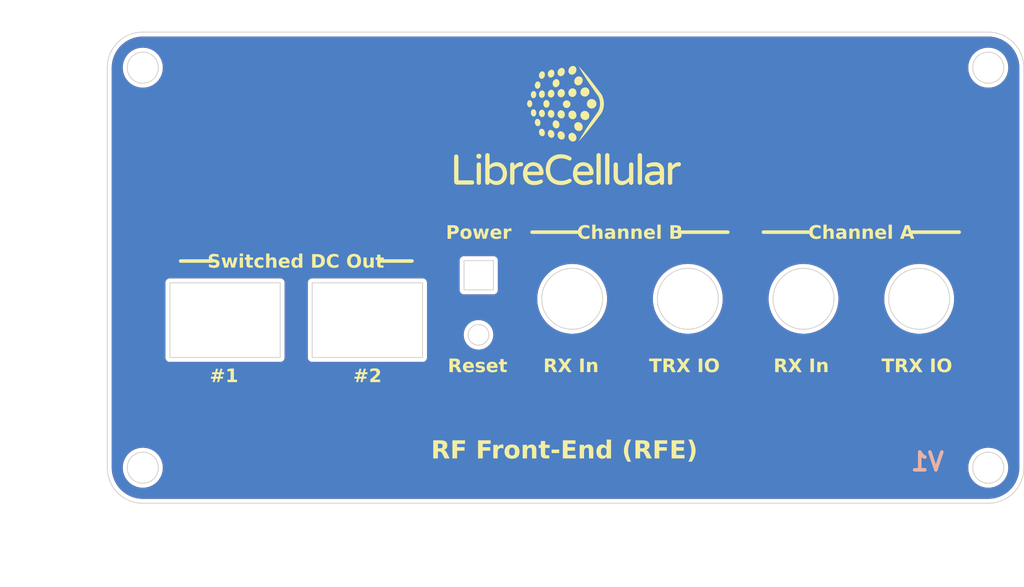
<source format=kicad_pcb>
(kicad_pcb (version 20240108) (generator "pcbnew") (generator_version "8.0")
  (layers (0 "F.Cu" signal) (31 "B.Cu" signal) (34 "B.Paste" user) (35 "F.Paste" user) (36 "B.SilkS" user "B.Silkscreen") (37 "F.SilkS" user "F.Silkscreen") (38 "B.Mask" user) (39 "F.Mask" user) (44 "Edge.Cuts" user))
  (net 0 "")
  (gr_line (start 137.745 82.5) (end 132.495 82.5) (stroke (width 0.4)) (layer "F.SilkS"))
  (gr_poly (pts (xy 139.187334 67.525395) (xy 139.186489 67.525376) (xy 139.187836 67.525376)) (stroke (width -0.000001)) (fill solid) (layer "F.SilkS"))
  (gr_poly (pts (xy 134.1201 67.635527) (xy 134.137975 67.636963) (xy 134.1556 67.639492) (xy 134.172954 67.643086) (xy 134.190011 67.64772) (xy 134.206751 67.653365) (xy 134.22315 67.659996) (xy 134.239185 67.667586) (xy 134.254834 67.676108) (xy 134.270073 67.685535) (xy 134.284881 67.69584) (xy 134.299233 67.706997) (xy 134.313107 67.71898) (xy 134.326481 67.73176) (xy 134.339332 67.745312) (xy 134.351636 67.759609) (xy 134.363372 67.774624) (xy 134.374516 67.790331) (xy 134.385044 67.806702) (xy 134.394936 67.823711) (xy 134.404167 67.841332) (xy 134.412716 67.859536) (xy 134.420558 67.878299) (xy 134.427672 67.897592) (xy 134.434034 67.91739) (xy 134.439622 67.937665) (xy 134.444413 67.958391) (xy 134.448384 67.979541) (xy 134.451512 68.001088) (xy 134.453775 68.023006) (xy 134.455149 68.045268) (xy 134.455515 68.063111) (xy 134.455141 68.080958) (xy 134.453745 68.103195) (xy 134.451448 68.12515) (xy 134.448274 68.146792) (xy 134.444247 68.168089) (xy 134.439393 68.189011) (xy 134.433734 68.209526) (xy 134.427295 68.229604) (xy 134.420101 68.249212) (xy 134.412176 68.268321) (xy 134.403544 68.286898) (xy 134.39423 68.304913) (xy 134.384257 68.322334) (xy 134.373651 68.339131) (xy 134.362434 68.355272) (xy 134.350632 68.370726) (xy 134.338269 68.385462) (xy 134.325369 68.399448) (xy 134.311957 68.412654) (xy 134.298056 68.425049) (xy 134.283691 68.436601) (xy 134.268887 68.447279) (xy 134.253667 68.457052) (xy 134.238056 68.465889) (xy 134.222078 68.473758) (xy 134.205757 68.480629) (xy 134.189118 68.486471) (xy 134.172185 68.491252) (xy 134.154982 68.49494) (xy 134.137533 68.497506) (xy 134.119864 68.498918) (xy 134.101997 68.499144) (xy 134.084162 68.498219) (xy 134.066582 68.496214) (xy 134.049279 68.493156) (xy 134.032272 68.489072) (xy 134.015582 68.48399) (xy 133.999229 68.477936) (xy 133.983234 68.470938) (xy 133.967616 68.463022) (xy 133.952397 68.454214) (xy 133.937597 68.444544) (xy 133.923235 68.434036) (xy 133.909333 68.422718) (xy 133.895911 68.410618) (xy 133.882989 68.397762) (xy 133.870587 68.384176) (xy 133.858726 68.369889) (xy 133.836707 68.339317) (xy 133.817096 68.306261) (xy 133.800055 68.270937) (xy 133.785748 68.23356) (xy 133.774336 68.194347) (xy 133.765983 68.153513) (xy 133.763005 68.132556) (xy 133.760852 68.111274) (xy 133.759546 68.089696) (xy 133.759106 68.067847) (xy 133.759538 68.04599) (xy 133.760823 68.02439) (xy 133.762941 68.003073) (xy 133.765873 67.982069) (xy 133.769602 67.961405) (xy 133.774106 67.941109) (xy 133.779369 67.92121) (xy 133.785371 67.901737) (xy 133.792092 67.882717) (xy 133.799515 67.864178) (xy 133.80762 67.846148) (xy 133.816389 67.828657) (xy 133.825802 67.811731) (xy 133.835841 67.7954) (xy 133.846487 67.779692) (xy 133.85772 67.764634) (xy 133.869522 67.750254) (xy 133.881875 67.736582) (xy 133.894759 67.723646) (xy 133.908155 67.711472) (xy 133.922044 67.700091) (xy 133.936409 67.689529) (xy 133.951228 67.679815) (xy 133.966485 67.670978) (xy 133.98216 67.663045) (xy 133.998233 67.656045) (xy 134.014687 67.650005) (xy 134.031502 67.644955) (xy 134.04866 67.640922) (xy 134.066141 67.637935) (xy 134.083926 67.636021) (xy 134.101997 67.63521)) (stroke (width -0.000001)) (fill solid) (layer "F.SilkS"))
  (gr_poly (pts (xy 134.609802 71.0033) (xy 134.628395 71.005227) (xy 134.628399 71.005226) (xy 134.649477 71.010919) (xy 134.670121 71.017483) (xy 134.690312 71.024894) (xy 134.710035 71.03313) (xy 134.72927 71.042166) (xy 134.748001 71.05198) (xy 134.76621 71.062548) (xy 134.78388 71.073847) (xy 134.800993 71.085853) (xy 134.817531 71.098544) (xy 134.848816 71.125883) (xy 134.877595 71.155678) (xy 134.903727 71.187741) (xy 134.927074 71.221887) (xy 134.947494 71.257927) (xy 134.96485 71.295676) (xy 134.972335 71.315132) (xy 134.979001 71.334945) (xy 134.98483 71.355092) (xy 134.989807 71.375549) (xy 134.993912 71.396293) (xy 134.997128 71.4173) (xy 134.999439 71.438548) (xy 135.000826 71.460012) (xy 135.001272 71.481669) (xy 135.000759 71.503497) (xy 135.000269 71.526857) (xy 134.998814 71.549709) (xy 134.99642 71.57203) (xy 134.99311 71.593798) (xy 134.988909 71.614992) (xy 134.983842 71.635588) (xy 134.977934 71.655566) (xy 134.971208 71.674902) (xy 134.963689 71.693575) (xy 134.955403 71.711563) (xy 134.946372 71.728844) (xy 134.936623 71.745395) (xy 134.926179 71.761195) (xy 134.915065 71.776221) (xy 134.903305 71.790451) (xy 134.890925 71.803864) (xy 134.877948 71.816437) (xy 134.864399 71.828149) (xy 134.850303 71.838976) (xy 134.835684 71.848898) (xy 134.820566 71.857891) (xy 134.804975 71.865934) (xy 134.788934 71.873005) (xy 134.772468 71.879082) (xy 134.755603 71.884142) (xy 134.738361 71.888164) (xy 134.720768 71.891126) (xy 134.702849 71.893005) (xy 134.684627 71.893779) (xy 134.666128 71.893427) (xy 134.647376 71.891925) (xy 134.628395 71.889253) (xy 134.607984 71.882914) (xy 134.588006 71.875766) (xy 134.568477 71.867831) (xy 134.549414 71.85913) (xy 134.530832 71.849685) (xy 134.512746 71.839517) (xy 134.478127 71.817101) (xy 134.445681 71.792053) (xy 134.415535 71.764548) (xy 134.387813 71.734758) (xy 134.36264 71.702855) (xy 134.340143 71.669013) (xy 134.320446 71.633403) (xy 134.303675 71.5962) (xy 134.289955 71.557576) (xy 134.279411 71.517704) (xy 134.275369 71.497353) (xy 134.272169 71.476755) (xy 134.269825 71.455932) (xy 134.268353 71.434905) (xy 134.267769 71.413695) (xy 134.268089 71.392324) (xy 134.268557 71.370043) (xy 134.269943 71.348171) (xy 134.272227 71.326734) (xy 134.275385 71.305755) (xy 134.279397 71.28526) (xy 134.284238 71.265273) (xy 134.289887 71.24582) (xy 134.296322 71.226924) (xy 134.303519 71.208612) (xy 134.311458 71.190906) (xy 134.320116 71.173834) (xy 134.329469 71.157418) (xy 134.339497 71.141683) (xy 134.350176 71.126656) (xy 134.361485 71.11236) (xy 134.373401 71.09882) (xy 134.385901 71.086061) (xy 134.398964 71.074107) (xy 134.412567 71.062984) (xy 134.426687 71.052717) (xy 134.441303 71.043329) (xy 134.456392 71.034846) (xy 134.471932 71.027292) (xy 134.487901 71.020693) (xy 134.504275 71.015073) (xy 134.521034 71.010457) (xy 134.538154 71.006869) (xy 134.555613 71.004335) (xy 134.573389 71.002879) (xy 134.591459 71.002525)) (stroke (width -0.000001)) (fill solid) (layer "F.SilkS"))
  (gr_poly (pts (xy 137.000098 71.325134) (xy 137.021965 71.326691) (xy 137.046794 71.332122) (xy 137.071161 71.338599) (xy 137.095043 71.346095) (xy 137.118418 71.354584) (xy 137.141266 71.364038) (xy 137.163563 71.374431) (xy 137.185289 71.385737) (xy 137.20642 71.397928) (xy 137.226937 71.410978) (xy 137.246816 71.42486) (xy 137.266036 71.439547) (xy 137.284574 71.455012) (xy 137.30241 71.471229) (xy 137.319521 71.488172) (xy 137.335886 71.505812) (xy 137.351482 71.524123) (xy 137.366289 71.543079) (xy 137.380283 71.562653) (xy 137.393443 71.582818) (xy 137.405748 71.603548) (xy 137.417175 71.624815) (xy 137.427703 71.646592) (xy 137.437309 71.668854) (xy 137.445973 71.691573) (xy 137.453672 71.714723) (xy 137.460384 71.738276) (xy 137.466088 71.762206) (xy 137.470761 71.786487) (xy 137.474382 71.811091) (xy 137.476929 71.835991) (xy 137.47838 71.861162) (xy 137.478714 71.886575) (xy 137.479928 71.909194) (xy 137.479839 71.931712) (xy 137.478469 71.954078) (xy 137.475836 71.976241) (xy 137.471961 71.998152) (xy 137.466863 72.019758) (xy 137.460562 72.041011) (xy 137.453077 72.061859) (xy 137.444429 72.082252) (xy 137.434638 72.10214) (xy 137.423722 72.121471) (xy 137.411702 72.140195) (xy 137.398597 72.158262) (xy 137.384428 72.175621) (xy 137.369214 72.192222) (xy 137.352974 72.208013) (xy 137.335853 72.222843) (xy 137.318013 72.236583) (xy 137.299506 72.249216) (xy 137.280385 72.260729) (xy 137.260702 72.271104) (xy 137.240509 72.280328) (xy 137.219858 72.288384) (xy 137.1988 72.295257) (xy 137.177389 72.300932) (xy 137.155675 72.305394) (xy 137.133712 72.308627) (xy 137.111552 72.310615) (xy 137.089245 72.311344) (xy 137.066845 72.310797) (xy 137.044404 72.30896) (xy 137.021973 72.305817) (xy 136.997945 72.299651) (xy 136.974383 72.29251) (xy 136.951305 72.28442) (xy 136.928731 72.275405) (xy 136.906682 72.26549) (xy 136.885176 72.2547) (xy 136.864233 72.243061) (xy 136.843873 72.230596) (xy 136.804981 72.203291) (xy 136.768657 72.172984) (xy 136.735058 72.139875) (xy 136.704342 72.104162) (xy 136.676667 72.066044) (xy 136.652189 72.025721) (xy 136.631066 71.983391) (xy 136.613456 71.939254) (xy 136.606017 71.91657) (xy 136.599515 71.893509) (xy 136.59397 71.870095) (xy 136.589402 71.846354) (xy 136.58583 71.82231) (xy 136.583274 71.797989) (xy 136.581753 71.773415) (xy 136.581287 71.748613) (xy 136.580682 71.726699) (xy 136.581266 71.7049) (xy 136.583022 71.68326) (xy 136.585932 71.661823) (xy 136.58998 71.640632) (xy 136.595148 71.619731) (xy 136.601419 71.599164) (xy 136.608775 71.578976) (xy 136.617199 71.559209) (xy 136.626674 71.539908) (xy 136.637182 71.521116) (xy 136.648707 71.502878) (xy 136.66123 71.485237) (xy 136.674735 71.468237) (xy 136.689204 71.451922) (xy 136.70462 71.436335) (xy 136.720862 71.421611) (xy 136.737791 71.407865) (xy 136.755362 71.395112) (xy 136.773531 71.383368) (xy 136.792253 71.372647) (xy 136.811483 71.362965) (xy 136.831178 71.354338) (xy 136.851292 71.346781) (xy 136.871781 71.340309) (xy 136.892601 71.334938) (xy 136.913707 71.330683) (xy 136.935054 71.32756) (xy 136.956598 71.325584) (xy 136.978294 71.32477)) (stroke (width -0.000001)) (fill solid) (layer "F.SilkS"))
  (gr_poly (pts (xy 146.382165 74.635125) (xy 146.418977 74.636977) (xy 146.455659 74.640044) (xy 146.492178 74.644318) (xy 146.528508 74.649793) (xy 146.564617 74.656461) (xy 146.600477 74.664316) (xy 146.636059 74.67335) (xy 146.671332 74.683558) (xy 146.706267 74.694931) (xy 146.740836 74.707462) (xy 146.775008 74.721146) (xy 146.808754 74.735974) (xy 146.842045 74.75194) (xy 146.874851 74.769037) (xy 146.874836 74.769031) (xy 146.902355 74.785447) (xy 146.929178 74.802832) (xy 146.955283 74.821163) (xy 146.980648 74.840417) (xy 147.005249 74.860569) (xy 147.029065 74.881595) (xy 147.052073 74.903471) (xy 147.07425 74.926174) (xy 147.095575 74.94968) (xy 147.116024 74.973965) (xy 147.135576 74.999005) (xy 147.154207 75.024776) (xy 147.171896 75.051254) (xy 147.18862 75.078415) (xy 147.204356 75.106236) (xy 147.219082 75.134693) (xy 147.232449 75.162195) (xy 147.244971 75.19004) (xy 147.256642 75.218208) (xy 147.267458 75.24668) (xy 147.277414 75.275435) (xy 147.286507 75.304454) (xy 147.29473 75.333717) (xy 147.302081 75.363205) (xy 147.308554 75.392898) (xy 147.314145 75.422776) (xy 147.318849 75.45282) (xy 147.322661 75.483011) (xy 147.325578 75.513327) (xy 147.327594 75.543751) (xy 147.328705 75.574261) (xy 147.328907 75.604839) (xy 147.328907 76.944275) (xy 147.32882 76.956269) (xy 147.32811 76.968185) (xy 147.326786 76.98) (xy 147.324858 76.991691) (xy 147.322335 77.003237) (xy 147.319225 77.014617) (xy 147.315538 77.025807) (xy 147.311284 77.036786) (xy 147.306471 77.047532) (xy 147.301109 77.058023) (xy 147.295207 77.068238) (xy 147.288774 77.078153) (xy 147.281819 77.087747) (xy 147.274351 77.096998) (xy 147.266381 77.105884) (xy 147.257916 77.114383) (xy 147.249153 77.122559) (xy 147.240039 77.130261) (xy 147.230593 77.137483) (xy 147.220835 77.144217) (xy 147.210784 77.150454) (xy 147.200459 77.156187) (xy 147.189881 77.161408) (xy 147.179069 77.166109) (xy 147.168042 77.170281) (xy 147.156819 77.173917) (xy 147.145422 77.17701) (xy 147.133868 77.17955) (xy 147.122177 77.181531) (xy 147.11037 77.182944) (xy 147.098466 77.183781) (xy 147.086483 77.184034) (xy 147.07457 77.183804) (xy 147.062736 77.182984) (xy 147.051001 77.181583) (xy 147.039385 77.179609) (xy 147.027908 77.17707) (xy 147.01659 77.173974) (xy 147.005451 77.17033) (xy 146.994511 77.166145) (xy 146.98379 77.161429) (xy 146.973307 77.156189) (xy 146.963084 77.150433) (xy 146.953139 77.14417) (xy 146.943493 77.137408) (xy 146.934165 77.130154) (xy 146.925176 77.122418) (xy 146.916546 77.114208) (xy 146.908336 77.105577) (xy 146.900601 77.096587) (xy 146.893348 77.087258) (xy 146.886586 77.077611) (xy 146.880323 77.067666) (xy 146.874567 77.057441) (xy 146.869326 77.046959) (xy 146.86461 77.036237) (xy 146.860425 77.025297) (xy 146.85678 77.014158) (xy 146.853684 77.002841) (xy 146.851144 76.991365) (xy 146.849169 76.97975) (xy 146.847767 76.968017) (xy 146.846946 76.956185) (xy 146.846714 76.944275) (xy 146.846714 76.879982) (xy 146.801711 76.919747) (xy 146.755016 76.957105) (xy 146.70673 76.992022) (xy 146.656949 77.024458) (xy 146.605772 77.054377) (xy 146.553297 77.081742) (xy 146.499623 77.106517) (xy 146.444846 77.128664) (xy 146.389066 77.148146) (xy 146.332381 77.164927) (xy 146.274888 77.178969) (xy 146.216686 77.190235) (xy 146.157873 77.198688) (xy 146.098547 77.204293) (xy 146.038806 77.20701) (xy 145.978748 77.206804) (xy 145.952748 77.206715) (xy 145.926797 77.205897) (xy 145.900909 77.204353) (xy 145.875099 77.202087) (xy 145.849383 77.199103) (xy 145.823776 77.195402) (xy 145.798291 77.190989) (xy 145.772945 77.185867) (xy 145.747751 77.180038) (xy 145.722725 77.173507) (xy 145.697882 77.166276) (xy 145.673237 77.158349) (xy 145.648805 77.149729) (xy 145.624599 77.140418) (xy 145.600637 77.130421) (xy 145.576931 77.119741) (xy 145.554681 77.10871) (xy 145.532885 77.096923) (xy 145.511558 77.084398) (xy 145.490719 77.071148) (xy 145.470384 77.05719) (xy 145.450571 77.042538) (xy 145.431297 77.027208) (xy 145.41258 77.011214) (xy 145.394435 76.994573) (xy 145.376881 76.977299) (xy 145.359935 76.959409) (xy 145.343614 76.940916) (xy 145.327935 76.921836) (xy 145.312916 76.902185) (xy 145.298573 76.881977) (xy 145.284924 76.861229) (xy 145.271591 76.838968) (xy 145.2591 76.816292) (xy 145.247459 76.793224) (xy 145.236673 76.76979) (xy 145.226749 76.746014) (xy 145.217695 76.721919) (xy 145.209517 76.697529) (xy 145.202221 76.67287) (xy 145.195815 76.647965) (xy 145.190305 76.622838) (xy 145.185697 76.597513) (xy 145.182 76.572015) (xy 145.179219 76.546368) (xy 145.177361 76.520596) (xy 145.176433 76.494724) (xy 145.176441 76.468774) (xy 145.176531 76.441466) (xy 145.658289 76.441466) (xy 145.658949 76.459586) (xy 145.660608 76.477558) (xy 145.663249 76.495344) (xy 145.666857 76.512906) (xy 145.671415 76.530206) (xy 145.676908 76.547205) (xy 145.683319 76.563866) (xy 145.690634 76.580151) (xy 145.698836 76.596021) (xy 145.707909 76.611439) (xy 145.717837 76.626366) (xy 145.728605 76.640764) (xy 145.740197 76.654596) (xy 145.752597 76.667823) (xy 145.765789 76.680406) (xy 145.786344 76.69408) (xy 145.80741 76.706788) (xy 145.828953 76.71852) (xy 145.850939 76.729268) (xy 145.873333 76.739023) (xy 145.896102 76.747776) (xy 145.91921 76.755517) (xy 145.942624 76.762238) (xy 145.966309 76.76793) (xy 145.990231 76.772583) (xy 146.014355 76.776189) (xy 146.038648 76.778738) (xy 146.063075 76.780221) (xy 146.087601 76.78063) (xy 146.112192 76.779956) (xy 146.136814 76.778188) (xy 146.136814 76.77149) (xy 146.162365 76.771405) (xy 146.18786 76.770542) (xy 146.213282 76.768905) (xy 146.238613 76.766499) (xy 146.263837 76.763328) (xy 146.288936 76.759394) (xy 146.313893 76.754704) (xy 146.338691 76.74926) (xy 146.363312 76.743066) (xy 146.38774 76.736128) (xy 146.411957 76.728448) (xy 146.435946 76.72003) (xy 146.45969 76.71088) (xy 146.483171 76.701) (xy 146.506373 76.690395) (xy 146.529278 76.679069) (xy 146.551426 76.667518) (xy 146.57328 76.655469) (xy 146.594833 76.64293) (xy 146.616077 76.629905) (xy 146.637005 76.616401) (xy 146.657607 76.602425) (xy 146.677877 76.587981) (xy 146.697806 76.573076) (xy 146.717387 76.557717) (xy 146.736612 76.541908) (xy 146.755472 76.525657) (xy 146.773961 76.508969) (xy 146.792069 76.49185) (xy 146.80979 76.474307) (xy 146.827115 76.456345) (xy 146.844036 76.437971) (xy 146.844036 76.072305) (xy 146.351124 76.072305) (xy 146.308717 76.072651) (xy 146.267637 76.073686) (xy 146.227886 76.075411) (xy 146.189465 76.077825) (xy 146.152376 76.080928) (xy 146.116618 76.084719) (xy 146.082195 76.089198) (xy 146.049106 76.094364) (xy 146.017354 76.100217) (xy 145.986938 76.106756) (xy 145.957862 76.113981) (xy 145.930125 76.121891) (xy 145.903729 76.130485) (xy 145.878676 76.139764) (xy 145.854966 76.149727) (xy 145.832601 76.160373) (xy 145.811581 76.171702) (xy 145.791909 76.183713) (xy 145.773586 76.196406) (xy 145.756612 76.20978) (xy 145.740988 76.223835) (xy 145.726717 76.238571) (xy 145.7138 76.253986) (xy 145.702236 76.270081) (xy 145.692029 76.286854) (xy 145.683179 76.304306) (xy 145.675686 76.322436) (xy 145.669554 76.341243) (xy 145.664782 76.360728) (xy 145.661371 76.380888) (xy 145.659324 76.401725) (xy 145.658642 76.423236) (xy 145.658289 76.441466) (xy 145.176531 76.441466) (xy 145.176581 76.425962) (xy 145.179348 76.383531) (xy 145.184687 76.341589) (xy 145.192547 76.300241) (xy 145.202876 76.259592) (xy 145.215621 76.219748) (xy 145.23073 76.180814) (xy 145.24815 76.142896) (xy 145.267829 76.1061) (xy 145.289714 76.070531) (xy 145.313753 76.036295) (xy 145.339893 76.003497) (xy 145.368082 75.972243) (xy 145.398268 75.942638) (xy 145.430399 75.914788) (xy 145.46442 75.888799) (xy 145.511117 75.860101) (xy 145.558788 75.833368) (xy 145.607372 75.808616) (xy 145.656805 75.785862) (xy 145.707026 75.765121) (xy 145.757971 75.74641) (xy 145.809578 75.729745) (xy 145.861785 75.715142) (xy 145.914529 75.702617) (xy 145.967747 75.692187) (xy 146.021378 75.683867) (xy 146.075358 75.677673) (xy 146.129625 75.673623) (xy 146.184116 75.671731) (xy 146.238769 75.672015) (xy 146.293522 75.67449) (xy 146.842693 75.67449) (xy 146.842693 75.661096) (xy 146.844869 75.631396) (xy 146.845445 75.601775) (xy 146.844442 75.572292) (xy 146.841878 75.543005) (xy 146.837774 75.513975) (xy 146.83215 75.48526) (xy 146.825026 75.456919) (xy 146.816422 75.429012) (xy 146.806357 75.401598) (xy 146.794852 75.374735) (xy 146.781928 75.348484) (xy 146.767602 75.322902) (xy 146.751897 75.29805) (xy 146.734831 75.273986) (xy 146.716424 75.25077) (xy 146.696697 75.22846) (xy 146.671184 75.210436) (xy 146.644981 75.19364) (xy 146.61813 75.178083) (xy 146.590679 75.163779) (xy 146.56267 75.150741) (xy 146.534149 75.138981) (xy 146.50516 75.128512) (xy 146.475748 75.119347) (xy 146.445958 75.1115) (xy 146.415833 75.104982) (xy 146.385419 75.099806) (xy 146.354761 75.095986) (xy 146.323902 75.093534) (xy 146.292888 75.092463) (xy 146.261763 75.092786) (xy 146.230572 75.094516) (xy 146.190844 75.094662) (xy 146.151145 75.095726) (xy 146.111492 75.097706) (xy 146.071899 75.100601) (xy 146.032382 75.10441) (xy 145.992959 75.109131) (xy 145.953645 75.114762) (xy 145.914455 75.121303) (xy 145.875426 75.130058) (xy 145.836535 75.139377) (xy 145.797787 75.149258) (xy 145.759188 75.159699) (xy 145.720744 75.170698) (xy 145.682462 75.182255) (xy 145.644346 75.194366) (xy 145.606403 75.207031) (xy 145.597837 75.209188) (xy 145.589222 75.211113) (xy 145.580562 75.212805) (xy 145.571862 75.214263) (xy 145.563127 75.215486) (xy 145.554361 75.216475) (xy 145.545569 75.217227) (xy 145.536755 75.217743) (xy 145.527241 75.217253) (xy 145.517806 75.216293) (xy 145.508465 75.21487) (xy 145.499234 75.212991) (xy 145.490129 75.210664) (xy 145.481165 75.207894) (xy 145.47236 75.20469) (xy 145.463727 75.201059) (xy 145.455284 75.197007) (xy 145.447046 75.192542) (xy 145.439029 75.18767) (xy 145.431248 75.1824) (xy 145.423721 75.176738) (xy 145.416462 75.170691) (xy 145.409487 75.164267) (xy 145.402813 75.157472) (xy 145.395575 75.15017) (xy 145.388763 75.142536) (xy 145.382384 75.134589) (xy 145.376448 75.126349) (xy 145.370961 75.117833) (xy 145.365932 75.109062) (xy 145.361368 75.100055) (xy 145.357278 75.090829) (xy 145.353669 75.081405) (xy 145.350548 75.071802) (xy 145.347924 75.062038) (xy 145.345805 75.052132) (xy 145.344199 75.042103) (xy 145.343113 75.031971) (xy 145.342555 75.021755) (xy 145.342533 75.011472) (xy 145.342335 75.003122) (xy 145.342472 74.994825) (xy 145.342939 74.986588) (xy 145.34373 74.978419) (xy 145.344839 74.970327) (xy 145.346263 74.962318) (xy 145.347996 74.954401) (xy 145.350032 74.946584) (xy 145.352367 74.938875) (xy 145.354995 74.93128) (xy 145.357911 74.923809) (xy 145.36111 74.916469) (xy 145.364586 74.909267) (xy 145.368335 74.902213) (xy 145.372351 74.895312) (xy 145.376629 74.888574) (xy 145.381164 74.882006) (xy 145.385951 74.875616) (xy 145.390984 74.869411) (xy 145.396258 74.863401) (xy 145.401769 74.857591) (xy 145.40751 74.851991) (xy 145.413477 74.846608) (xy 145.419665 74.84145) (xy 145.426068 74.836524) (xy 145.432681 74.831839) (xy 145.439499 74.827402) (xy 145.446517 74.823222) (xy 145.45373 74.819306) (xy 145.461131 74.815661) (xy 145.468717 74.812296) (xy 145.476482 74.809219) (xy 145.525958 74.788536) (xy 145.575885 74.769134) (xy 145.626239 74.751021) (xy 145.676995 74.7342) (xy 145.728128 74.718677) (xy 145.779612 74.704457) (xy 145.831423 74.691546) (xy 145.883535 74.679948) (xy 145.935922 74.669669) (xy 145.988562 74.660715) (xy 146.041427 74.65309) (xy 146.094492 74.6468) (xy 146.147734 74.64185) (xy 146.201126 74.638245) (xy 146.254644 74.63599) (xy 146.308262 74.635091) (xy 146.34525 74.634494)) (stroke (width -0.000001)) (fill solid) (layer "F.SilkS"))
  (gr_poly (pts (xy 149.005626 74.632481) (xy 149.017351 74.633162) (xy 149.028977 74.634447) (xy 149.040483 74.636328) (xy 149.051847 74.638795) (xy 149.063047 74.64184) (xy 149.074061 74.645454) (xy 149.084868 74.649626) (xy 149.095447 74.654349) (xy 149.105774 74.659614) (xy 149.115829 74.665411) (xy 149.12559 74.671731) (xy 149.135035 74.678565) (xy 149.144143 74.685905) (xy 149.152891 74.693741) (xy 149.161259 74.702064) (xy 149.161258 74.702065) (xy 149.161257 74.702065) (xy 149.161256 74.702065) (xy 149.161255 74.702065) (xy 149.161254 74.702066) (xy 149.161252 74.702066) (xy 149.161251 74.702066) (xy 149.161249 74.702066) (xy 149.161246 74.702066) (xy 149.161244 74.702066) (xy 149.169013 74.710886) (xy 149.176305 74.72004) (xy 149.183113 74.729508) (xy 149.189429 74.73927) (xy 149.195246 74.749306) (xy 149.200557 74.759596) (xy 149.205353 74.770122) (xy 149.209629 74.780863) (xy 149.213376 74.791799) (xy 149.216587 74.802911) (xy 149.219255 74.81418) (xy 149.221372 74.825585) (xy 149.222931 74.837106) (xy 149.223925 74.848725) (xy 149.224345 74.860421) (xy 149.224186 74.872175) (xy 149.224164 74.883839) (xy 149.22352 74.895426) (xy 149.222264 74.906912) (xy 149.220405 74.918277) (xy 149.217953 74.929496) (xy 149.214917 74.940548) (xy 149.211306 74.95141) (xy 149.207131 74.96206) (xy 149.202401 74.972476) (xy 149.197125 74.982634) (xy 149.191313 74.992512) (xy 149.184973 75.002088) (xy 149.178117 75.01134) (xy 149.170752 75.020245) (xy 149.162889 75.028781) (xy 149.154537 75.036924) (xy 149.145482 75.044827) (xy 149.136091 75.052247) (xy 149.126385 75.059175) (xy 149.116381 75.065604) (xy 149.106102 75.071528) (xy 149.095565 75.076938) (xy 149.084792 75.081828) (xy 149.073801 75.086191) (xy 149.062613 75.090018) (xy 149.051246 75.093303) (xy 149.039722 75.096039) (xy 149.028059 75.098217) (xy 149.016278 75.099832) (xy 149.004398 75.100875) (xy 148.992438 75.101339) (xy 148.980419 75.101217) (xy 148.95631 75.101219) (xy 148.9299 75.101624) (xy 148.903567 75.102893) (xy 148.877332 75.105021) (xy 148.851216 75.108003) (xy 148.825239 75.111833) (xy 148.799422 75.116505) (xy 148.773784 75.122014) (xy 148.748346 75.128355) (xy 148.723129 75.135522) (xy 148.698153 75.143511) (xy 148.673438 75.152314) (xy 148.649004 75.161927) (xy 148.624873 75.172345) (xy 148.601063 75.183562) (xy 148.577597 75.195573) (xy 148.554493 75.208372) (xy 148.531729 75.22248) (xy 148.509403 75.237202) (xy 148.487525 75.252528) (xy 148.466107 75.268447) (xy 148.44516 75.284947) (xy 148.424696 75.302017) (xy 148.404726 75.319648) (xy 148.385262 75.337827) (xy 148.366314 75.356544) (xy 148.347894 75.375788) (xy 148.330014 75.395548) (xy 148.312684 75.415814) (xy 148.295917 75.436573) (xy 148.279724 75.457816) (xy 148.264116 75.479532) (xy 148.249104 75.501709) (xy 148.249104 76.938921) (xy 148.249007 76.950964) (xy 148.248276 76.962926) (xy 148.24692 76.974783) (xy 148.244948 76.986511) (xy 148.24237 76.99809) (xy 148.239195 77.009495) (xy 148.235434 77.020705) (xy 148.231095 77.031695) (xy 148.226189 77.042445) (xy 148.220726 77.052931) (xy 148.214714 77.06313) (xy 148.208163 77.073019) (xy 148.201084 77.082577) (xy 148.193486 77.091779) (xy 148.185377 77.100605) (xy 148.176769 77.109029) (xy 148.168061 77.117294) (xy 148.158989 77.125077) (xy 148.149574 77.132368) (xy 148.139836 77.13916) (xy 148.129797 77.145444) (xy 148.119477 77.151212) (xy 148.108896 77.156456) (xy 148.098075 77.161167) (xy 148.087034 77.165337) (xy 148.075794 77.168958) (xy 148.064375 77.172021) (xy 148.052799 77.174518) (xy 148.041084 77.176441) (xy 148.029253 77.177781) (xy 148.017325 77.17853) (xy 148.005322 77.17868) (xy 147.993393 77.17852) (xy 147.981541 77.177762) (xy 147.969786 77.176414) (xy 147.95815 77.174485) (xy 147.946652 77.171982) (xy 147.935313 77.168915) (xy 147.924154 77.165291) (xy 147.913196 77.16112) (xy 147.902458 77.156408) (xy 147.891962 77.151166) (xy 147.881728 77.145401) (xy 147.871777 77.139122) (xy 147.862128 77.132337) (xy 147.852804 77.125054) (xy 147.843824 77.117282) (xy 147.835209 77.109029) (xy 147.826978 77.100419) (xy 147.819235 77.091441) (xy 147.811989 77.082115) (xy 147.805249 77.072463) (xy 147.799023 77.062506) (xy 147.793319 77.052265) (xy 147.788147 77.041762) (xy 147.783514 77.031018) (xy 147.779429 77.020054) (xy 147.775901 77.00889) (xy 147.772938 76.99755) (xy 147.770548 76.986052) (xy 147.768741 76.974419) (xy 147.767524 76.962672) (xy 147.766906 76.950832) (xy 147.766895 76.938921) (xy 147.766895 74.900301) (xy 147.766951 74.888324) (xy 147.767606 74.87642) (xy 147.768854 74.864608) (xy 147.770686 74.852909) (xy 147.773093 74.841344) (xy 147.776067 74.829933) (xy 147.779601 74.818698) (xy 147.783686 74.807658) (xy 147.788313 74.796834) (xy 147.793475 74.786247) (xy 147.799163 74.775918) (xy 147.805369 74.765866) (xy 147.812085 74.756114) (xy 147.819302 74.746681) (xy 147.827013 74.737587) (xy 147.835209 74.728855) (xy 147.843634 74.720248) (xy 147.852459 74.71214) (xy 147.861662 74.704543) (xy 147.87122 74.697464) (xy 147.88111 74.690914) (xy 147.89131 74.684902) (xy 147.901796 74.679439) (xy 147.912546 74.674533) (xy 147.923538 74.670195) (xy 147.934748 74.666433) (xy 147.946154 74.663259) (xy 147.957732 74.66068) (xy 147.969461 74.658708) (xy 147.981318 74.657351) (xy 147.993279 74.656619) (xy 148.005322 74.656522) (xy 148.017837 74.656905) (xy 148.030187 74.657905) (xy 148.042357 74.659508) (xy 148.054332 74.661698) (xy 148.066096 74.66446) (xy 148.077635 74.66778) (xy 148.088933 74.671642) (xy 148.099976 74.676031) (xy 148.110748 74.680933) (xy 148.121234 74.686331) (xy 148.13142 74.692211) (xy 148.141289 74.698558) (xy 148.150828 74.705357) (xy 148.16002 74.712592) (xy 148.168851 74.720249) (xy 148.177306 74.728312) (xy 148.18537 74.736767) (xy 148.193027 74.745598) (xy 148.200262 74.75479) (xy 148.207061 74.764329) (xy 148.213409 74.774198) (xy 148.219289 74.784384) (xy 148.224688 74.79487) (xy 148.22959 74.805642) (xy 148.233979 74.816685) (xy 148.237842 74.827984) (xy 148.241162 74.839523) (xy 148.243925 74.851288) (xy 148.246116 74.863263) (xy 148.24772 74.875434) (xy 148.24872 74.887785) (xy 148.249104 74.900301) (xy 148.249104 75.034244) (xy 148.281151 74.990429) (xy 148.315485 74.948805) (xy 148.351988 74.909437) (xy 148.390544 74.872391) (xy 148.431038 74.83773) (xy 148.473352 74.805519) (xy 148.51737 74.775823) (xy 148.562977 74.748707) (xy 148.610056 74.724235) (xy 148.65849 74.702473) (xy 148.708164 74.683484) (xy 148.758962 74.667334) (xy 148.810766 74.654087) (xy 148.863461 74.643808) (xy 148.91693 74.636562) (xy 148.971058 74.632414) (xy 148.993824 74.632414)) (stroke (width -0.000001)) (fill solid) (layer "F.SilkS"))
  (gr_poly (pts (xy 144.632809 73.610971) (xy 144.644819 73.612171) (xy 144.656714 73.613979) (xy 144.668472 73.616385) (xy 144.680072 73.61938) (xy 144.691491 73.622956) (xy 144.702707 73.627104) (xy 144.713699 73.631815) (xy 144.724445 73.637081) (xy 144.734923 73.642892) (xy 144.74511 73.649241) (xy 144.754985 73.656118) (xy 144.764527 73.663514) (xy 144.773713 73.671422) (xy 144.78252 73.679831) (xy 144.79088 73.688684) (xy 144.798736 73.697911) (xy 144.80608 73.707492) (xy 144.812902 73.717404) (xy 144.819194 73.727626) (xy 144.824948 73.738134) (xy 144.830155 73.748908) (xy 144.834806 73.759926) (xy 144.838892 73.771165) (xy 144.842404 73.782604) (xy 144.845335 73.79422) (xy 144.847676 73.805993) (xy 144.849416 73.817899) (xy 144.850549 73.829917) (xy 144.851065 73.842026) (xy 144.850956 73.854202) (xy 144.850956 76.934902) (xy 144.850869 76.946897) (xy 144.850159 76.958812) (xy 144.848835 76.970627) (xy 144.846907 76.982318) (xy 144.844384 76.993865) (xy 144.841274 77.005244) (xy 144.837587 77.016434) (xy 144.833333 77.027413) (xy 144.82852 77.03816) (xy 144.823158 77.048651) (xy 144.817256 77.058865) (xy 144.810823 77.06878) (xy 144.803868 77.078374) (xy 144.7964 77.087625) (xy 144.788429 77.096511) (xy 144.779965 77.105011) (xy 144.771202 77.113186) (xy 144.762088 77.120889) (xy 144.752642 77.128111) (xy 144.742884 77.134845) (xy 144.732833 77.141083) (xy 144.722508 77.146816) (xy 144.71193 77.152036) (xy 144.701118 77.156737) (xy 144.69009 77.160909) (xy 144.678868 77.164545) (xy 144.66747 77.167638) (xy 144.655917 77.170178) (xy 144.644226 77.172158) (xy 144.632419 77.173571) (xy 144.620514 77.174408) (xy 144.608532 77.174661) (xy 144.596623 77.174431) (xy 144.584791 77.173611) (xy 144.573059 77.17221) (xy 144.561444 77.170236) (xy 144.549968 77.167697) (xy 144.538651 77.164601) (xy 144.527512 77.160956) (xy 144.516571 77.156772) (xy 144.505849 77.152055) (xy 144.495365 77.146815) (xy 144.48514 77.141059) (xy 144.475194 77.134796) (xy 144.465546 77.128033) (xy 144.456217 77.12078) (xy 144.447227 77.113044) (xy 144.438595 77.104833) (xy 144.430385 77.096202) (xy 144.42265 77.087212) (xy 144.415397 77.077884) (xy 144.408635 77.068237) (xy 144.402372 77.058291) (xy 144.396616 77.048067) (xy 144.391376 77.037585) (xy 144.38666 77.026863) (xy 144.382475 77.015924) (xy 144.378831 77.004785) (xy 144.375735 76.993468) (xy 144.373196 76.981992) (xy 144.371222 76.970378) (xy 144.369821 76.958644) (xy 144.369001 76.946812) (xy 144.368771 76.934902) (xy 144.368771 73.854202) (xy 144.368919 73.842197) (xy 144.369666 73.830268) (xy 144.371005 73.818436) (xy 144.372926 73.806721) (xy 144.375422 73.795144) (xy 144.378485 73.783725) (xy 144.382105 73.772486) (xy 144.386274 73.761445) (xy 144.390985 73.750624) (xy 144.396229 73.740044) (xy 144.401998 73.729724) (xy 144.408283 73.719686) (xy 144.415076 73.709949) (xy 144.422368 73.700535) (xy 144.430152 73.691463) (xy 144.438419 73.682755) (xy 144.446845 73.674149) (xy 144.455671 73.666042) (xy 144.464874 73.658445) (xy 144.474431 73.651366) (xy 144.48432 73.644817) (xy 144.494518 73.638805) (xy 144.505003 73.633342) (xy 144.515752 73.628436) (xy 144.526742 73.624098) (xy 144.53795 73.620337) (xy 144.549354 73.617162) (xy 144.560931 73.614584) (xy 144.572658 73.612611) (xy 144.584514 73.611254) (xy 144.596474 73.610522) (xy 144.608517 73.610426) (xy 144.608532 73.610425) (xy 144.620706 73.610385)) (stroke (width -0.000001)) (fill solid) (layer "F.SilkS"))
  (gr_poly (pts (xy 135.785678 68.784935) (xy 135.80806 68.789169) (xy 135.830015 68.794439) (xy 135.851521 68.800717) (xy 135.872553 68.807975) (xy 135.893087 68.816185) (xy 135.9131 68.825317) (xy 135.932567 68.835345) (xy 135.951464 68.846239) (xy 135.969769 68.85797) (xy 135.987457 68.870512) (xy 136.004503 68.883834) (xy 136.020885 68.89791) (xy 136.036579 68.91271) (xy 136.05156 68.928206) (xy 136.065804 68.94437) (xy 136.079288 68.961174) (xy 136.091989 68.978588) (xy 136.103881 68.996585) (xy 136.114941 69.015136) (xy 136.125146 69.034214) (xy 136.134471 69.053788) (xy 136.142893 69.073832) (xy 136.150388 69.094317) (xy 136.156931 69.115214) (xy 136.1625 69.136496) (xy 136.167069 69.158133) (xy 136.170616 69.180097) (xy 136.173116 69.20236) (xy 136.174546 69.224894) (xy 136.174882 69.24767) (xy 136.174099 69.27066) (xy 136.175218 69.292107) (xy 136.175219 69.31348) (xy 136.174116 69.334738) (xy 136.171923 69.355842) (xy 136.168654 69.376751) (xy 136.164322 69.397426) (xy 136.158942 69.417825) (xy 136.152527 69.43791) (xy 136.145092 69.457639) (xy 136.13665 69.476974) (xy 136.127216 69.495873) (xy 136.116803 69.514297) (xy 136.105425 69.532206) (xy 136.093097 69.549559) (xy 136.079831 69.566316) (xy 136.065643 69.582438) (xy 136.050633 69.597798) (xy 136.03492 69.612286) (xy 136.018542 69.625884) (xy 136.001539 69.638575) (xy 135.98395 69.650343) (xy 135.965813 69.661171) (xy 135.947167 69.671042) (xy 135.928052 69.679938) (xy 135.908506 69.687844) (xy 135.888569 69.694741) (xy 135.868278 69.700614) (xy 135.847674 69.705445) (xy 135.826795 69.709217) (xy 135.80568 69.711914) (xy 135.784368 69.713518) (xy 135.762898 69.714013) (xy 135.740711 69.710295) (xy 135.718927 69.705576) (xy 135.697568 69.699881) (xy 135.676654 69.693236) (xy 135.656208 69.685669) (xy 135.636252 69.677206) (xy 135.616807 69.667873) (xy 135.597897 69.657696) (xy 135.579541 69.646702) (xy 135.561764 69.634918) (xy 135.544585 69.622369) (xy 135.528028 69.609083) (xy 135.512114 69.595086) (xy 135.496865 69.580403) (xy 135.482303 69.565063) (xy 135.468449 69.54909) (xy 135.455327 69.532511) (xy 135.442957 69.515354) (xy 135.431361 69.497643) (xy 135.420562 69.479407) (xy 135.410582 69.46067) (xy 135.401441 69.44146) (xy 135.393163 69.421803) (xy 135.385769 69.401726) (xy 135.379281 69.381254) (xy 135.37372 69.360415) (xy 135.369109 69.339234) (xy 135.36547 69.317739) (xy 135.362825 69.295955) (xy 135.361195 69.273909) (xy 135.360602 69.251628) (xy 135.361069 69.229137) (xy 135.360025 69.207985) (xy 135.360062 69.186906) (xy 135.361167 69.165937) (xy 135.363325 69.145116) (xy 135.366525 69.124482) (xy 135.370753 69.104072) (xy 135.375995 69.083925) (xy 135.38224 69.064079) (xy 135.389474 69.044571) (xy 135.397684 69.025441) (xy 135.406857 69.006725) (xy 135.41698 68.988462) (xy 135.42804 68.97069) (xy 135.440023 68.953447) (xy 135.452917 68.936771) (xy 135.466709 68.920701) (xy 135.481304 68.905356) (xy 135.496592 68.890843) (xy 135.512537 68.877179) (xy 135.529101 68.86438) (xy 135.546248 68.852464) (xy 135.563942 68.841448) (xy 135.582146 68.831347) (xy 135.600823 68.82218) (xy 135.619937 68.813962) (xy 135.639452 68.806711) (xy 135.65933 68.800444) (xy 135.679536 68.795176) (xy 135.700032 68.790926) (xy 135.720782 68.78771) (xy 135.741749 68.785544) (xy 135.762898 68.784445) (xy 135.762894 68.781767)) (stroke (width -0.000001)) (fill solid) (layer "F.SilkS"))
  (gr_poly (pts (xy 137.111555 63.803651) (xy 137.133717 63.805639) (xy 137.15568 63.808871) (xy 137.177393 63.813333) (xy 137.198805 63.819008) (xy 137.219862 63.825882) (xy 137.240514 63.833938) (xy 137.260707 63.843162) (xy 137.28039 63.853537) (xy 137.29951 63.86505) (xy 137.318017 63.877684) (xy 137.335856 63.891423) (xy 137.352978 63.906253) (xy 137.369217 63.922045) (xy 137.384432 63.938646) (xy 137.398601 63.956005) (xy 137.411706 63.974072) (xy 137.423726 63.992796) (xy 137.434641 64.012127) (xy 137.444433 64.032014) (xy 137.453081 64.052407) (xy 137.460565 64.073255) (xy 137.466866 64.094508) (xy 137.471964 64.116115) (xy 137.475839 64.138025) (xy 137.478471 64.160188) (xy 137.479841 64.182554) (xy 137.479928 64.205071) (xy 137.478714 64.22769) (xy 137.478629 64.253257) (xy 137.47741 64.278587) (xy 137.475081 64.303653) (xy 137.471663 64.328428) (xy 137.467178 64.352885) (xy 137.461648 64.376996) (xy 137.455095 64.400734) (xy 137.447542 64.424072) (xy 137.439009 64.446981) (xy 137.42952 64.469436) (xy 137.419097 64.491408) (xy 137.40776 64.51287) (xy 137.395533 64.533795) (xy 137.382438 64.554155) (xy 137.368495 64.573923) (xy 137.353729 64.593073) (xy 137.33816 64.611575) (xy 137.32181 64.629404) (xy 137.304702 64.646532) (xy 137.286858 64.662931) (xy 137.268299 64.678573) (xy 137.249048 64.693433) (xy 137.229127 64.707482) (xy 137.208557 64.720693) (xy 137.187361 64.733039) (xy 137.165561 64.744492) (xy 137.143179 64.755025) (xy 137.120237 64.76461) (xy 137.096757 64.773221) (xy 137.072761 64.78083) (xy 137.04827 64.787409) (xy 137.023308 64.792932) (xy 137.021977 64.792932) (xy 136.999925 64.794516) (xy 136.977937 64.794886) (xy 136.956061 64.794059) (xy 136.93434 64.79205) (xy 136.912821 64.788875) (xy 136.89155 64.784551) (xy 136.870571 64.779092) (xy 136.849931 64.772516) (xy 136.829675 64.764837) (xy 136.809849 64.756072) (xy 136.790498 64.746237) (xy 136.771669 64.735348) (xy 136.753406 64.72342) (xy 136.735755 64.710469) (xy 136.718762 64.696512) (xy 136.702473 64.681564) (xy 136.687029 64.665744) (xy 136.672554 64.64919) (xy 136.659065 64.631948) (xy 136.64658 64.614062) (xy 136.635115 64.595577) (xy 136.624687 64.576539) (xy 136.615315 64.556993) (xy 136.607016 64.536984) (xy 136.599806 64.516557) (xy 136.593703 64.495757) (xy 136.588724 64.474629) (xy 136.584887 64.453219) (xy 136.582208 64.431571) (xy 136.580706 64.40973) (xy 136.580397 64.387742) (xy 136.581299 64.365652) (xy 136.581764 64.340851) (xy 136.583284 64.316277) (xy 136.585839 64.291956) (xy 136.589411 64.267913) (xy 136.593979 64.244172) (xy 136.599523 64.220759) (xy 136.606024 64.197698) (xy 136.613463 64.175014) (xy 136.621819 64.152732) (xy 136.631072 64.130877) (xy 136.641204 64.109474) (xy 136.652194 64.088547) (xy 136.664023 64.068122) (xy 136.676672 64.048224) (xy 136.690119 64.028877) (xy 136.704347 64.010106) (xy 136.719334 63.991937) (xy 136.735062 63.974393) (xy 136.751511 63.9575) (xy 136.76866 63.941283) (xy 136.786491 63.925767) (xy 136.804984 63.910976) (xy 136.824118 63.896936) (xy 136.843875 63.883671) (xy 136.864235 63.871206) (xy 136.885177 63.859567) (xy 136.906683 63.848777) (xy 136.928733 63.838862) (xy 136.951306 63.829847) (xy 136.974384 63.821756) (xy 136.997946 63.814615) (xy 137.021973 63.808448) (xy 137.044405 63.805306) (xy 137.066847 63.803468) (xy 137.089248 63.802922)) (stroke (width -0.000001)) (fill solid) (layer "F.SilkS"))
  (gr_poly (pts (xy 126.540624 73.682903) (xy 126.553653 73.683726) (xy 126.566571 73.685212) (xy 126.579354 73.687351) (xy 126.59198 73.690135) (xy 126.604424 73.693552) (xy 126.616662 73.697594) (xy 126.628672 73.702251) (xy 126.64043 73.707512) (xy 126.651912 73.713367) (xy 126.663094 73.719808) (xy 126.673954 73.726824) (xy 126.684467 73.734404) (xy 126.69461 73.742541) (xy 126.704359 73.751223) (xy 126.713692 73.76044) (xy 126.723026 73.76992) (xy 126.73182 73.77982) (xy 126.740065 73.790115) (xy 126.747749 73.800784) (xy 126.754864 73.811802) (xy 126.7614 73.823145) (xy 126.767346 73.834791) (xy 126.772693 73.846714) (xy 126.777431 73.858893) (xy 126.78155 73.871303) (xy 126.78504 73.883921) (xy 126.787892 73.896723) (xy 126.790095 73.909686) (xy 126.791639 73.922785) (xy 126.792515 73.935998) (xy 126.792713 73.949301) (xy 126.792713 73.968053) (xy 126.792515 73.981356) (xy 126.791639 73.994569) (xy 126.790095 74.007669) (xy 126.787892 74.020631) (xy 126.78504 74.033433) (xy 126.78155 74.046051) (xy 126.777431 74.058461) (xy 126.772693 74.070639) (xy 126.767346 74.082563) (xy 126.7614 74.094208) (xy 126.754864 74.105552) (xy 126.747749 74.116569) (xy 126.740065 74.127238) (xy 126.73182 74.137534) (xy 126.723026 74.147433) (xy 126.713692 74.156912) (xy 126.704321 74.166259) (xy 126.694526 74.175066) (xy 126.68433 74.183321) (xy 126.673756 74.191016) (xy 126.66283 74.19814) (xy 126.651575 74.204682) (xy 126.640014 74.210634) (xy 126.628172 74.215985) (xy 126.616072 74.220724) (xy 126.603738 74.224842) (xy 126.591195 74.228329) (xy 126.578466 74.231174) (xy 126.565575 74.233368) (xy 126.552546 74.2349) (xy 126.539403 74.23576) (xy 126.526169 74.235939) (xy 126.4967 74.235939) (xy 126.483467 74.23576) (xy 126.470324 74.2349) (xy 126.457296 74.233368) (xy 126.444405 74.231174) (xy 126.431676 74.228329) (xy 126.419133 74.224842) (xy 126.406799 74.220724) (xy 126.3947 74.215985) (xy 126.382857 74.210634) (xy 126.371297 74.204682) (xy 126.360041 74.19814) (xy 126.349115 74.191016) (xy 126.338542 74.183321) (xy 126.328346 74.175066) (xy 126.318551 74.166259) (xy 126.309185 74.156916) (xy 126.300102 74.147296) (xy 126.291541 74.137283) (xy 126.28351 74.126899) (xy 126.27602 74.116167) (xy 126.269078 74.105107) (xy 126.262694 74.093741) (xy 126.256876 74.082092) (xy 126.251634 74.070181) (xy 126.246977 74.058028) (xy 126.242913 74.045658) (xy 126.239451 74.03309) (xy 126.236601 74.020346) (xy 126.234371 74.007449) (xy 126.23277 73.99442) (xy 126.231807 73.981281) (xy 126.231491 73.968053) (xy 126.231491 73.9493) (xy 126.231689 73.935998) (xy 126.232565 73.922785) (xy 126.23411 73.909685) (xy 126.236313 73.896723) (xy 126.239164 73.883921) (xy 126.242654 73.871303) (xy 126.246774 73.858893) (xy 126.251512 73.846715) (xy 126.256859 73.834791) (xy 126.262805 73.823146) (xy 126.269341 73.811802) (xy 126.276457 73.800785) (xy 126.284142 73.790117) (xy 126.292387 73.779821) (xy 126.301182 73.769922) (xy 126.310516 73.760442) (xy 126.319911 73.751164) (xy 126.329728 73.742428) (xy 126.339943 73.734246) (xy 126.350532 73.726627) (xy 126.361471 73.719581) (xy 126.372737 73.713118) (xy 126.384304 73.707249) (xy 126.39615 73.701982) (xy 126.408249 73.697328) (xy 126.420579 73.693298) (xy 126.433114 73.6899) (xy 126.445832 73.687145) (xy 126.458707 73.685043) (xy 126.471716 73.683604) (xy 126.484835 73.682838) (xy 126.498039 73.682754) (xy 126.527508 73.682754)) (stroke (width -0.000001)) (fill solid) (layer "F.SilkS"))
  (gr_poly (pts (xy 132.69048 66.624709) (xy 132.706268 66.626033) (xy 132.721762 66.628395) (xy 132.736946 66.631769) (xy 132.751801 66.636131) (xy 132.766311 66.641454) (xy 132.78046 66.647712) (xy 132.79423 66.654881) (xy 132.807604 66.662935) (xy 132.820566 66.671849) (xy 132.833098 66.681596) (xy 132.845184 66.692151) (xy 132.856807 66.70349) (xy 132.867949 66.715586) (xy 132.878594 66.728413) (xy 132.888726 66.741947) (xy 132.898326 66.756162) (xy 132.907378 66.771032) (xy 132.915866 66.786532) (xy 132.931078 66.819319) (xy 132.943829 66.85432) (xy 132.953981 66.891329) (xy 132.961401 66.930144) (xy 132.965952 66.97056) (xy 132.967499 67.012373) (xy 132.967094 67.033491) (xy 132.965893 67.054385) (xy 132.963915 67.075024) (xy 132.961181 67.095379) (xy 132.95771 67.115421) (xy 132.953522 67.135121) (xy 132.948637 67.154449) (xy 132.943075 67.173377) (xy 132.936856 67.191876) (xy 132.929999 67.209915) (xy 132.922525 67.227467) (xy 132.914452 67.244501) (xy 132.905803 67.260989) (xy 132.896595 67.276901) (xy 132.886849 67.292208) (xy 132.876585 67.306881) (xy 132.865822 67.320892) (xy 132.854581 67.334209) (xy 132.842881 67.346806) (xy 132.830743 67.358651) (xy 132.818186 67.369717) (xy 132.805229 67.379973) (xy 132.791894 67.389391) (xy 132.778199 67.397942) (xy 132.764164 67.405596) (xy 132.749811 67.412324) (xy 132.735157 67.418098) (xy 132.720224 67.422887) (xy 132.70503 67.426662) (xy 132.689597 67.429395) (xy 132.673943 67.431056) (xy 132.658089 67.431616) (xy 132.658089 67.431615) (xy 132.642619 67.432047) (xy 132.627364 67.431357) (xy 132.612341 67.429575) (xy 132.597569 67.42673) (xy 132.583066 67.422855) (xy 132.568849 67.417979) (xy 132.554938 67.412134) (xy 132.54135 67.405349) (xy 132.528103 67.397656) (xy 132.515216 67.389085) (xy 132.502707 67.379667) (xy 132.490593 67.369433) (xy 132.478894 67.358413) (xy 132.467626 67.346637) (xy 132.44646 67.320944) (xy 132.427241 67.292598) (xy 132.410113 67.261844) (xy 132.395222 67.228928) (xy 132.382712 67.194096) (xy 132.37273 67.157591) (xy 132.36542 67.11966) (xy 132.360928 67.080548) (xy 132.359398 67.0405) (xy 132.359757 67.020378) (xy 132.360825 67.000461) (xy 132.362589 66.980776) (xy 132.365036 66.961348) (xy 132.368153 66.942203) (xy 132.371927 66.923365) (xy 132.376345 66.904862) (xy 132.381394 66.886717) (xy 132.387061 66.868957) (xy 132.393333 66.851607) (xy 132.400197 66.834692) (xy 132.407641 66.818239) (xy 132.41565 66.802272) (xy 132.424212 66.786817) (xy 132.433315 66.7719) (xy 132.442944 66.757546) (xy 132.453088 66.74378) (xy 132.463732 66.730629) (xy 132.474865 66.718117) (xy 132.486473 66.706271) (xy 132.498542 66.695115) (xy 132.511061 66.684675) (xy 132.524016 66.674977) (xy 132.537394 66.666046) (xy 132.551182 66.657907) (xy 132.565367 66.650587) (xy 132.579937 66.644111) (xy 132.594877 66.638504) (xy 132.610175 66.633791) (xy 132.625819 66.629998) (xy 132.641794 66.627152) (xy 132.658089 66.625276) (xy 132.674414 66.624448)) (stroke (width -0.000001)) (fill solid) (layer "F.SilkS"))
  (gr_poly (pts (xy 133.664605 64.408621) (xy 133.680862 64.410688) (xy 133.69682 64.413791) (xy 133.712458 64.417909) (xy 133.727752 64.423017) (xy 133.742682 64.429093) (xy 133.757224 64.436112) (xy 133.771358 64.444053) (xy 133.78506 64.45289) (xy 133.798309 64.462602) (xy 133.811082 64.473165) (xy 133.823359 64.484555) (xy 133.835116 64.496749) (xy 133.846331 64.509724) (xy 133.856982 64.523457) (xy 133.867048 64.537924) (xy 133.876507 64.553102) (xy 133.885335 64.568968) (xy 133.893511 64.585498) (xy 133.901014 64.602669) (xy 133.90782 64.620458) (xy 133.913909 64.638842) (xy 133.919257 64.657797) (xy 133.923843 64.677299) (xy 133.927645 64.697327) (xy 133.93064 64.717855) (xy 133.932807 64.738862) (xy 133.934123 64.760323) (xy 133.934567 64.782216) (xy 133.934123 64.804241) (xy 133.932807 64.826095) (xy 133.93064 64.847748) (xy 133.927645 64.869172) (xy 133.923843 64.890335) (xy 133.919257 64.911209) (xy 133.913909 64.931763) (xy 133.90782 64.951968) (xy 133.901014 64.971795) (xy 133.893511 64.991213) (xy 133.885335 65.010193) (xy 133.876507 65.028705) (xy 133.867048 65.046721) (xy 133.856982 65.064209) (xy 133.846331 65.08114) (xy 133.835116 65.097485) (xy 133.823359 65.113214) (xy 133.811082 65.128297) (xy 133.798309 65.142704) (xy 133.78506 65.156407) (xy 133.771358 65.169374) (xy 133.757224 65.181578) (xy 133.742682 65.192987) (xy 133.727752 65.203572) (xy 133.712458 65.213304) (xy 133.69682 65.222152) (xy 133.680862 65.230088) (xy 133.664605 65.237082) (xy 133.648071 65.243103) (xy 133.631283 65.248122) (xy 133.614262 65.25211) (xy 133.597031 65.255036) (xy 133.597031 65.248339) (xy 133.580066 65.250043) (xy 133.563341 65.250649) (xy 133.546875 65.250182) (xy 133.530687 65.248669) (xy 133.514797 65.246133) (xy 133.499226 65.2426) (xy 133.483992 65.238095) (xy 133.469115 65.232643) (xy 133.454615 65.226268) (xy 133.440511 65.218997) (xy 133.426823 65.210853) (xy 133.41357 65.201862) (xy 133.400773 65.192049) (xy 133.388451 65.181439) (xy 133.376623 65.170057) (xy 133.365309 65.157928) (xy 133.354529 65.145076) (xy 133.344302 65.131528) (xy 133.334648 65.117308) (xy 133.325587 65.10244) (xy 133.317138 65.086951) (xy 133.30932 65.070865) (xy 133.302154 65.054207) (xy 133.295659 65.037002) (xy 133.289855 65.019275) (xy 133.284761 65.001051) (xy 133.280397 64.982355) (xy 133.276782 64.963212) (xy 133.273936 64.943648) (xy 133.271879 64.923686) (xy 133.270631 64.903353) (xy 133.27021 64.882673) (xy 133.269545 64.862728) (xy 133.269723 64.842916) (xy 133.270728 64.823257) (xy 133.272549 64.803773) (xy 133.275169 64.784482) (xy 133.278576 64.765406) (xy 133.282755 64.746564) (xy 133.287692 64.727978) (xy 133.293373 64.709667) (xy 133.299784 64.691652) (xy 133.306911 64.673952) (xy 133.31474 64.656589) (xy 133.323257 64.639582) (xy 133.332447 64.622952) (xy 133.342297 64.60672) (xy 133.352792 64.590904) (xy 133.363919 64.575527) (xy 133.375664 64.560607) (xy 133.388011 64.546166) (xy 133.400948 64.532223) (xy 133.41446 64.518799) (xy 133.428533 64.505915) (xy 133.443153 64.49359) (xy 133.458307 64.481845) (xy 133.473979 64.4707) (xy 133.490156 64.460175) (xy 133.506823 64.450291) (xy 133.523968 64.441068) (xy 133.541575 64.432527) (xy 133.55963 64.424687) (xy 133.57812 64.417568) (xy 133.597031 64.411193) (xy 133.614262 64.408877) (xy 133.631283 64.407693) (xy 133.648071 64.407615)) (stroke (width -0.000001)) (fill solid) (layer "F.SilkS"))
  (gr_poly (pts (xy 138.319448 74.634514) (xy 138.40148 74.641922) (xy 138.483001 74.654792) (xy 138.563729 74.673129) (xy 138.643381 74.696933) (xy 138.721677 74.726209) (xy 138.798334 74.760958) (xy 138.87307 74.801183) (xy 138.87307 74.801181) (xy 138.904863 74.822177) (xy 138.935838 74.844222) (xy 138.965973 74.867288) (xy 138.995245 74.891352) (xy 139.023631 74.916387) (xy 139.051107 74.942367) (xy 139.077653 74.969268) (xy 139.103243 74.997063) (xy 139.127857 75.025726) (xy 139.151471 75.055233) (xy 139.174062 75.085558) (xy 139.195607 75.116674) (xy 139.216084 75.148557) (xy 139.23547 75.18118) (xy 139.253742 75.214518) (xy 139.270878 75.248546) (xy 139.287294 75.284266) (xy 139.302661 75.320388) (xy 139.316975 75.35689) (xy 139.33023 75.393747) (xy 139.34242 75.430936) (xy 139.353542 75.468435) (xy 139.363589 75.50622) (xy 139.372556 75.544268) (xy 139.380439 75.582555) (xy 139.387233 75.621058) (xy 139.392931 75.659754) (xy 139.39753 75.69862) (xy 139.401024 75.737633) (xy 139.403407 75.776768) (xy 139.404676 75.816004) (xy 139.404823 75.855316) (xy 139.404716 75.867111) (xy 139.404042 75.878839) (xy 139.402809 75.890481) (xy 139.401024 75.902017) (xy 139.398694 75.91343) (xy 139.395827 75.9247) (xy 139.39243 75.935808) (xy 139.38851 75.946736) (xy 139.384074 75.957465) (xy 139.37913 75.967977) (xy 139.373684 75.978252) (xy 139.367745 75.988271) (xy 139.361318 75.998016) (xy 139.354413 76.007469) (xy 139.347035 76.01661) (xy 139.339192 76.025421) (xy 139.330112 76.033871) (xy 139.320653 76.041805) (xy 139.310839 76.049212) (xy 139.30069 76.056086) (xy 139.29023 76.062416) (xy 139.279481 76.068194) (xy 139.268466 76.073412) (xy 139.257207 76.078061) (xy 139.245726 76.082132) (xy 139.234047 76.085617) (xy 139.222191 76.088507) (xy 139.21018 76.090794) (xy 139.198039 76.092469) (xy 139.185788 76.093523) (xy 139.173451 76.093948) (xy 139.161049 76.093734) (xy 137.577835 76.093734) (xy 137.581958 76.127695) (xy 137.587604 76.161309) (xy 137.59475 76.194528) (xy 137.603372 76.227306) (xy 137.613447 76.259596) (xy 137.624953 76.291352) (xy 137.637866 76.322526) (xy 137.652162 76.353073) (xy 137.667819 76.382945) (xy 137.684814 76.412096) (xy 137.703124 76.440478) (xy 137.722724 76.468046) (xy 137.743593 76.494752) (xy 137.765707 76.52055) (xy 137.789042 76.545393) (xy 137.813576 76.569234) (xy 137.844168 76.59248) (xy 137.875682 76.614205) (xy 137.908058 76.634394) (xy 137.941241 76.653027) (xy 137.975174 76.670087) (xy 138.009798 76.685555) (xy 138.045056 76.699413) (xy 138.080892 76.711644) (xy 138.117248 76.722228) (xy 138.154067 76.731149) (xy 138.191292 76.738388) (xy 138.228865 76.743927) (xy 138.266729 76.747748) (xy 138.304827 76.749832) (xy 138.343102 76.750162) (xy 138.381496 76.74872) (xy 138.424917 76.748565) (xy 138.468284 76.747109) (xy 138.511568 76.744354) (xy 138.554741 76.740304) (xy 138.597773 76.734962) (xy 138.640634 76.728332) (xy 138.683297 76.720416) (xy 138.725731 76.711218) (xy 138.762641 76.700881) (xy 138.799273 76.689659) (xy 138.835613 76.677557) (xy 138.871645 76.664582) (xy 138.907352 76.650739) (xy 138.942719 76.636035) (xy 138.977731 76.620474) (xy 139.012371 76.604063) (xy 139.018015 76.601323) (xy 139.023728 76.598754) (xy 139.029507 76.596358) (xy 139.035347 76.594134) (xy 139.041245 76.592085) (xy 139.047197 76.590211) (xy 139.053198 76.588512) (xy 139.059246 76.586991) (xy 139.065335 76.585647) (xy 139.071463 76.584482) (xy 139.077624 76.583496) (xy 139.083816 76.582691) (xy 139.090034 76.582067) (xy 139.096275 76.581625) (xy 139.102533 76.581367) (xy 139.108807 76.581293) (xy 139.119233 76.581454) (xy 139.129596 76.582115) (xy 139.13988 76.58327) (xy 139.150067 76.584911) (xy 139.160143 76.587033) (xy 139.170089 76.589629) (xy 139.17989 76.592693) (xy 139.189529 76.596217) (xy 139.198989 76.600196) (xy 139.208255 76.604623) (xy 139.217309 76.609491) (xy 139.226135 76.614794) (xy 139.234716 76.620526) (xy 139.243036 76.62668) (xy 139.251079 76.633249) (xy 139.258827 76.640228) (xy 139.266582 76.647678) (xy 139.273892 76.655491) (xy 139.280747 76.663648) (xy 139.287138 76.672127) (xy 139.293058 76.680907) (xy 139.298495 76.68997) (xy 139.303443 76.699293) (xy 139.307892 76.708858) (xy 139.311834 76.718642) (xy 139.315258 76.728626) (xy 139.318157 76.73879) (xy 139.320522 76.749113) (xy 139.322343 76.759574) (xy 139.323612 76.770153) (xy 139.324321 76.78083) (xy 139.324459 76.791584) (xy 139.323959 76.799618) (xy 139.323181 76.807591) (xy 139.322131 76.815497) (xy 139.320812 76.823331) (xy 139.319228 76.831086) (xy 139.317383 76.838758) (xy 139.315281 76.846339) (xy 139.312925 76.853825) (xy 139.310319 76.86121) (xy 139.307469 76.868487) (xy 139.304376 76.875652) (xy 139.301046 76.882698) (xy 139.297482 76.88962) (xy 139.293687 76.896411) (xy 139.289667 76.903066) (xy 139.285425 76.90958) (xy 139.280964 76.915946) (xy 139.276289 76.922159) (xy 139.271403 76.928213) (xy 139.266311 76.934102) (xy 139.261016 76.939821) (xy 139.255522 76.945363) (xy 139.249833 76.950723) (xy 139.243954 76.955896) (xy 139.237887 76.960874) (xy 139.231637 76.965653) (xy 139.225207 76.970227) (xy 139.218602 76.974591) (xy 139.211826 76.978737) (xy 139.204882 76.982661) (xy 139.197774 76.986357) (xy 139.190506 76.989818) (xy 139.146148 77.014185) (xy 139.10116 77.037305) (xy 139.055568 77.059167) (xy 139.009399 77.07976) (xy 138.962681 77.099072) (xy 138.915439 77.117093) (xy 138.867701 77.13381) (xy 138.819492 77.149213) (xy 138.76133 77.162665) (xy 138.7028 77.17415) (xy 138.643952 77.183662) (xy 138.584835 77.191197) (xy 138.525498 77.196748) (xy 138.465993 77.200311) (xy 138.406367 77.20188) (xy 138.346672 77.20145) (xy 138.282842 77.203426) (xy 138.219293 77.202129) (xy 138.156142 77.197601) (xy 138.093503 77.189884) (xy 138.031493 77.179021) (xy 137.970226 77.165053) (xy 137.909817 77.148023) (xy 137.850382 77.127973) (xy 137.792036 77.104945) (xy 137.734895 77.078982) (xy 137.679073 77.050125) (xy 137.624687 77.018416) (xy 137.571851 76.983898) (xy 137.52068 76.946614) (xy 137.471291 76.906604) (xy 137.423798 76.863912) (xy 137.381269 76.814583) (xy 137.341445 76.763412) (xy 137.304367 76.710514) (xy 137.270075 76.656) (xy 137.238607 76.599985) (xy 137.210005 76.542579) (xy 137.184306 76.483898) (xy 137.161552 76.424052) (xy 137.141783 76.363156) (xy 137.125037 76.301321) (xy 137.111354 76.238661) (xy 137.100775 76.175289) (xy 137.093339 76.111317) (xy 137.089086 76.046858) (xy 137.088055 75.982025) (xy 137.090286 75.916931) (xy 137.090479 75.876245) (xy 137.091713 75.835623) (xy 137.093985 75.795087) (xy 137.097291 75.754655) (xy 137.101627 75.714347) (xy 137.104444 75.693246) (xy 137.579174 75.693246) (xy 138.933346 75.693246) (xy 138.931595 75.669862) (xy 138.929091 75.64659) (xy 138.925839 75.623447) (xy 138.921846 75.600452) (xy 138.917117 75.577621) (xy 138.911657 75.554972) (xy 138.905473 75.532523) (xy 138.898571 75.51029) (xy 138.890955 75.488291) (xy 138.882631 75.466544) (xy 138.873606 75.445066) (xy 138.863885 75.423874) (xy 138.853473 75.402985) (xy 138.842377 75.382418) (xy 138.830602 75.362189) (xy 138.818153 75.342315) (xy 138.806141 75.324571) (xy 138.793557 75.307283) (xy 138.780413 75.290464) (xy 138.766724 75.274124) (xy 138.752504 75.258278) (xy 138.737767 75.242936) (xy 138.722526 75.228111) (xy 138.706796 75.213815) (xy 138.690591 75.200061) (xy 138.673924 75.186861) (xy 138.656809 75.174226) (xy 138.63926 75.16217) (xy 138.621292 75.150703) (xy 138.602917 75.139839) (xy 138.584151 75.12959) (xy 138.565006 75.119968) (xy 138.528193 75.103239) (xy 138.490701 75.088741) (xy 138.452627 75.076473) (xy 138.41407 75.066435) (xy 138.375124 75.058629) (xy 138.335888 75.053052) (xy 138.296458 75.049707) (xy 138.256932 75.048591) (xy 138.217405 75.049707) (xy 138.177976 75.053052) (xy 138.13874 75.058629) (xy 138.099795 75.066435) (xy 138.061237 75.076473) (xy 138.023165 75.088741) (xy 137.985673 75.103239) (xy 137.94886 75.119968) (xy 137.94886 75.119966) (xy 137.929375 75.129387) (xy 137.910276 75.139465) (xy 137.891576 75.150188) (xy 137.873291 75.161541) (xy 137.855436 75.173513) (xy 137.838026 75.186091) (xy 137.821076 75.199261) (xy 137.8046 75.21301) (xy 137.788615 75.227326) (xy 137.773134 75.242196) (xy 137.758173 75.257607) (xy 137.743747 75.273545) (xy 137.72987 75.289997) (xy 137.716558 75.306952) (xy 137.703826 75.324396) (xy 137.691689 75.342315) (xy 137.679514 75.362278) (xy 137.668001 75.382582) (xy 137.657153 75.403209) (xy 137.646977 75.424143) (xy 137.637478 75.445368) (xy 137.62866 75.466867) (xy 137.62053 75.488623) (xy 137.613092 75.510619) (xy 137.606353 75.532839) (xy 137.600317 75.555266) (xy 137.59499 75.577884) (xy 137.590377 75.600676) (xy 137.586484 75.623624) (xy 137.583315 75.646713) (xy 137.580877 75.669926) (xy 137.579174 75.693246) (xy 137.104444 75.693246) (xy 137.106989 75.674182) (xy 137.113373 75.63418) (xy 137.120776 75.59436) (xy 137.129193 75.554743) (xy 137.138621 75.515347) (xy 137.149055 75.476192) (xy 137.160492 75.437298) (xy 137.172928 75.398684) (xy 137.186359 75.36037) (xy 137.200781 75.322375) (xy 137.21619 75.284719) (xy 137.232186 75.249253) (xy 137.249393 75.214455) (xy 137.26779 75.180355) (xy 137.287353 75.146979) (xy 137.308058 75.114356) (xy 137.329883 75.082515) (xy 137.352804 75.051482) (xy 137.376799 75.021287) (xy 137.401844 74.991957) (xy 137.427916 74.963521) (xy 137.454992 74.936006) (xy 137.483049 74.909441) (xy 137.512064 74.883853) (xy 137.542013 74.859271) (xy 137.572873 74.835722) (xy 137.604622 74.813236) (xy 137.67858 74.771598) (xy 137.754562 74.735398) (xy 137.832286 74.704641) (xy 137.911472 74.679327) (xy 137.991836 74.65946) (xy 138.073097 74.645043) (xy 138.154974 74.636077) (xy 138.237185 74.632567)) (stroke (width -0.000001)) (fill solid) (layer "F.SilkS"))
  (gr_poly (pts (xy 139.213102 67.52597) (xy 139.239537 67.527874) (xy 139.265749 67.531068) (xy 139.291696 67.535536) (xy 139.317332 67.541259) (xy 139.342613 67.548218) (xy 139.367496 67.556396) (xy 139.391935 67.565774) (xy 139.415888 67.576334) (xy 139.439309 67.588058) (xy 139.462155 67.600928) (xy 139.484382 67.614926) (xy 139.505944 67.630032) (xy 139.526799 67.64623) (xy 139.546902 67.663501) (xy 139.566208 67.681826) (xy 139.584581 67.701087) (xy 139.601902 67.721146) (xy 139.618151 67.741961) (xy 139.633312 67.763485) (xy 139.647364 67.785677) (xy 139.660291 67.80849) (xy 139.672074 67.831882) (xy 139.682694 67.855808) (xy 139.692133 67.880224) (xy 139.700373 67.905085) (xy 139.707396 67.930349) (xy 139.713183 67.95597) (xy 139.717716 67.981905) (xy 139.720976 68.008109) (xy 139.722946 68.034539) (xy 139.723606 68.06115) (xy 139.723226 68.081401) (xy 139.722091 68.101509) (xy 139.720214 68.12146) (xy 139.717606 68.141235) (xy 139.714277 68.160818) (xy 139.71024 68.180193) (xy 139.705504 68.199343) (xy 139.700081 68.218251) (xy 139.693983 68.236901) (xy 139.68722 68.255275) (xy 139.679804 68.273358) (xy 139.671745 68.291132) (xy 139.663055 68.308581) (xy 139.653746 68.325688) (xy 139.643827 68.342437) (xy 139.633311 68.35881) (xy 139.622208 68.374792) (xy 139.61053 68.390364) (xy 139.598288 68.405512) (xy 139.585492 68.420218) (xy 139.572154 68.434464) (xy 139.558286 68.448236) (xy 139.543898 68.461516) (xy 139.529002 68.474287) (xy 139.513608 68.486532) (xy 139.497728 68.498236) (xy 139.481373 68.509381) (xy 139.464553 68.51995) (xy 139.447282 68.529928) (xy 139.429568 68.539296) (xy 139.411424 68.548039) (xy 139.39286 68.556141) (xy 139.354994 68.570186) (xy 139.316576 68.581244) (xy 139.277764 68.589347) (xy 139.238715 68.594527) (xy 139.199588 68.596813) (xy 139.160539 68.596238) (xy 139.121725 68.592833) (xy 139.083305 68.586629) (xy 139.045435 68.577658) (xy 139.008273 68.56595) (xy 138.971977 68.551538) (xy 138.936703 68.534452) (xy 138.902609 68.514724) (xy 138.869853 68.492384) (xy 138.838592 68.467465) (xy 138.808983 68.439998) (xy 138.781516 68.410389) (xy 138.756598 68.379127) (xy 138.734258 68.346371) (xy 138.71453 68.312276) (xy 138.697444 68.277002) (xy 138.683031 68.240705) (xy 138.671323 68.203543) (xy 138.662352 68.165673) (xy 138.656147 68.127252) (xy 138.652742 68.088439) (xy 138.652167 68.049389) (xy 138.654453 68.010262) (xy 138.659633 67.971213) (xy 138.667736 67.932401) (xy 138.678795 67.893983) (xy 138.692841 67.856117) (xy 138.709685 67.81941) (xy 138.729031 67.784425) (xy 138.750746 67.751251) (xy 138.774695 67.719977) (xy 138.800746 67.690693) (xy 138.828765 67.663487) (xy 138.858618 67.63845) (xy 138.890173 67.615669) (xy 138.923295 67.595235) (xy 138.957852 67.577236) (xy 138.993709 67.561761) (xy 139.030734 67.5489) (xy 139.068792 67.538742) (xy 139.107751 67.531376) (xy 139.147476 67.526891) (xy 139.187334 67.525395)) (stroke (width -0.000001)) (fill solid) (layer "F.SilkS"))
  (gr_poly (pts (xy 137.046559 68.825998) (xy 137.070745 68.829866) (xy 137.094504 68.834861) (xy 137.11781 68.840954) (xy 137.140636 68.848115) (xy 137.162957 68.856315) (xy 137.184744 68.865522) (xy 137.205973 68.875708) (xy 137.226615 68.886843) (xy 137.246645 68.898897) (xy 137.266037 68.91184) (xy 137.284763 68.925642) (xy 137.302797 68.940274) (xy 137.320113 68.955706) (xy 137.336684 68.971908) (xy 137.352484 68.98885) (xy 137.367485 69.006503) (xy 137.381663 69.024836) (xy 137.394989 69.04382) (xy 137.407437 69.063426) (xy 137.418982 69.083622) (xy 137.429596 69.10438) (xy 137.439253 69.12567) (xy 137.447926 69.147462) (xy 137.455589 69.169726) (xy 137.462215 69.192432) (xy 137.467778 69.215551) (xy 137.472252 69.239052) (xy 137.475609 69.262907) (xy 137.477823 69.287085) (xy 137.478869 69.311556) (xy 137.478718 69.336291) (xy 137.479465 69.359514) (xy 137.478993 69.38263) (xy 137.477319 69.405595) (xy 137.474458 69.428365) (xy 137.470426 69.450897) (xy 137.465241 69.473147) (xy 137.458919 69.495071) (xy 137.451476 69.516624) (xy 137.442929 69.537764) (xy 137.433293 69.558447) (xy 137.422586 69.578628) (xy 137.410824 69.598265) (xy 137.398022 69.617312) (xy 137.384199 69.635727) (xy 137.369369 69.653465) (xy 137.35355 69.670483) (xy 137.336858 69.686645) (xy 137.319425 69.701832) (xy 137.301295 69.716027) (xy 137.282512 69.729212) (xy 137.263119 69.741371) (xy 137.243159 69.752486) (xy 137.222677 69.76254) (xy 137.201715 69.771515) (xy 137.180317 69.779394) (xy 137.158526 69.786161) (xy 137.136386 69.791797) (xy 137.113941 69.796285) (xy 137.091233 69.799608) (xy 137.068307 69.801749) (xy 137.045206 69.80269) (xy 137.021973 69.802415) (xy 137.020634 69.798395) (xy 136.996936 69.794845) (xy 136.973642 69.79023) (xy 136.950776 69.784574) (xy 136.928362 69.777907) (xy 136.906422 69.770255) (xy 136.884982 69.761645) (xy 136.864064 69.752105) (xy 136.843692 69.741661) (xy 136.823889 69.730341) (xy 136.80468 69.718173) (xy 136.786088 69.705182) (xy 136.768136 69.691398) (xy 136.750848 69.676845) (xy 136.734248 69.661553) (xy 136.718359 69.645548) (xy 136.703205 69.628857) (xy 136.68881 69.611508) (xy 136.675196 69.593528) (xy 136.662389 69.574943) (xy 136.650411 69.555782) (xy 136.639286 69.536071) (xy 136.629037 69.515837) (xy 136.619689 69.495108) (xy 136.611264 69.473911) (xy 136.603787 69.452274) (xy 136.597281 69.430222) (xy 136.59177 69.407784) (xy 136.587277 69.384987) (xy 136.583826 69.361858) (xy 136.58144 69.338424) (xy 136.580144 69.314712) (xy 136.57996 69.29075) (xy 136.579445 69.268053) (xy 136.58008 69.245462) (xy 136.58185 69.223019) (xy 136.58474 69.200763) (xy 136.588735 69.178734) (xy 136.59382 69.156973) (xy 136.599981 69.135518) (xy 136.607203 69.114411) (xy 136.61547 69.093691) (xy 136.624768 69.073399) (xy 136.635083 69.053574) (xy 136.646399 69.034256) (xy 136.658702 69.015486) (xy 136.671977 68.997303) (xy 136.686208 68.979748) (xy 136.701382 68.962861) (xy 136.717395 68.946766) (xy 136.734127 68.931575) (xy 136.751539 68.917304) (xy 136.769592 68.90397) (xy 136.788247 68.891591) (xy 136.807465 68.880183) (xy 136.827206 68.869764) (xy 136.847431 68.86035) (xy 136.868101 68.85196) (xy 136.889178 68.844608) (xy 136.910621 68.838314) (xy 136.932392 68.833093) (xy 136.954452 68.828963) (xy 136.976762 68.82594) (xy 136.999282 68.824043) (xy 137.021973 68.823288)) (stroke (width -0.000001)) (fill solid) (layer "F.SilkS"))
  (gr_poly (pts (xy 123.987061 73.762163) (xy 123.999411 73.763163) (xy 124.011582 73.764766) (xy 124.023557 73.766956) (xy 124.035322 73.769719) (xy 124.046861 73.773039) (xy 124.05816 73.776901) (xy 124.069203 73.78129) (xy 124.079975 73.786191) (xy 124.090461 73.79159) (xy 124.100647 73.79747) (xy 124.110516 73.803817) (xy 124.120055 73.810615) (xy 124.129247 73.817851) (xy 124.138078 73.825507) (xy 124.146533 73.833571) (xy 124.154596 73.842026) (xy 124.162253 73.850857) (xy 124.169488 73.860049) (xy 124.176286 73.869587) (xy 124.182633 73.879457) (xy 124.188513 73.889642) (xy 124.193911 73.900129) (xy 124.198812 73.910901) (xy 124.203201 73.921944) (xy 124.207063 73.933243) (xy 124.210383 73.944782) (xy 124.213145 73.956546) (xy 124.215335 73.968522) (xy 124.216937 73.980692) (xy 124.217937 73.993043) (xy 124.218319 74.005559) (xy 124.218319 76.672372) (xy 125.747955 76.672372) (xy 125.747955 76.672371) (xy 125.759966 76.672494) (xy 125.771901 76.67322) (xy 125.78374 76.674541) (xy 125.795461 76.676449) (xy 125.807044 76.678935) (xy 125.818468 76.68199) (xy 125.829712 76.685607) (xy 125.840756 76.689776) (xy 125.851579 76.69449) (xy 125.862161 76.69974) (xy 125.872479 76.705517) (xy 125.882514 76.711813) (xy 125.892245 76.718619) (xy 125.901652 76.725928) (xy 125.910713 76.733731) (xy 125.919407 76.742019) (xy 125.9278 76.750767) (xy 125.935705 76.759886) (xy 125.943114 76.769355) (xy 125.950019 76.779152) (xy 125.95641 76.789258) (xy 125.962279 76.799651) (xy 125.967618 76.810311) (xy 125.972418 76.821216) (xy 125.976671 76.832346) (xy 125.980367 76.843681) (xy 125.983499 76.855198) (xy 125.986058 76.866879) (xy 125.988035 76.8787) (xy 125.989422 76.890643) (xy 125.99021 76.902686) (xy 125.990391 76.914808) (xy 125.990245 76.92679) (xy 125.989486 76.938691) (xy 125.988122 76.950492) (xy 125.986161 76.962169) (xy 125.983614 76.973703) (xy 125.980488 76.98507) (xy 125.976793 76.996251) (xy 125.972538 77.007223) (xy 125.967732 77.017965) (xy 125.962383 77.028455) (xy 125.956501 77.038672) (xy 125.950094 77.048595) (xy 125.943172 77.058203) (xy 125.935744 77.067473) (xy 125.927818 77.076384) (xy 125.919403 77.084915) (xy 125.910615 77.093021) (xy 125.901478 77.100652) (xy 125.892012 77.1078) (xy 125.882236 77.114457) (xy 125.872171 77.120616) (xy 125.861836 77.126269) (xy 125.85125 77.131407) (xy 125.840434 77.136024) (xy 125.829407 77.14011) (xy 125.818188 77.143659) (xy 125.806797 77.146663) (xy 125.795254 77.149113) (xy 125.783579 77.151003) (xy 125.771791 77.152323) (xy 125.75991 77.153067) (xy 125.747955 77.153226) (xy 124.060272 77.153225) (xy 124.044198 77.152826) (xy 124.028233 77.151638) (xy 124.012404 77.149672) (xy 123.996738 77.146939) (xy 123.98126 77.143449) (xy 123.965997 77.139213) (xy 123.950977 77.134244) (xy 123.936225 77.128551) (xy 123.921768 77.122145) (xy 123.907633 77.115038) (xy 123.893846 77.107241) (xy 123.880434 77.098765) (xy 123.867424 77.08962) (xy 123.854841 77.079818) (xy 123.842713 77.06937) (xy 123.831066 77.058286) (xy 123.819983 77.046639) (xy 123.809534 77.034511) (xy 123.799732 77.021928) (xy 123.790587 77.008917) (xy 123.782111 76.995505) (xy 123.774313 76.981719) (xy 123.767206 76.967584) (xy 123.760801 76.953127) (xy 123.755108 76.938376) (xy 123.750138 76.923356) (xy 123.745902 76.908094) (xy 123.742412 76.892616) (xy 123.739679 76.87695) (xy 123.737712 76.861121) (xy 123.736524 76.845157) (xy 123.736126 76.829084) (xy 123.736126 74.005558) (xy 123.736224 73.993515) (xy 123.736914 73.981545) (xy 123.738191 73.969667) (xy 123.740044 73.957901) (xy 123.742467 73.946267) (xy 123.745451 73.934786) (xy 123.74899 73.923477) (xy 123.753073 73.912361) (xy 123.757695 73.901457) (xy 123.762846 73.890786) (xy 123.768519 73.880367) (xy 123.774706 73.870222) (xy 123.7814 73.860369) (xy 123.788591 73.85083) (xy 123.796272 73.841623) (xy 123.804436 73.83277) (xy 123.812936 73.824306) (xy 123.821822 73.816336) (xy 123.831074 73.80887) (xy 123.840668 73.801916) (xy 123.850583 73.795484) (xy 123.860797 73.789582) (xy 123.871288 73.78422) (xy 123.882034 73.779408) (xy 123.893013 73.775154) (xy 123.904203 73.771468) (xy 123.915582 73.768358) (xy 123.927129 73.765834) (xy 123.93882 73.763905) (xy 123.950634 73.76258) (xy 123.96255 73.761869) (xy 123.974545 73.76178)) (stroke (width -0.000001)) (fill solid) (layer "F.SilkS"))
  (gr_poly (pts (xy 133.615597 68.714544) (xy 133.632606 68.716787) (xy 133.649376 68.72015) (xy 133.665885 68.724602) (xy 133.682112 68.73011) (xy 133.698034 68.736643) (xy 133.713631 68.744169) (xy 133.72888 68.752654) (xy 133.743761 68.762068) (xy 133.758251 68.772377) (xy 133.772329 68.78355) (xy 133.785973 68.795555) (xy 133.811875 68.821932) (xy 133.835784 68.851249) (xy 133.857526 68.88325) (xy 133.876929 68.917679) (xy 133.893821 68.954278) (xy 133.908029 68.992789) (xy 133.91938 69.032957) (xy 133.927702 69.074524) (xy 133.932822 69.117232) (xy 133.934567 69.160825) (xy 133.934123 69.182639) (xy 133.932807 69.204113) (xy 133.93064 69.225222) (xy 133.927645 69.245939) (xy 133.923843 69.26624) (xy 133.919257 69.286098) (xy 133.913909 69.305487) (xy 133.90782 69.324382) (xy 133.901014 69.342757) (xy 133.893511 69.360587) (xy 133.885335 69.377845) (xy 133.876507 69.394506) (xy 133.867048 69.410544) (xy 133.856982 69.425933) (xy 133.846331 69.440648) (xy 133.835116 69.454663) (xy 133.823359 69.467951) (xy 133.811082 69.480488) (xy 133.798309 69.492248) (xy 133.78506 69.503204) (xy 133.771358 69.513331) (xy 133.757224 69.522604) (xy 133.742682 69.530996) (xy 133.727752 69.538482) (xy 133.712458 69.545036) (xy 133.69682 69.550632) (xy 133.680862 69.555245) (xy 133.664605 69.558848) (xy 133.648071 69.561417) (xy 133.631283 69.562925) (xy 133.614262 69.563346) (xy 133.597031 69.562655) (xy 133.580066 69.560988) (xy 133.563341 69.558266) (xy 133.546875 69.554517) (xy 133.530687 69.549768) (xy 133.514797 69.544048) (xy 133.499226 69.537385) (xy 133.483992 69.529807) (xy 133.469115 69.521342) (xy 133.454615 69.512017) (xy 133.440511 69.50186) (xy 133.426823 69.4909) (xy 133.41357 69.479165) (xy 133.388451 69.453479) (xy 133.365309 69.425027) (xy 133.344302 69.394033) (xy 133.325587 69.360719) (xy 133.30932 69.325309) (xy 133.295659 69.288028) (xy 133.284761 69.249099) (xy 133.276782 69.208745) (xy 133.271879 69.167191) (xy 133.27021 69.124659) (xy 133.268949 69.107006) (xy 133.268516 69.089469) (xy 133.268894 69.072071) (xy 133.270069 69.054832) (xy 133.272024 69.037773) (xy 133.274745 69.020916) (xy 133.278217 69.004282) (xy 133.282422 68.987893) (xy 133.287347 68.971768) (xy 133.292976 68.95593) (xy 133.299293 68.9404) (xy 133.306282 68.925198) (xy 133.313929 68.910347) (xy 133.322218 68.895866) (xy 133.331133 68.881778) (xy 133.340659 68.868104) (xy 133.35078 68.854864) (xy 133.361482 68.84208) (xy 133.372748 68.829773) (xy 133.384563 68.817964) (xy 133.396911 68.806675) (xy 133.409778 68.795926) (xy 133.423148 68.785739) (xy 133.437005 68.776135) (xy 133.451333 68.767135) (xy 133.466118 68.758761) (xy 133.481344 68.751033) (xy 133.496995 68.743972) (xy 133.513056 68.7376) (xy 133.529512 68.731939) (xy 133.546347 68.727008) (xy 133.563545 68.72283) (xy 133.598373 68.72283) (xy 133.59837 68.713455)) (stroke (width -0.000001)) (fill solid) (layer "F.SilkS"))
  (gr_poly (pts (xy 135.846516 64.02625) (xy 135.866314 64.028138) (xy 135.885749 64.031185) (xy 135.904794 64.035365) (xy 135.923424 64.040651) (xy 135.941609 64.047019) (xy 135.959325 64.054441) (xy 135.976543 64.062894) (xy 135.993236 64.07235) (xy 136.009379 64.082784) (xy 136.024942 64.094171) (xy 136.039901 64.106484) (xy 136.054227 64.119699) (xy 136.067895 64.133788) (xy 136.080875 64.148726) (xy 136.093143 64.164488) (xy 136.104671 64.181048) (xy 136.115431 64.19838) (xy 136.125397 64.216459) (xy 136.134542 64.235257) (xy 136.142839 64.254751) (xy 136.150261 64.274914) (xy 136.156781 64.29572) (xy 136.162371 64.317144) (xy 136.167006 64.339159) (xy 136.170658 64.361741) (xy 136.1733 64.384862) (xy 136.174905 64.408499) (xy 136.175446 64.432624) (xy 136.175602 64.456135) (xy 136.174725 64.479442) (xy 136.172833 64.502523) (xy 136.169946 64.52535) (xy 136.166083 64.5479) (xy 136.161264 64.570147) (xy 136.155509 64.592067) (xy 136.148836 64.613633) (xy 136.141266 64.634822) (xy 136.132818 64.655608) (xy 136.123511 64.675966) (xy 136.113365 64.695872) (xy 136.102399 64.715299) (xy 136.090633 64.734224) (xy 136.078087 64.752621) (xy 136.064779 64.770465) (xy 136.050729 64.787731) (xy 136.035958 64.804394) (xy 136.020483 64.820429) (xy 136.004326 64.835811) (xy 135.987505 64.850516) (xy 135.970039 64.864517) (xy 135.951949 64.87779) (xy 135.933253 64.89031) (xy 135.913972 64.902052) (xy 135.894125 64.912991) (xy 135.873731 64.923102) (xy 135.852809 64.93236) (xy 135.83138 64.94074) (xy 135.809462 64.948217) (xy 135.787076 64.954765) (xy 135.76424 64.960361) (xy 135.762901 64.960361) (xy 135.741962 64.962508) (xy 135.72135 64.963441) (xy 135.701087 64.963185) (xy 135.681196 64.961768) (xy 135.661696 64.959215) (xy 135.642611 64.955552) (xy 135.623961 64.950805) (xy 135.605768 64.944999) (xy 135.588054 64.938162) (xy 135.57084 64.930319) (xy 135.554148 64.921495) (xy 135.538 64.911718) (xy 135.522417 64.901012) (xy 135.50742 64.889404) (xy 135.493032 64.876921) (xy 135.479273 64.863587) (xy 135.466166 64.849429) (xy 135.453732 64.834473) (xy 135.441993 64.818745) (xy 135.43097 64.802271) (xy 135.420684 64.785077) (xy 135.411158 64.767189) (xy 135.402413 64.748633) (xy 135.39447 64.729434) (xy 135.387352 64.70962) (xy 135.381079 64.689215) (xy 135.375674 64.668247) (xy 135.371157 64.64674) (xy 135.367551 64.624721) (xy 135.364877 64.602216) (xy 135.363157 64.579251) (xy 135.362412 64.555852) (xy 135.362632 64.53282) (xy 135.363823 64.509986) (xy 135.365968 64.487372) (xy 135.36905 64.465003) (xy 135.37305 64.442901) (xy 135.377952 64.421089) (xy 135.383737 64.399589) (xy 135.390389 64.378425) (xy 135.397889 64.357619) (xy 135.40622 64.337195) (xy 135.415364 64.317176) (xy 135.425304 64.297584) (xy 135.436023 64.278442) (xy 135.447503 64.259773) (xy 135.459726 64.241601) (xy 135.472674 64.223947) (xy 135.486331 64.206836) (xy 135.500679 64.190289) (xy 135.5157 64.174331) (xy 135.531376 64.158983) (xy 135.54769 64.144269) (xy 135.564625 64.130211) (xy 135.582163 64.116833) (xy 135.600286 64.104158) (xy 135.618977 64.092207) (xy 135.638218 64.081006) (xy 135.657992 64.070575) (xy 135.678282 64.060939) (xy 135.699069 64.05212) (xy 135.720336 64.04414) (xy 135.742066 64.037024) (xy 135.76424 64.030794) (xy 135.785218 64.027791) (xy 135.805941 64.02605) (xy 135.826383 64.025545)) (stroke (width -0.000001)) (fill solid) (layer "F.SilkS"))
  (gr_poly (pts (xy 134.667467 66.482901) (xy 134.685966 66.484436) (xy 134.704188 66.487091) (xy 134.722107 66.490839) (xy 134.7397 66.495653) (xy 134.756942 66.501506) (xy 134.773807 66.50837) (xy 134.790273 66.51622) (xy 134.806314 66.525027) (xy 134.821905 66.534766) (xy 134.837023 66.545409) (xy 134.851642 66.556928) (xy 134.865738 66.569298) (xy 134.879287 66.582491) (xy 134.892264 66.59648) (xy 134.904644 66.611238) (xy 134.916404 66.626738) (xy 134.927518 66.642953) (xy 134.937962 66.659857) (xy 134.947711 66.677421) (xy 134.956742 66.69562) (xy 134.965028 66.714427) (xy 134.972547 66.733813) (xy 134.979273 66.753753) (xy 134.985181 66.774219) (xy 134.990248 66.795185) (xy 134.994449 66.816622) (xy 134.997759 66.838506) (xy 135.000153 66.860807) (xy 135.001608 66.8835) (xy 135.002098 66.906558) (xy 135.003232 66.92795) (xy 135.003324 66.949164) (xy 135.002395 66.970173) (xy 135.000466 66.990951) (xy 134.99756 67.011469) (xy 134.993698 67.031703) (xy 134.988902 67.051624) (xy 134.983193 67.071207) (xy 134.976592 67.090424) (xy 134.969122 67.109249) (xy 134.960804 67.127655) (xy 134.951659 67.145615) (xy 134.941709 67.163102) (xy 134.930975 67.18009) (xy 134.91948 67.196552) (xy 134.907244 67.212462) (xy 134.89429 67.227791) (xy 134.880638 67.242515) (xy 134.866311 67.256605) (xy 134.85133 67.270036) (xy 134.835717 67.28278) (xy 134.819492 67.294811) (xy 134.802678 67.306102) (xy 134.785297 67.316626) (xy 134.767369 67.326356) (xy 134.748917 67.335266) (xy 134.729962 67.343329) (xy 134.710525 67.350519) (xy 134.690628 67.356807) (xy 134.670294 67.362169) (xy 134.649542 67.366576) (xy 134.628395 67.370002) (xy 134.628395 67.370003) (xy 134.608838 67.368184) (xy 134.589485 67.365389) (xy 134.570372 67.361637) (xy 134.551529 67.356944) (xy 134.53299 67.351326) (xy 134.514788 67.3448) (xy 134.496955 67.337382) (xy 134.479524 67.329089) (xy 134.462528 67.319939) (xy 134.446 67.309946) (xy 134.429972 67.299128) (xy 134.414477 67.287502) (xy 134.399547 67.275084) (xy 134.385217 67.261891) (xy 134.371518 67.247939) (xy 134.358482 67.233245) (xy 134.346209 67.217909) (xy 134.334779 67.202044) (xy 134.324204 67.185685) (xy 134.314494 67.168868) (xy 134.305661 67.151628) (xy 134.297715 67.133999) (xy 134.290667 67.116016) (xy 134.284528 67.097715) (xy 134.279308 67.079132) (xy 134.275019 67.0603) (xy 134.271671 67.041255) (xy 134.269274 67.022032) (xy 134.267841 67.002666) (xy 134.267381 66.983192) (xy 134.267905 66.963646) (xy 134.269425 66.944062) (xy 134.268563 66.923247) (xy 134.268676 66.902601) (xy 134.269743 66.882148) (xy 134.271746 66.861913) (xy 134.274664 66.84192) (xy 134.27848 66.822194) (xy 134.283174 66.802759) (xy 134.288726 66.78364) (xy 134.295118 66.764862) (xy 134.30233 66.746448) (xy 134.310343 66.728424) (xy 134.319139 66.710814) (xy 134.328697 66.693642) (xy 134.338998 66.676933) (xy 134.350024 66.660712) (xy 134.361756 66.645002) (xy 134.374174 66.62983) (xy 134.387258 66.615218) (xy 134.40099 66.601192) (xy 134.415351 66.587776) (xy 134.430322 66.574995) (xy 134.445882 66.562872) (xy 134.462014 66.551434) (xy 134.478697 66.540703) (xy 134.495914 66.530706) (xy 134.513644 66.521465) (xy 134.531868 66.513007) (xy 134.550567 66.505354) (xy 134.569723 66.498533) (xy 134.589315 66.492566) (xy 134.609325 66.48748) (xy 134.629734 66.483298) (xy 134.648715 66.482512)) (stroke (width -0.000001)) (fill solid) (layer "F.SilkS"))
  (gr_poly (pts (xy 133.614262 70.870208) (xy 133.631283 70.87424) (xy 133.648071 70.879332) (xy 133.664605 70.88545) (xy 133.680862 70.892565) (xy 133.69682 70.900643) (xy 133.712458 70.909654) (xy 133.727752 70.919566) (xy 133.757224 70.941966) (xy 133.78506 70.967589) (xy 133.811082 70.996183) (xy 133.835116 71.027495) (xy 133.856982 71.061271) (xy 133.876507 71.097258) (xy 133.893511 71.135203) (xy 133.90782 71.174854) (xy 133.919257 71.215956) (xy 133.927645 71.258257) (xy 133.932807 71.301504) (xy 133.934567 71.345443) (xy 133.934123 71.367332) (xy 133.932807 71.388782) (xy 133.93064 71.409771) (xy 133.927645 71.430275) (xy 133.923843 71.450272) (xy 133.919257 71.469739) (xy 133.913909 71.488653) (xy 133.90782 71.506991) (xy 133.901014 71.524731) (xy 133.893511 71.54185) (xy 133.885335 71.558325) (xy 133.876507 71.574133) (xy 133.867048 71.589251) (xy 133.856982 71.603657) (xy 133.846331 71.617328) (xy 133.835116 71.63024) (xy 133.823359 71.642372) (xy 133.811082 71.6537) (xy 133.798309 71.664201) (xy 133.78506 71.673853) (xy 133.771358 71.682633) (xy 133.757224 71.690518) (xy 133.742682 71.697485) (xy 133.727752 71.703511) (xy 133.712458 71.708575) (xy 133.69682 71.712652) (xy 133.680862 71.71572) (xy 133.664605 71.717756) (xy 133.648071 71.718738) (xy 133.631283 71.718642) (xy 133.614262 71.717446) (xy 133.597031 71.715127) (xy 133.57812 71.708751) (xy 133.55963 71.701633) (xy 133.541575 71.693793) (xy 133.523968 71.685251) (xy 133.490156 71.666144) (xy 133.458307 71.644475) (xy 133.428533 71.620404) (xy 133.400948 71.594096) (xy 133.375664 71.565712) (xy 133.352792 71.535415) (xy 133.332447 71.503367) (xy 133.31474 71.469731) (xy 133.299784 71.434668) (xy 133.287692 71.398342) (xy 133.278576 71.360914) (xy 133.272549 71.322547) (xy 133.270728 71.303062) (xy 133.269723 71.283404) (xy 133.269545 71.263592) (xy 133.27021 71.243646) (xy 133.270631 71.222358) (xy 133.271879 71.201454) (xy 133.273936 71.180959) (xy 133.276782 71.160897) (xy 133.280397 71.14129) (xy 133.284761 71.122164) (xy 133.289855 71.103541) (xy 133.295659 71.085446) (xy 133.302154 71.067902) (xy 133.30932 71.050934) (xy 133.317138 71.034564) (xy 133.325587 71.018817) (xy 133.334648 71.003717) (xy 133.344302 70.989286) (xy 133.354529 70.97555) (xy 133.365309 70.962532) (xy 133.376623 70.950255) (xy 133.388451 70.938744) (xy 133.400773 70.928022) (xy 133.41357 70.918114) (xy 133.426823 70.909042) (xy 133.440511 70.90083) (xy 133.454615 70.893503) (xy 133.469115 70.887084) (xy 133.483992 70.881597) (xy 133.499226 70.877066) (xy 133.514797 70.873515) (xy 133.530687 70.870967) (xy 133.546875 70.869446) (xy 133.563341 70.868975) (xy 133.580066 70.86958) (xy 133.597031 70.871283) (xy 133.597031 70.867266)) (stroke (width -0.000001)) (fill solid) (layer "F.SilkS"))
  (gr_poly (pts (xy 132.674414 68.685018) (xy 132.69048 68.687091) (xy 132.706268 68.690178) (xy 132.721762 68.694255) (xy 132.736946 68.699293) (xy 132.751801 68.705268) (xy 132.766311 68.712153) (xy 132.78046 68.719921) (xy 132.79423 68.728547) (xy 132.807604 68.738004) (xy 132.820566 68.748266) (xy 132.833098 68.759306) (xy 132.845184 68.771099) (xy 132.856807 68.783619) (xy 132.878594 68.810731) (xy 132.898326 68.840433) (xy 132.915866 68.872515) (xy 132.931078 68.906767) (xy 132.943829 68.942979) (xy 132.953981 68.980941) (xy 132.961401 69.020443) (xy 132.965952 69.061276) (xy 132.967499 69.103229) (xy 132.967079 69.124184) (xy 132.965834 69.144836) (xy 132.963787 69.16516) (xy 132.960961 69.185129) (xy 132.957379 69.204714) (xy 132.953063 69.223891) (xy 132.948036 69.24263) (xy 132.942322 69.260906) (xy 132.935942 69.278692) (xy 132.92892 69.29596) (xy 132.921279 69.312684) (xy 132.91304 69.328836) (xy 132.904228 69.344389) (xy 132.894865 69.359318) (xy 132.884973 69.373594) (xy 132.874576 69.38719) (xy 132.863696 69.40008) (xy 132.852357 69.412237) (xy 132.84058 69.423634) (xy 132.828389 69.434243) (xy 132.815807 69.444038) (xy 132.802856 69.452992) (xy 132.789559 69.461077) (xy 132.775939 69.468268) (xy 132.762019 69.474536) (xy 132.747822 69.479855) (xy 132.73337 69.484198) (xy 132.718686 69.487538) (xy 132.703793 69.489848) (xy 132.688714 69.4911) (xy 132.673472 69.491269) (xy 132.658089 69.490327) (xy 132.642737 69.488337) (xy 132.627584 69.485398) (xy 132.61265 69.481533) (xy 132.597953 69.476765) (xy 132.583512 69.471118) (xy 132.569346 69.464616) (xy 132.555474 69.457281) (xy 132.541915 69.449139) (xy 132.528687 69.440211) (xy 132.515809 69.430523) (xy 132.491182 69.408956) (xy 132.468182 69.384626) (xy 132.446962 69.357722) (xy 132.427673 69.328432) (xy 132.410466 69.296945) (xy 132.395491 69.263449) (xy 132.382901 69.228132) (xy 132.372845 69.191182) (xy 132.365475 69.152788) (xy 132.360942 69.113139) (xy 132.359398 69.072423) (xy 132.359757 69.051966) (xy 132.360825 69.031801) (xy 132.362589 69.011952) (xy 132.365036 68.992444) (xy 132.368153 68.9733) (xy 132.371927 68.954546) (xy 132.376345 68.936206) (xy 132.381394 68.918304) (xy 132.387061 68.900865) (xy 132.393333 68.883914) (xy 132.400197 68.867475) (xy 132.407641 68.851573) (xy 132.41565 68.836232) (xy 132.424212 68.821476) (xy 132.433315 68.807331) (xy 132.442944 68.79382) (xy 132.453088 68.780969) (xy 132.463732 68.768801) (xy 132.474865 68.757342) (xy 132.486473 68.746615) (xy 132.498542 68.736646) (xy 132.511061 68.727459) (xy 132.524016 68.719078) (xy 132.537394 68.711528) (xy 132.551182 68.704834) (xy 132.565367 68.69902) (xy 132.579937 68.69411) (xy 132.594877 68.690129) (xy 132.610175 68.687102) (xy 132.625819 68.685052) (xy 132.641794 68.684006) (xy 132.658089 68.683986)) (stroke (width -0.000001)) (fill solid) (layer "F.SilkS"))
  (gr_line (start 118.995 85.75) (end 115.495 85.75) (stroke (width 0.4)) (layer "F.SilkS"))
  (gr_line (start 154.495 82.5) (end 149.245 82.5) (stroke (width 0.4)) (layer "F.SilkS"))
  (gr_poly (pts (xy 137.703739 70.1212) (xy 137.703743 70.121199) (xy 137.729571 70.125145) (xy 137.754961 70.130243) (xy 137.779888 70.136462) (xy 137.804327 70.143775) (xy 137.828253 70.152152) (xy 137.85164 70.161564) (xy 137.874462 70.171982) (xy 137.896694 70.183377) (xy 137.918311 70.19572) (xy 137.939288 70.208982) (xy 137.959598 70.223133) (xy 137.979218 70.238146) (xy 137.99812 70.253989) (xy 138.01628 70.270636) (xy 138.033672 70.288056) (xy 138.050272 70.306221) (xy 138.066052 70.3251) (xy 138.08099 70.344667) (xy 138.095057 70.36489) (xy 138.108231 70.385742) (xy 138.120484 70.407193) (xy 138.131791 70.429214) (xy 138.142128 70.451776) (xy 138.151469 70.47485) (xy 138.159787 70.498407) (xy 138.167059 70.522418) (xy 138.173259 70.546854) (xy 138.17836 70.571685) (xy 138.182338 70.596883) (xy 138.185168 70.622419) (xy 138.186823 70.648263) (xy 138.187279 70.674387) (xy 138.187889 70.698276) (xy 138.18719 70.722035) (xy 138.185204 70.745614) (xy 138.181948 70.768965) (xy 138.177443 70.79204) (xy 138.171707 70.81479) (xy 138.164761 70.837167) (xy 138.156624 70.859122) (xy 138.147316 70.880606) (xy 138.136855 70.901571) (xy 138.125262 70.921968) (xy 138.112556 70.94175) (xy 138.098757 70.960866) (xy 138.083883 70.97927) (xy 138.067955 70.996912) (xy 138.050991 71.013743) (xy 138.033128 71.029617) (xy 138.01452 71.044406) (xy 137.995219 71.058096) (xy 137.975273 71.070668) (xy 137.954733 71.082107) (xy 137.933647 71.092397) (xy 137.912066 71.101521) (xy 137.890039 71.109462) (xy 137.867616 71.116204) (xy 137.844847 71.121731) (xy 137.82178 71.126026) (xy 137.798467 71.129074) (xy 137.774956 71.130857) (xy 137.751298 71.131359) (xy 137.727541 71.130564) (xy 137.703735 71.128455) (xy 137.678738 71.12368) (xy 137.654186 71.117832) (xy 137.6301 71.11094) (xy 137.606504 71.10303) (xy 137.58342 71.094128) (xy 137.560872 71.084263) (xy 137.538883 71.07346) (xy 137.517475 71.061748) (xy 137.496672 71.049153) (xy 137.476495 71.035702) (xy 137.456969 71.021422) (xy 137.438116 71.00634) (xy 137.419958 70.990484) (xy 137.402519 70.973879) (xy 137.385822 70.956554) (xy 137.369889 70.938536) (xy 137.354743 70.91985) (xy 137.340408 70.900525) (xy 137.326906 70.880588) (xy 137.31426 70.860064) (xy 137.302493 70.838982) (xy 137.291628 70.817369) (xy 137.281687 70.795251) (xy 137.272694 70.772656) (xy 137.264672 70.74961) (xy 137.257643 70.726141) (xy 137.25163 70.702275) (xy 137.246656 70.67804) (xy 137.242744 70.653463) (xy 137.239917 70.62857) (xy 137.238198 70.603389) (xy 137.23761 70.577947) (xy 137.237104 70.554641) (xy 137.237834 70.531459) (xy 137.239785 70.508445) (xy 137.242937 70.485644) (xy 137.247274 70.463101) (xy 137.252778 70.440861) (xy 137.259431 70.418967) (xy 137.267216 70.397466) (xy 137.276116 70.376402) (xy 137.286113 70.355819) (xy 137.297189 70.335763) (xy 137.309326 70.316278) (xy 137.322508 70.297408) (xy 137.336717 70.279199) (xy 137.351935 70.261696) (xy 137.368145 70.244942) (xy 137.385225 70.229077) (xy 137.403034 70.214218) (xy 137.421528 70.200382) (xy 137.440662 70.187586) (xy 137.460391 70.175847) (xy 137.480668 70.16518) (xy 137.50145 70.155604) (xy 137.522691 70.147134) (xy 137.544347 70.139787) (xy 137.566371 70.13358) (xy 137.588719 70.128529) (xy 137.611346 70.124651) (xy 137.634206 70.121962) (xy 137.657256 70.12048) (xy 137.680448 70.12022)) (stroke (width -0.000001)) (fill solid) (layer "F.SilkS"))
  (gr_poly (pts (xy 135.182922 69.924304) (xy 135.204812 69.928801) (xy 135.226281 69.934258) (xy 135.24731 69.940649) (xy 135.267878 69.947949) (xy 135.287964 69.956132) (xy 135.307548 69.965172) (xy 135.32661 69.975044) (xy 135.34513 69.985721) (xy 135.363087 69.99718) (xy 135.380461 70.009393) (xy 135.397232 70.022335) (xy 135.413379 70.035982) (xy 135.428882 70.050306) (xy 135.443721 70.065282) (xy 135.457875 70.080885) (xy 135.471324 70.09709) (xy 135.484048 70.11387) (xy 135.496026 70.1312) (xy 135.507238 70.149054) (xy 135.517663 70.167407) (xy 135.527282 70.186233) (xy 135.536074 70.205506) (xy 135.544019 70.225202) (xy 135.551096 70.245293) (xy 135.557286 70.265755) (xy 135.562566 70.286563) (xy 135.566919 70.307689) (xy 135.570322 70.329109) (xy 135.572756 70.350798) (xy 135.574201 70.372729) (xy 135.574635 70.394877) (xy 135.57404 70.417216) (xy 135.57404 70.413197) (xy 135.573545 70.436848) (xy 135.572075 70.460065) (xy 135.569652 70.482823) (xy 135.566299 70.505098) (xy 135.562035 70.526863) (xy 135.556884 70.548094) (xy 135.550867 70.568765) (xy 135.544007 70.588851) (xy 135.536324 70.608328) (xy 135.527841 70.627168) (xy 135.518579 70.645348) (xy 135.508561 70.662842) (xy 135.497808 70.679625) (xy 135.486342 70.695671) (xy 135.474185 70.710955) (xy 135.461359 70.725453) (xy 135.447885 70.739138) (xy 135.433786 70.751985) (xy 135.419082 70.76397) (xy 135.403797 70.775067) (xy 135.387952 70.78525) (xy 135.371568 70.794495) (xy 135.354667 70.802776) (xy 135.337272 70.810068) (xy 135.319404 70.816345) (xy 135.301085 70.821583) (xy 135.282337 70.825756) (xy 135.263182 70.828838) (xy 135.243641 70.830805) (xy 135.223736 70.831632) (xy 135.203489 70.831293) (xy 135.182922 70.829762) (xy 135.161695 70.824671) (xy 135.14089 70.81868) (xy 135.120526 70.811813) (xy 135.100623 70.804093) (xy 135.081198 70.795545) (xy 135.062269 70.786194) (xy 135.043857 70.776062) (xy 135.025978 70.765174) (xy 135.008651 70.753554) (xy 134.991896 70.741226) (xy 134.97573 70.728215) (xy 134.960172 70.714543) (xy 134.945241 70.700235) (xy 134.930955 70.685316) (xy 134.917332 70.669809) (xy 134.904391 70.653738) (xy 134.892151 70.637127) (xy 134.880629 70.62) (xy 134.869846 70.602382) (xy 134.859818 70.584296) (xy 134.850566 70.565766) (xy 134.842106 70.546817) (xy 134.834458 70.527472) (xy 134.82764 70.507755) (xy 134.82167 70.487691) (xy 134.816568 70.467303) (xy 134.812352 70.446616) (xy 134.809039 70.425654) (xy 134.80665 70.404439) (xy 134.805202 70.382998) (xy 134.804713 70.361353) (xy 134.805203 70.339529) (xy 134.805689 70.316604) (xy 134.807134 70.29406) (xy 134.809515 70.27192) (xy 134.812808 70.250213) (xy 134.81699 70.228964) (xy 134.82204 70.208199) (xy 134.827934 70.187945) (xy 134.834649 70.168228) (xy 134.842163 70.149074) (xy 134.850453 70.130509) (xy 134.859495 70.11256) (xy 134.869268 70.095252) (xy 134.879748 70.078613) (xy 134.890913 70.062668) (xy 134.902739 70.047444) (xy 134.915204 70.032966) (xy 134.928285 70.019261) (xy 134.94196 70.006356) (xy 134.956205 69.994276) (xy 134.970997 69.983048) (xy 134.986315 69.972698) (xy 135.002134 69.963253) (xy 135.018433 69.954737) (xy 135.035188 69.947179) (xy 135.052377 69.940604) (xy 135.069976 69.935037) (xy 135.087964 69.930507) (xy 135.106316 69.927038) (xy 135.125011 69.924657) (xy 135.144026 69.92339) (xy 135.163337 69.923263)) (stroke (width -0.000001)) (fill solid) (layer "F.SilkS"))
  (gr_poly (pts (xy 135.79401 73.739484) (xy 135.867848 73.742615) (xy 135.941478 73.748396) (xy 136.01483 73.756815) (xy 136.087832 73.767865) (xy 136.160414 73.781535) (xy 136.232504 73.797816) (xy 136.304031 73.816699) (xy 136.37064 73.837807) (xy 136.436571 73.860811) (xy 136.501784 73.885695) (xy 136.566241 73.912442) (xy 136.6299 73.941033) (xy 136.692722 73.971452) (xy 136.754666 74.003683) (xy 136.815693 74.037706) (xy 136.82957 74.045326) (xy 136.842722 74.053859) (xy 136.855118 74.063254) (xy 136.866726 74.073458) (xy 136.877518 74.084418) (xy 136.887462 74.096083) (xy 136.896528 74.1084) (xy 136.904685 74.121317) (xy 136.911902 74.134781) (xy 136.91815 74.14874) (xy 136.923398 74.163142) (xy 136.927615 74.177934) (xy 136.93077 74.193064) (xy 136.932834 74.20848) (xy 136.933775 74.224129) (xy 136.933563 74.239959) (xy 136.933346 74.249977) (xy 136.932621 74.259925) (xy 136.931395 74.269784) (xy 136.929675 74.279538) (xy 136.92747 74.289168) (xy 136.924787 74.298657) (xy 136.921633 74.307988) (xy 136.918015 74.317143) (xy 136.913942 74.326105) (xy 136.90942 74.334855) (xy 136.904456 74.343377) (xy 136.89906 74.351652) (xy 136.893237 74.359664) (xy 136.886996 74.367394) (xy 136.880343 74.374826) (xy 136.873287 74.38194) (xy 136.865535 74.389647) (xy 136.857423 74.396891) (xy 136.848973 74.403663) (xy 136.840205 74.409955) (xy 136.83114 74.415759) (xy 136.821801 74.421065) (xy 136.812207 74.425865) (xy 136.802381 74.430151) (xy 136.792342 74.433914) (xy 136.782113 74.437145) (xy 136.771715 74.439837) (xy 136.761168 74.44198) (xy 136.750493 74.443566) (xy 136.739713 74.444586) (xy 136.728848 74.445031) (xy 136.717918 74.444894) (xy 136.711675 74.444816) (xy 136.705443 74.444566) (xy 136.699228 74.444145) (xy 136.693033 74.443554) (xy 136.686861 74.442793) (xy 136.680715 74.441864) (xy 136.674599 74.440767) (xy 136.668517 74.439503) (xy 136.662471 74.438072) (xy 136.656466 74.436476) (xy 136.650505 74.434715) (xy 136.644591 74.432789) (xy 136.638727 74.430701) (xy 136.632918 74.42845) (xy 136.627166 74.426037) (xy 136.621475 74.423463) (xy 136.573163 74.39844) (xy 136.524254 74.374662) (xy 136.474774 74.352139) (xy 136.424746 74.330882) (xy 136.374196 74.310901) (xy 136.323148 74.292206) (xy 136.271626 74.274805) (xy 136.219654 74.258711) (xy 136.163933 74.244783) (xy 136.107812 74.232812) (xy 136.051342 74.222806) (xy 135.994576 74.214769) (xy 135.937565 74.20871) (xy 135.88036 74.204633) (xy 135.823013 74.202546) (xy 135.765575 74.202455) (xy 135.720843 74.201873) (xy 135.676204 74.202782) (xy 135.631693 74.205173) (xy 135.587348 74.209037) (xy 135.543204 74.214367) (xy 135.499296 74.221153) (xy 135.455661 74.229386) (xy 135.412334 74.239059) (xy 135.369352 74.250161) (xy 135.32675 74.262686) (xy 135.284564 74.276624) (xy 135.24283 74.291966) (xy 135.201583 74.308704) (xy 135.160861 74.326829) (xy 135.120698 74.346333) (xy 135.081131 74.367206) (xy 135.081131 74.367214) (xy 135.047762 74.387438) (xy 135.015226 74.408813) (xy 134.983551 74.43131) (xy 134.952761 74.454901) (xy 134.922883 74.479559) (xy 134.893943 74.505256) (xy 134.865968 74.531964) (xy 134.838983 74.559655) (xy 134.813014 74.588302) (xy 134.788088 74.617876) (xy 134.76423 74.64835) (xy 134.741468 74.679697) (xy 134.719826 74.711887) (xy 134.699332 74.744894) (xy 134.68001 74.778689) (xy 134.661888 74.813245) (xy 134.62862 74.891616) (xy 134.599788 74.971254) (xy 134.575391 75.051978) (xy 134.55543 75.133606) (xy 134.539905 75.215959) (xy 134.528816 75.298854) (xy 134.522162 75.382112) (xy 134.519944 75.46555) (xy 134.522162 75.548988) (xy 134.528816 75.632245) (xy 134.539905 75.715141) (xy 134.55543 75.797493) (xy 134.575391 75.879121) (xy 134.599788 75.959845) (xy 134.62862 76.039482) (xy 134.661888 76.117853) (xy 134.680161 76.152744) (xy 134.699649 76.186866) (xy 134.720324 76.220189) (xy 134.742162 76.252686) (xy 134.765134 76.284328) (xy 134.789215 76.315087) (xy 134.814377 76.344934) (xy 134.840595 76.373843) (xy 134.867842 76.401784) (xy 134.896092 76.428728) (xy 134.925317 76.454649) (xy 134.955491 76.479518) (xy 134.986589 76.503305) (xy 135.018582 76.525984) (xy 135.051445 76.547526) (xy 135.085152 76.567903) (xy 135.124697 76.588864) (xy 135.164841 76.608455) (xy 135.205547 76.626667) (xy 135.246781 76.643491) (xy 135.288505 76.65892) (xy 135.330684 76.672943) (xy 135.373282 76.685553) (xy 135.416264 76.696741) (xy 135.459592 76.706497) (xy 135.503232 76.714814) (xy 135.547148 76.721682) (xy 135.591303 76.727093) (xy 135.635661 76.731038) (xy 135.680188 76.733509) (xy 135.724846 76.734496) (xy 135.7696 76.733991) (xy 135.827019 76.733679) (xy 135.884346 76.731435) (xy 135.941533 76.727265) (xy 135.99853 76.721175) (xy 136.055291 76.713171) (xy 136.111766 76.703259) (xy 136.167908 76.691446) (xy 136.223667 76.677736) (xy 136.275641 76.661641) (xy 136.327165 76.644241) (xy 136.378215 76.625546) (xy 136.428766 76.605565) (xy 136.478794 76.584309) (xy 136.528274 76.561786) (xy 136.577183 76.538009) (xy 136.625496 76.512985) (xy 136.631149 76.510297) (xy 136.636871 76.507785) (xy 136.642658 76.505449) (xy 136.648506 76.503291) (xy 136.65441 76.50131) (xy 136.660368 76.499509) (xy 136.666374 76.497888) (xy 136.672424 76.496448) (xy 136.678515 76.49519) (xy 136.684643 76.494115) (xy 136.690802 76.493223) (xy 136.69699 76.492516) (xy 136.703201 76.491995) (xy 136.709433 76.491659) (xy 136.71568 76.491512) (xy 136.721939 76.491552) (xy 136.73273 76.491386) (xy 136.743465 76.491766) (xy 136.754126 76.492686) (xy 136.764694 76.494139) (xy 136.77515 76.496118) (xy 136.785474 76.498614) (xy 136.795648 76.501621) (xy 136.805653 76.505133) (xy 136.815469 76.50914) (xy 136.825078 76.513637) (xy 136.83446 76.518616) (xy 136.843597 76.52407) (xy 136.852469 76.529991) (xy 136.861058 76.536373) (xy 136.869344 76.543208) (xy 136.877308 76.550489) (xy 136.884469 76.558194) (xy 136.891178 76.566226) (xy 136.897429 76.574566) (xy 136.903214 76.583194) (xy 136.908526 76.592089) (xy 136.913356 76.601232) (xy 136.917698 76.610602) (xy 136.921545 76.620179) (xy 136.924887 76.629943) (xy 136.927719 76.639874) (xy 136.930033 76.649953) (xy 136.931821 76.660158) (xy 136.933075 76.670469) (xy 136.933789 76.680868) (xy 136.933954 76.691333) (xy 136.933563 76.701845) (xy 136.933753 76.709763) (xy 136.933656 76.717642) (xy 136.933275 76.725475) (xy 136.932616 76.733255) (xy 136.93168 76.740977) (xy 136.930472 76.748634) (xy 136.928996 76.756219) (xy 136.927255 76.763727) (xy 136.925253 76.771151) (xy 136.922994 76.778484) (xy 136.920482 76.785721) (xy 136.917719 76.792855) (xy 136.91471 76.799879) (xy 136.911459 76.806787) (xy 136.907969 76.813574) (xy 136.904244 76.820232) (xy 136.900288 76.826755) (xy 136.896103 76.833136) (xy 136.891695 76.839371) (xy 136.887067 76.845451) (xy 136.882222 76.851371) (xy 136.877164 76.857124) (xy 136.871897 76.862705) (xy 136.866425 76.868106) (xy 136.860751 76.873322) (xy 136.854878 76.878346) (xy 136.848812 76.883171) (xy 136.842555 76.887792) (xy 136.83611 76.892201) (xy 136.829483 76.896393) (xy 136.822676 76.900362) (xy 136.815693 76.9041) (xy 136.754576 76.937942) (xy 136.692572 76.97004) (xy 136.629718 77.000378) (xy 136.566053 77.02894) (xy 136.501614 77.05571) (xy 136.436438 77.080671) (xy 136.370563 77.103808) (xy 136.304028 77.125105) (xy 136.232484 77.143835) (xy 136.160381 77.15996) (xy 136.087792 77.173468) (xy 136.014787 77.184352) (xy 135.941437 77.192602) (xy 135.867815 77.198207) (xy 135.79399 77.20116) (xy 135.720036 77.20145) (xy 135.66356 77.201454) (xy 135.607213 77.199671) (xy 135.551035 77.196109) (xy 135.495067 77.190779) (xy 135.43935 77.18369) (xy 135.383926 77.174854) (xy 135.328834 77.164278) (xy 135.274117 77.151975) (xy 135.219814 77.137952) (xy 135.165968 77.12222) (xy 135.112618 77.10479) (xy 135.059807 77.085671) (xy 135.007574 77.064872) (xy 134.955961 77.042404) (xy 134.905009 77.018277) (xy 134.854759 76.9925) (xy 134.807564 76.965437) (xy 134.76146 76.936782) (xy 134.716483 76.906569) (xy 134.67267 76.874836) (xy 134.630056 76.841617) (xy 134.588677 76.806949) (xy 134.548568 76.770867) (xy 134.509766 76.733407) (xy 134.472306 76.694604) (xy 134.436225 76.654496) (xy 134.401556 76.613117) (xy 134.368338 76.570503) (xy 134.336605 76.52669) (xy 134.306393 76.481713) (xy 134.277738 76.435609) (xy 134.250675 76.388414) (xy 134.199208 76.279114) (xy 134.154602 76.167658) (xy 134.11686 76.054355) (xy 134.085979 75.939512) (xy 134.061961 75.823437) (xy 134.044805 75.706438) (xy 134.034511 75.588823) (xy 134.03108 75.4709) (xy 134.034511 75.352978) (xy 134.044805 75.235363) (xy 134.061961 75.118364) (xy 134.085979 75.002289) (xy 134.11686 74.887446) (xy 134.154602 74.774143) (xy 134.199208 74.662688) (xy 134.250675 74.553388) (xy 134.277676 74.506145) (xy 134.306279 74.459997) (xy 134.336449 74.414982) (xy 134.36815 74.371136) (xy 134.401345 74.328494) (xy 134.435998 74.287094) (xy 134.472073 74.24697) (xy 134.509533 74.20816) (xy 134.548344 74.1707) (xy 134.588467 74.134625) (xy 134.629868 74.099972) (xy 134.67251 74.066778) (xy 134.716357 74.035077) (xy 134.761372 74.004908) (xy 134.807519 73.976304) (xy 134.854763 73.949304) (xy 134.904991 73.92344) (xy 134.955924 73.899225) (xy 135.007521 73.87667) (xy 135.05974 73.855785) (xy 135.112542 73.836579) (xy 135.165884 73.819062) (xy 135.219726 73.803245) (xy 135.274027 73.789138) (xy 135.328746 73.776749) (xy 135.383842 73.76609) (xy 135.439273 73.757171) (xy 135.495 73.75) (xy 135.55098 73.744589) (xy 135.607174 73.740947) (xy 135.663539 73.739084) (xy 135.720036 73.73901)) (stroke (width -0.000001)) (fill solid) (layer "F.SilkS"))
  (gr_poly (pts (xy 133.632565 66.559361) (xy 133.649281 66.560853) (xy 133.665716 66.5634) (xy 133.681852 66.566978) (xy 133.697667 66.571562) (xy 133.713142 66.577128) (xy 133.728256 66.583651) (xy 133.74299 66.591106) (xy 133.757323 66.599467) (xy 133.771235 66.608712) (xy 133.784706 66.618814) (xy 133.797716 66.629749) (xy 133.810245 66.641492) (xy 133.822273 66.654018) (xy 133.833779 66.667303) (xy 133.844744 66.681321) (xy 133.855147 66.696049) (xy 133.864968 66.711461) (xy 133.874187 66.727533) (xy 133.882784 66.744239) (xy 133.89074 66.761555) (xy 133.898033 66.779456) (xy 133.904644 66.797918) (xy 133.910552 66.816916) (xy 133.915738 66.836424) (xy 133.920181 66.856418) (xy 133.923862 66.876874) (xy 133.926759 66.897766) (xy 133.928854 66.91907) (xy 133.930125 66.940762) (xy 133.930554 66.962815) (xy 133.930125 66.984915) (xy 133.928853 67.006744) (xy 133.926757 67.028275) (xy 133.923856 67.04948) (xy 133.920171 67.070333) (xy 133.91572 67.090804) (xy 133.910524 67.110867) (xy 133.904602 67.130495) (xy 133.897973 67.14966) (xy 133.890658 67.168334) (xy 133.882676 67.18649) (xy 133.874046 67.204101) (xy 133.864788 67.221139) (xy 133.854922 67.237576) (xy 133.844468 67.253386) (xy 133.833444 67.26854) (xy 133.821871 67.283012) (xy 133.809769 67.296773) (xy 133.797156 67.309797) (xy 133.784053 67.322055) (xy 133.770478 67.333521) (xy 133.756453 67.344166) (xy 133.741996 67.353964) (xy 133.727127 67.362887) (xy 133.711865 67.370907) (xy 133.696231 67.377998) (xy 133.680243 67.38413) (xy 133.663922 67.389278) (xy 133.647288 67.393414) (xy 133.630358 67.396509) (xy 133.613154 67.398538) (xy 133.595696 67.399471) (xy 133.578731 67.399675) (xy 133.562006 67.398799) (xy 133.545539 67.396867) (xy 133.529352 67.393906) (xy 133.513462 67.389942) (xy 133.49789 67.384999) (xy 133.482656 67.379105) (xy 133.467779 67.372284) (xy 133.453279 67.364563) (xy 133.439175 67.355966) (xy 133.425487 67.346521) (xy 133.412234 67.336252) (xy 133.399437 67.325186) (xy 133.387114 67.313348) (xy 133.375286 67.300764) (xy 133.363972 67.28746) (xy 133.353192 67.273461) (xy 133.342965 67.258793) (xy 133.333311 67.243482) (xy 133.324249 67.227554) (xy 133.307982 67.193949) (xy 133.294321 67.158183) (xy 133.283422 67.120464) (xy 133.275443 67.080996) (xy 133.272597 67.060671) (xy 133.27054 67.039986) (xy 133.269292 67.018967) (xy 133.268871 66.99764) (xy 133.269292 66.976266) (xy 133.27054 66.955109) (xy 133.272597 66.934195) (xy 133.275443 66.913554) (xy 133.279058 66.893213) (xy 133.283422 66.8732) (xy 133.288516 66.853543) (xy 133.294321 66.834271) (xy 133.300816 66.81541) (xy 133.307982 66.79699) (xy 133.3158 66.779037) (xy 133.324249 66.76158) (xy 133.333311 66.744647) (xy 133.342965 66.728266) (xy 133.353192 66.712465) (xy 133.363972 66.697272) (xy 133.375286 66.682714) (xy 133.387114 66.66882) (xy 133.399437 66.655617) (xy 133.412234 66.643135) (xy 133.425487 66.631399) (xy 133.439175 66.620439) (xy 133.453279 66.610283) (xy 133.467779 66.600958) (xy 133.482656 66.592493) (xy 133.49789 66.584914) (xy 133.513462 66.578252) (xy 133.529352 66.572532) (xy 133.545539 66.567784) (xy 133.562006 66.564034) (xy 133.578731 66.561312) (xy 133.595696 66.559645) (xy 133.598373 66.559645) (xy 133.615589 66.558951)) (stroke (width -0.000001)) (fill solid) (layer "F.SilkS"))
  (gr_poly (pts (xy 143.635559 74.656537) (xy 143.634754 74.656526) (xy 143.638775 74.656522)) (stroke (width -0.000001)) (fill solid) (layer "F.SilkS"))
  (gr_poly (pts (xy 135.785776 71.160849) (xy 135.808207 71.167412) (xy 135.830167 71.174906) (xy 135.851636 71.183307) (xy 135.872595 71.192589) (xy 135.893024 71.202728) (xy 135.912904 71.213697) (xy 135.932214 71.225472) (xy 135.950936 71.238028) (xy 135.969051 71.251339) (xy 135.986537 71.26538) (xy 136.003376 71.280126) (xy 136.035034 71.311633) (xy 136.063869 71.345658) (xy 136.089723 71.381998) (xy 136.112441 71.420454) (xy 136.122574 71.440412) (xy 136.131865 71.460824) (xy 136.140293 71.481663) (xy 136.147838 71.502905) (xy 136.154483 71.524524) (xy 136.160206 71.546496) (xy 136.164988 71.568796) (xy 136.16881 71.591397) (xy 136.171652 71.614276) (xy 136.173495 71.637406) (xy 136.174318 71.660762) (xy 136.174103 71.68432) (xy 136.173562 71.708445) (xy 136.171957 71.732081) (xy 136.169315 71.755203) (xy 136.165664 71.777785) (xy 136.161029 71.7998) (xy 136.155438 71.821224) (xy 136.148918 71.84203) (xy 136.141497 71.862192) (xy 136.1332 71.881686) (xy 136.124055 71.900485) (xy 136.114089 71.918563) (xy 136.103329 71.935895) (xy 136.091801 71.952455) (xy 136.079534 71.968217) (xy 136.066553 71.983156) (xy 136.052886 71.997245) (xy 136.03856 72.010459) (xy 136.023601 72.022772) (xy 136.008037 72.034159) (xy 135.991895 72.044594) (xy 135.975202 72.05405) (xy 135.957984 72.062502) (xy 135.940268 72.069925) (xy 135.922082 72.076293) (xy 135.903453 72.081579) (xy 135.884407 72.085759) (xy 135.864972 72.088805) (xy 135.845174 72.090694) (xy 135.825041 72.091399) (xy 135.804599 72.090893) (xy 135.783876 72.089152) (xy 135.762898 72.08615) (xy 135.740723 72.079919) (xy 135.718993 72.072803) (xy 135.697726 72.064824) (xy 135.676939 72.056005) (xy 135.65665 72.046368) (xy 135.636876 72.035938) (xy 135.598944 72.012786) (xy 135.563283 71.986732) (xy 135.530034 71.957961) (xy 135.499337 71.926654) (xy 135.471333 71.892996) (xy 135.446162 71.857171) (xy 135.423963 71.81936) (xy 135.404878 71.779749) (xy 135.389048 71.738519) (xy 135.376611 71.695855) (xy 135.371709 71.674043) (xy 135.367708 71.651941) (xy 135.364627 71.629572) (xy 135.362481 71.606958) (xy 135.361289 71.584124) (xy 135.361069 71.561092) (xy 135.361594 71.537936) (xy 135.363153 71.5152) (xy 135.365721 71.492908) (xy 135.36927 71.471089) (xy 135.373776 71.449767) (xy 135.379213 71.428971) (xy 135.385555 71.408726) (xy 135.392776 71.389059) (xy 135.40085 71.369996) (xy 135.409753 71.351564) (xy 135.419457 71.333789) (xy 135.429937 71.316698) (xy 135.441168 71.300317) (xy 135.453124 71.284673) (xy 135.465779 71.269793) (xy 135.479106 71.255702) (xy 135.493082 71.242427) (xy 135.507679 71.229995) (xy 135.522872 71.218432) (xy 135.538635 71.207764) (xy 135.554943 71.198019) (xy 135.57177 71.189223) (xy 135.589089 71.181402) (xy 135.606876 71.174582) (xy 135.625104 71.168791) (xy 135.643747 71.164054) (xy 135.662781 71.160398) (xy 135.682179 71.15785) (xy 135.701915 71.156435) (xy 135.721964 71.156182) (xy 135.7423 71.157115) (xy 135.762898 71.159262) (xy 135.762894 71.155243)) (stroke (width -0.000001)) (fill solid) (layer "F.SilkS"))
  (gr_poly (pts (xy 137.77496 64.976711) (xy 137.79847 64.978494) (xy 137.821783 64.981541) (xy 137.844849 64.985836) (xy 137.867617 64.991364) (xy 137.89004 64.998106) (xy 137.912067 65.006047) (xy 137.933647 65.015171) (xy 137.954733 65.02546) (xy 137.975273 65.0369) (xy 137.995219 65.049472) (xy 138.01452 65.063161) (xy 138.033128 65.077951) (xy 138.050991 65.093825) (xy 138.067955 65.110656) (xy 138.083883 65.128297) (xy 138.098757 65.146701) (xy 138.112556 65.165818) (xy 138.125262 65.185599) (xy 138.136855 65.205996) (xy 138.147316 65.226961) (xy 138.156624 65.248446) (xy 138.164761 65.2704) (xy 138.171706 65.292777) (xy 138.177441 65.315527) (xy 138.181946 65.338602) (xy 138.185202 65.361954) (xy 138.187188 65.385533) (xy 138.187885 65.409292) (xy 138.187275 65.433181) (xy 138.186989 65.459396) (xy 138.185489 65.485333) (xy 138.1828 65.510964) (xy 138.178948 65.536259) (xy 138.173958 65.561187) (xy 138.167857 65.585721) (xy 138.160671 65.609829) (xy 138.152425 65.633482) (xy 138.143144 65.65665) (xy 138.132856 65.679305) (xy 138.121586 65.701416) (xy 138.109359 65.722954) (xy 138.096201 65.743889) (xy 138.082139 65.764192) (xy 138.067198 65.783832) (xy 138.051403 65.80278) (xy 138.034781 65.821007) (xy 138.017358 65.838484) (xy 137.99916 65.855179) (xy 137.980211 65.871064) (xy 137.960538 65.88611) (xy 137.940168 65.900286) (xy 137.919125 65.913563) (xy 137.897435 65.925911) (xy 137.875125 65.9373) (xy 137.852221 65.947702) (xy 137.828747 65.957086) (xy 137.80473 65.965423) (xy 137.780195 65.972684) (xy 137.75517 65.978837) (xy 137.729678 65.983855) (xy 137.703747 65.987707) (xy 137.680479 65.988762) (xy 137.657306 65.988575) (xy 137.634273 65.987164) (xy 137.611426 65.984544) (xy 137.588809 65.980732) (xy 137.566468 65.975746) (xy 137.544449 65.969601) (xy 137.522796 65.962313) (xy 137.501555 65.953901) (xy 137.480771 65.944379) (xy 137.46049 65.933765) (xy 137.440756 65.922076) (xy 137.421616 65.909328) (xy 137.403114 65.895537) (xy 137.385295 65.88072) (xy 137.368206 65.864894) (xy 137.351987 65.848177) (xy 137.33676 65.830708) (xy 137.322543 65.812532) (xy 137.309353 65.793694) (xy 137.297208 65.774237) (xy 137.286126 65.754208) (xy 137.276124 65.733652) (xy 137.267219 65.712612) (xy 137.25943 65.691135) (xy 137.252774 65.669264) (xy 137.247269 65.647045) (xy 137.242931 65.624523) (xy 137.23978 65.601742) (xy 137.237832 65.578748) (xy 137.237106 65.555586) (xy 137.237618 65.532299) (xy 137.237621 65.532298) (xy 137.238092 65.50676) (xy 137.239702 65.48148) (xy 137.242429 65.456486) (xy 137.246251 65.431805) (xy 137.251142 65.407466) (xy 137.257082 65.383495) (xy 137.264047 65.359919) (xy 137.272013 65.336766) (xy 137.280957 65.314063) (xy 137.290857 65.291838) (xy 137.30169 65.270118) (xy 137.313432 65.248931) (xy 137.32606 65.228303) (xy 137.339552 65.208262) (xy 137.353884 65.188836) (xy 137.369033 65.170051) (xy 137.384976 65.151936) (xy 137.40169 65.134517) (xy 137.419153 65.117822) (xy 137.43734 65.101879) (xy 137.456229 65.086713) (xy 137.475797 65.072354) (xy 137.496021 65.058829) (xy 137.516878 65.046164) (xy 137.538344 65.034387) (xy 137.560397 65.023525) (xy 137.583014 65.013607) (xy 137.606171 65.004658) (xy 137.629845 64.996707) (xy 137.654014 64.989781) (xy 137.678654 64.983907) (xy 137.703743 64.979113) (xy 137.727547 64.977004) (xy 137.751303 64.976209)) (stroke (width -0.000001)) (fill solid) (layer "F.SilkS"))
  (gr_line (start 180.495 82.5) (end 175.245 82.5) (stroke (width 0.4)) (layer "F.SilkS"))
  (gr_poly (pts (xy 131.271528 74.632481) (xy 131.283252 74.633162) (xy 131.294877 74.634447) (xy 131.306382 74.636328) (xy 131.317745 74.638796) (xy 131.328945 74.641841) (xy 131.339959 74.645454) (xy 131.350765 74.649627) (xy 131.361343 74.65435) (xy 131.37167 74.659615) (xy 131.381725 74.665412) (xy 131.391486 74.671732) (xy 131.400931 74.678566) (xy 131.410039 74.685906) (xy 131.418787 74.693741) (xy 131.427155 74.702064) (xy 131.427156 74.702064) (xy 131.427157 74.702064) (xy 131.427158 74.702064) (xy 131.427159 74.702064) (xy 131.427159 74.702065) (xy 131.42716 74.702065) (xy 131.427161 74.702065) (xy 131.427162 74.702066) (xy 131.43535 74.710887) (xy 131.443043 74.720071) (xy 131.450232 74.729596) (xy 131.456909 74.739441) (xy 131.463067 74.749586) (xy 131.468696 74.760009) (xy 131.473789 74.770688) (xy 131.478337 74.781603) (xy 131.482332 74.792732) (xy 131.485766 74.804054) (xy 131.488631 74.815548) (xy 131.490919 74.827193) (xy 131.492621 74.838967) (xy 131.493728 74.850849) (xy 131.494234 74.862818) (xy 131.494129 74.874853) (xy 131.4942 74.886537) (xy 131.493635 74.898146) (xy 131.492443 74.909655) (xy 131.490636 74.921042) (xy 131.488222 74.932282) (xy 131.485211 74.943354) (xy 131.481614 74.954232) (xy 131.477441 74.964894) (xy 131.472701 74.975317) (xy 131.467403 74.985477) (xy 131.461559 74.99535) (xy 131.455178 75.004914) (xy 131.44827 75.014145) (xy 131.440844 75.023019) (xy 131.432911 75.031513) (xy 131.424481 75.039604) (xy 131.415503 75.047471) (xy 131.406191 75.054859) (xy 131.396565 75.06176) (xy 131.386644 75.068167) (xy 131.376448 75.074073) (xy 131.365996 75.079471) (xy 131.355307 75.084354) (xy 131.344402 75.088713) (xy 131.333299 75.092543) (xy 131.322019 75.095835) (xy 131.31058 75.098582) (xy 131.299003 75.100778) (xy 131.287307 75.102415) (xy 131.275511 75.103485) (xy 131.263634 75.103981) (xy 131.251698 75.103897) (xy 131.222225 75.103897) (xy 131.195805 75.104234) (xy 131.169462 75.105446) (xy 131.143217 75.107525) (xy 131.11709 75.110468) (xy 131.091103 75.114268) (xy 131.065276 75.118919) (xy 131.03963 75.124416) (xy 131.014186 75.130754) (xy 130.988965 75.137927) (xy 130.963987 75.145929) (xy 130.939273 75.154755) (xy 130.914845 75.1644) (xy 130.890723 75.174857) (xy 130.866927 75.186121) (xy 130.84348 75.198188) (xy 130.8204 75.21105) (xy 130.797665 75.225071) (xy 130.775354 75.239693) (xy 130.753478 75.254906) (xy 130.732048 75.2707) (xy 130.711076 75.287063) (xy 130.690571 75.303985) (xy 130.670545 75.321457) (xy 130.65101 75.339468) (xy 130.631975 75.358007) (xy 130.613451 75.377064) (xy 130.595451 75.396629) (xy 130.577983 75.416691) (xy 130.561061 75.437241) (xy 130.544693 75.458267) (xy 130.528892 75.47976) (xy 130.513668 75.501709) (xy 130.513672 76.938921) (xy 130.513583 76.950915) (xy 130.512871 76.96283) (xy 130.511547 76.974645) (xy 130.509618 76.986336) (xy 130.507094 76.997882) (xy 130.503984 77.009261) (xy 130.500297 77.020452) (xy 130.496043 77.031431) (xy 130.49123 77.042177) (xy 130.485868 77.052668) (xy 130.479967 77.062882) (xy 130.473534 77.072798) (xy 130.466579 77.082392) (xy 130.459112 77.091643) (xy 130.451141 77.10053) (xy 130.442677 77.109029) (xy 130.433847 77.117263) (xy 130.424663 77.125017) (xy 130.415142 77.132282) (xy 130.405305 77.139052) (xy 130.395173 77.145318) (xy 130.384764 77.151072) (xy 130.3741 77.156306) (xy 130.363199 77.161012) (xy 130.352083 77.165181) (xy 130.34077 77.168806) (xy 130.329282 77.17188) (xy 130.317637 77.174392) (xy 130.305857 77.176337) (xy 130.29396 77.177705) (xy 130.281967 77.178489) (xy 130.269898 77.17868) (xy 130.258032 77.178385) (xy 130.246247 77.177506) (xy 130.234564 77.176049) (xy 130.223001 77.174024) (xy 130.211578 77.171439) (xy 130.200315 77.168302) (xy 130.189232 77.164621) (xy 130.178349 77.160405) (xy 130.167685 77.155661) (xy 130.15726 77.150398) (xy 130.147094 77.144624) (xy 130.137206 77.138347) (xy 130.127616 77.131575) (xy 130.118345 77.124317) (xy 130.109411 77.116581) (xy 130.100834 77.108375) (xy 130.092676 77.099753) (xy 130.08499 77.090777) (xy 130.077784 77.081465) (xy 130.071067 77.071837) (xy 130.064845 77.061915) (xy 130.059129 77.051716) (xy 130.053924 77.041262) (xy 130.04924 77.030572) (xy 130.045085 77.019665) (xy 130.041466 77.008561) (xy 130.038392 76.997281) (xy 130.035871 76.985844) (xy 130.03391 76.974269) (xy 130.032519 76.962578) (xy 130.031705 76.950788) (xy 130.031475 76.938921) (xy 130.031475 74.900301) (xy 130.031625 74.888295) (xy 130.032373 74.876366) (xy 130.033713 74.864534) (xy 130.035636 74.85282) (xy 130.038132 74.841243) (xy 130.041195 74.829824) (xy 130.044816 74.818585) (xy 130.048986 74.807544) (xy 130.053697 74.796724) (xy 130.058941 74.786143) (xy 130.064709 74.775824) (xy 130.070993 74.765785) (xy 130.077785 74.756048) (xy 130.085076 74.746634) (xy 130.092859 74.737562) (xy 130.101124 74.728853) (xy 130.109436 74.720232) (xy 130.118154 74.712111) (xy 130.127255 74.704501) (xy 130.136716 74.697411) (xy 130.146513 74.690852) (xy 130.156623 74.684832) (xy 130.167024 74.679363) (xy 130.177692 74.674454) (xy 130.188604 74.670114) (xy 130.199738 74.666354) (xy 130.211069 74.663184) (xy 130.222576 74.660613) (xy 130.234234 74.658651) (xy 130.246021 74.657309) (xy 130.257914 74.656596) (xy 130.26989 74.656522) (xy 130.281999 74.656758) (xy 130.294028 74.657592) (xy 130.305957 74.659018) (xy 130.317765 74.661026) (xy 130.329433 74.663608) (xy 130.340939 74.666756) (xy 130.352264 74.670462) (xy 130.363387 74.674717) (xy 130.374287 74.679513) (xy 130.384945 74.684841) (xy 130.395341 74.690694) (xy 130.405452 74.697062) (xy 130.415261 74.703938) (xy 130.424745 74.711313) (xy 130.433886 74.719179) (xy 130.442661 74.727527) (xy 130.45101 74.736303) (xy 130.458875 74.745443) (xy 130.466251 74.754927) (xy 130.473127 74.764736) (xy 130.479495 74.774847) (xy 130.485348 74.785242) (xy 130.490676 74.7959) (xy 130.495473 74.806801) (xy 130.499728 74.817924) (xy 130.503434 74.829248) (xy 130.506582 74.840755) (xy 130.509165 74.852422) (xy 130.511173 74.864231) (xy 130.512598 74.876161) (xy 130.513433 74.888191) (xy 130.513668 74.900301) (xy 130.513668 75.034244) (xy 130.554371 74.985585) (xy 130.595617 74.940065) (xy 130.637416 74.897685) (xy 130.679779 74.858443) (xy 130.722715 74.822341) (xy 130.766233 74.789379) (xy 130.810344 74.759555) (xy 130.855057 74.732871) (xy 130.900383 74.709326) (xy 130.94633 74.688921) (xy 130.992909 74.671655) (xy 131.040129 74.657528) (xy 131.088001 74.64654) (xy 131.136534 74.638692) (xy 131.185738 74.633983) (xy 131.235622 74.632414) (xy 131.259728 74.632414)) (stroke (width -0.000001)) (fill solid) (layer "F.SilkS"))
  (gr_poly (pts (xy 140.956086 73.610438) (xy 140.968272 73.611068) (xy 140.980363 73.612309) (xy 140.99234 73.614151) (xy 141.00418 73.616585) (xy 141.015862 73.619605) (xy 141.027365 73.6232) (xy 141.038667 73.627362) (xy 141.049747 73.632084) (xy 141.060584 73.637356) (xy 141.071156 73.64317) (xy 141.081442 73.649518) (xy 141.091421 73.656391) (xy 141.10107 73.66378) (xy 141.110369 73.671677) (xy 141.119297 73.680074) (xy 141.127614 73.688934) (xy 141.135431 73.698165) (xy 141.142739 73.707744) (xy 141.14953 73.71765) (xy 141.155795 73.727862) (xy 141.161526 73.738358) (xy 141.166715 73.749117) (xy 141.171352 73.760116) (xy 141.175431 73.771336) (xy 141.178942 73.782752) (xy 141.181876 73.794346) (xy 141.184226 73.806094) (xy 141.185983 73.817975) (xy 141.187138 73.829968) (xy 141.187684 73.842051) (xy 141.187611 73.854202) (xy 141.187611 76.934902) (xy 141.187521 76.946897) (xy 141.186809 76.958812) (xy 141.185484 76.970627) (xy 141.183554 76.982318) (xy 141.18103 76.993865) (xy 141.17792 77.005244) (xy 141.174233 77.016434) (xy 141.169979 77.027413) (xy 141.165167 77.03816) (xy 141.159805 77.048651) (xy 141.153904 77.058865) (xy 141.147472 77.06878) (xy 141.140518 77.078374) (xy 141.133052 77.087625) (xy 141.125083 77.096511) (xy 141.116619 77.105011) (xy 141.10779 77.113244) (xy 141.098605 77.120997) (xy 141.089084 77.128263) (xy 141.079247 77.135032) (xy 141.069114 77.141298) (xy 141.058705 77.147052) (xy 141.04804 77.152286) (xy 141.037139 77.156991) (xy 141.026022 77.161161) (xy 141.014709 77.164786) (xy 141.003219 77.16786) (xy 140.991574 77.170373) (xy 140.979792 77.172317) (xy 140.967894 77.173686) (xy 140.955899 77.17447) (xy 140.943829 77.174661) (xy 140.931964 77.174366) (xy 140.92018 77.173487) (xy 140.908496 77.17203) (xy 140.896934 77.170006) (xy 140.885512 77.167421) (xy 140.874249 77.164283) (xy 140.863167 77.160603) (xy 140.852284 77.156386) (xy 140.84162 77.151642) (xy 140.831195 77.146379) (xy 140.821029 77.140605) (xy 140.811141 77.134328) (xy 140.801551 77.127556) (xy 140.79228 77.120298) (xy 140.783346 77.112562) (xy 140.774769 77.104356) (xy 140.766611 77.095735) (xy 140.758925 77.086758) (xy 140.751719 77.077446) (xy 140.745002 77.067819) (xy 140.738781 77.057896) (xy 140.733064 77.047698) (xy 140.72786 77.037243) (xy 140.723176 77.026553) (xy 140.719021 77.015646) (xy 140.715403 77.004543) (xy 140.71233 76.993262) (xy 140.709809 76.981825) (xy 140.70785 76.970251) (xy 140.706459 76.958559) (xy 140.705646 76.946769) (xy 140.705418 76.934902) (xy 140.705418 73.854203) (xy 140.705473 73.842226) (xy 140.706128 73.830322) (xy 140.707376 73.818509) (xy 140.709207 73.80681) (xy 140.711613 73.795245) (xy 140.714587 73.783835) (xy 140.71812 73.772599) (xy 140.722204 73.761559) (xy 140.726831 73.750735) (xy 140.731992 73.740148) (xy 140.737679 73.729819) (xy 140.743885 73.719767) (xy 140.7506 73.710015) (xy 140.757817 73.700581) (xy 140.765528 73.691488) (xy 140.773724 73.682755) (xy 140.782165 73.674174) (xy 140.791003 73.666089) (xy 140.800215 73.658511) (xy 140.809779 73.651449) (xy 140.819673 73.644913) (xy 140.829873 73.638912) (xy 140.840359 73.633455) (xy 140.851106 73.628553) (xy 140.862093 73.624214) (xy 140.873297 73.620448) (xy 140.884696 73.617265) (xy 140.896267 73.614675) (xy 140.907989 73.612686) (xy 140.919838 73.611309) (xy 140.931792 73.610552) (xy 140.943829 73.610426)) (stroke (width -0.000001)) (fill solid) (layer "F.SilkS"))
  (gr_poly (pts (xy 134.704188 64.223661) (xy 134.722107 64.225531) (xy 134.7397 64.228502) (xy 134.756942 64.232551) (xy 134.773807 64.237652) (xy 134.790273 64.243782) (xy 134.806314 64.250914) (xy 134.821905 64.259026) (xy 134.837023 64.268093) (xy 134.851642 64.27809) (xy 134.865738 64.288992) (xy 134.879287 64.300775) (xy 134.892264 64.313414) (xy 134.904644 64.326885) (xy 134.916404 64.341164) (xy 134.927518 64.356226) (xy 134.937962 64.372046) (xy 134.947711 64.388599) (xy 134.956742 64.405862) (xy 134.965028 64.42381) (xy 134.972547 64.442418) (xy 134.979273 64.461662) (xy 134.985181 64.481517) (xy 134.990248 64.501958) (xy 134.994449 64.522962) (xy 134.997759 64.544503) (xy 135.000153 64.566558) (xy 135.001608 64.5891) (xy 135.002098 64.612107) (xy 135.003077 64.634346) (xy 135.003056 64.656424) (xy 135.002055 64.678317) (xy 135.000092 64.7) (xy 134.997185 64.721448) (xy 134.993352 64.742636) (xy 134.988611 64.76354) (xy 134.982981 64.784135) (xy 134.976479 64.804395) (xy 134.969125 64.824297) (xy 134.960935 64.843815) (xy 134.95193 64.862924) (xy 134.942126 64.8816) (xy 134.931541 64.899818) (xy 134.920195 64.917552) (xy 134.908105 64.934779) (xy 134.89529 64.951473) (xy 134.881768 64.96761) (xy 134.867556 64.983164) (xy 134.852674 64.998112) (xy 134.837139 65.012427) (xy 134.82097 65.026086) (xy 134.804184 65.039063) (xy 134.786801 65.051334) (xy 134.768838 65.062873) (xy 134.750313 65.073657) (xy 134.731246 65.083659) (xy 134.711653 65.092857) (xy 134.691553 65.101223) (xy 134.670965 65.108735) (xy 134.649906 65.115366) (xy 134.628395 65.121092) (xy 134.628395 65.110377) (xy 134.609802 65.112304) (xy 134.59146 65.113079) (xy 134.57339 65.112726) (xy 134.555616 65.111272) (xy 134.538159 65.10874) (xy 134.521043 65.105156) (xy 134.504291 65.100545) (xy 134.487923 65.094932) (xy 134.471964 65.088341) (xy 134.456435 65.080799) (xy 134.44136 65.072329) (xy 134.426761 65.062958) (xy 134.41266 65.052709) (xy 134.399079 65.041609) (xy 134.386043 65.029681) (xy 134.373572 65.016951) (xy 134.36169 65.003445) (xy 134.350419 64.989186) (xy 134.339781 64.974201) (xy 134.3298 64.958513) (xy 134.320498 64.942149) (xy 134.311897 64.925133) (xy 134.30402 64.90749) (xy 134.29689 64.889245) (xy 134.290528 64.870423) (xy 134.284958 64.851049) (xy 134.280202 64.831149) (xy 134.276283 64.810747) (xy 134.273223 64.789868) (xy 134.271045 64.768537) (xy 134.269771 64.746779) (xy 134.269425 64.72462) (xy 134.269016 64.70322) (xy 134.269519 64.68198) (xy 134.270918 64.660922) (xy 134.273197 64.640067) (xy 134.27634 64.619438) (xy 134.28033 64.599056) (xy 134.285153 64.578944) (xy 134.290792 64.559122) (xy 134.297232 64.539614) (xy 134.304456 64.52044) (xy 134.312449 64.501624) (xy 134.321194 64.483186) (xy 134.330677 64.465149) (xy 134.34088 64.447534) (xy 134.351789 64.430364) (xy 134.363387 64.41366) (xy 134.375658 64.397444) (xy 134.388587 64.381739) (xy 134.402157 64.366565) (xy 134.416353 64.351946) (xy 134.431159 64.337902) (xy 134.446559 64.324456) (xy 134.462537 64.31163) (xy 134.479077 64.299445) (xy 134.496164 64.287924) (xy 134.513781 64.277088) (xy 134.531913 64.266959) (xy 134.550543 64.257559) (xy 134.569656 64.248911) (xy 134.589236 64.241035) (xy 134.609268 64.233954) (xy 134.629734 64.22769) (xy 134.648715 64.224908) (xy 134.667467 64.223325) (xy 134.685966 64.222918)) (stroke (width -0.000001)) (fill solid) (layer "F.SilkS"))
  (gr_poly (pts (xy 138.449836 68.865275) (xy 138.476263 68.868369) (xy 138.502269 68.872722) (xy 138.527824 68.8783) (xy 138.552897 68.885073) (xy 138.577458 68.893007) (xy 138.601476 68.902071) (xy 138.624921 68.912233) (xy 138.647761 68.92346) (xy 138.669967 68.935721) (xy 138.691508 68.948983) (xy 138.712353 68.963214) (xy 138.732472 68.978383) (xy 138.751833 68.994456) (xy 138.770407 69.011402) (xy 138.788163 69.029189) (xy 138.80507 69.047785) (xy 138.821097 69.067157) (xy 138.836215 69.087273) (xy 138.850392 69.108102) (xy 138.863598 69.129611) (xy 138.875802 69.151769) (xy 138.886974 69.174542) (xy 138.897083 69.197899) (xy 138.906099 69.221808) (xy 138.91399 69.246236) (xy 138.920727 69.271152) (xy 138.926278 69.296524) (xy 138.930614 69.322319) (xy 138.933703 69.348505) (xy 138.935515 69.37505) (xy 138.93602 69.401922) (xy 138.936054 69.427157) (xy 138.934767 69.452235) (xy 138.932178 69.477108) (xy 138.928306 69.50173) (xy 138.923171 69.526053) (xy 138.916792 69.550031) (xy 138.909189 69.573616) (xy 138.900381 69.596761) (xy 138.890386 69.619419) (xy 138.879225 69.641544) (xy 138.866917 69.663087) (xy 138.85348 69.684002) (xy 138.838935 69.704243) (xy 138.823301 69.723761) (xy 138.806596 69.742509) (xy 138.788841 69.760441) (xy 138.770166 69.777413) (xy 138.75072 69.793301) (xy 138.730551 69.808086) (xy 138.709707 69.821752) (xy 138.688236 69.834282) (xy 138.666186 69.845658) (xy 138.643605 69.855863) (xy 138.62054 69.864879) (xy 138.597039 69.87269) (xy 138.57315 69.879278) (xy 138.548922 69.884626) (xy 138.524401 69.888716) (xy 138.499636 69.891532) (xy 138.474675 69.893055) (xy 138.449565 69.893269) (xy 138.424355 69.892156) (xy 138.398607 69.88906) (xy 138.373264 69.884795) (xy 138.348353 69.87939) (xy 138.323901 69.872873) (xy 138.299934 69.865275) (xy 138.276478 69.856623) (xy 138.25356 69.846946) (xy 138.231206 69.836273) (xy 138.209442 69.824634) (xy 138.188296 69.812056) (xy 138.167794 69.798569) (xy 138.147961 69.784202) (xy 138.128825 69.768983) (xy 138.110413 69.752941) (xy 138.092749 69.736106) (xy 138.075862 69.718505) (xy 138.059777 69.700168) (xy 138.044521 69.681124) (xy 138.03012 69.661401) (xy 138.016601 69.641029) (xy 138.00399 69.620036) (xy 137.992314 69.59845) (xy 137.9816 69.576302) (xy 137.971872 69.553619) (xy 137.963159 69.530431) (xy 137.955487 69.506766) (xy 137.948881 69.482653) (xy 137.943369 69.458121) (xy 137.938977 69.4332) (xy 137.935731 69.407917) (xy 137.933659 69.382301) (xy 137.932785 69.356382) (xy 137.932788 69.331809) (xy 137.93404 69.307382) (xy 137.936525 69.283144) (xy 137.940225 69.25914) (xy 137.945123 69.235412) (xy 137.951201 69.212005) (xy 137.958442 69.188961) (xy 137.966828 69.166324) (xy 137.976343 69.144138) (xy 137.986969 69.122446) (xy 137.998688 69.101291) (xy 138.011483 69.080717) (xy 138.025337 69.060768) (xy 138.040233 69.041487) (xy 138.056152 69.022917) (xy 138.073078 69.005102) (xy 138.090893 68.988176) (xy 138.109463 68.972257) (xy 138.128744 68.957362) (xy 138.148693 68.943509) (xy 138.169266 68.930714) (xy 138.190421 68.918995) (xy 138.212112 68.90837) (xy 138.234298 68.898855) (xy 138.256935 68.890469) (xy 138.279978 68.883228) (xy 138.303386 68.87715) (xy 138.327113 68.872252) (xy 138.351117 68.868552) (xy 138.375354 68.866067) (xy 138.399781 68.864814) (xy 138.424355 68.864811) (xy 138.423019 68.863471)) (stroke (width -0.000001)) (fill solid) (layer "F.SilkS"))
  (gr_poly (pts (xy 126.531785 74.656936) (xy 126.543846 74.658079) (xy 126.555794 74.659833) (xy 126.567606 74.66219) (xy 126.579262 74.665141) (xy 126.590737 74.668678) (xy 126.602011 74.672792) (xy 126.613061 74.677475) (xy 126.623865 74.682716) (xy 126.6344 74.688509) (xy 126.644646 74.694843) (xy 126.654579 74.701711) (xy 126.664177 74.709104) (xy 126.673419 74.717012) (xy 126.682282 74.725427) (xy 126.690696 74.73429) (xy 126.698604 74.743532) (xy 126.705996 74.753131) (xy 126.712864 74.763064) (xy 126.719199 74.773309) (xy 126.724991 74.783845) (xy 126.730233 74.79465) (xy 126.734916 74.8057) (xy 126.73903 74.816974) (xy 126.742568 74.828449) (xy 126.745519 74.840105) (xy 126.747877 74.851917) (xy 126.749631 74.863865) (xy 126.750773 74.875926) (xy 126.751294 74.888078) (xy 126.751186 74.900299) (xy 126.751186 76.938919) (xy 126.751098 76.950913) (xy 126.750387 76.962829) (xy 126.749063 76.974644) (xy 126.747134 76.986335) (xy 126.744611 76.997882) (xy 126.741501 77.009261) (xy 126.737815 77.020451) (xy 126.733561 77.03143) (xy 126.728749 77.042177) (xy 126.723387 77.052668) (xy 126.717486 77.062882) (xy 126.711054 77.072797) (xy 126.7041 77.082391) (xy 126.696633 77.091642) (xy 126.688663 77.100528) (xy 126.680199 77.109028) (xy 126.67137 77.117261) (xy 126.662185 77.125015) (xy 126.652664 77.13228) (xy 126.642827 77.13905) (xy 126.632695 77.145316) (xy 126.622286 77.15107) (xy 126.611621 77.156303) (xy 126.600721 77.161009) (xy 126.589604 77.165178) (xy 126.578292 77.168804) (xy 126.566803 77.171877) (xy 126.555158 77.17439) (xy 126.543377 77.176334) (xy 126.531479 77.177703) (xy 126.519486 77.178487) (xy 126.507416 77.178678) (xy 126.49555 77.178383) (xy 126.483766 77.177504) (xy 126.472082 77.176047) (xy 126.460519 77.174022) (xy 126.449096 77.171437) (xy 126.437834 77.1683) (xy 126.426751 77.164619) (xy 126.415867 77.160403) (xy 126.405203 77.155659) (xy 126.394778 77.150396) (xy 126.384612 77.144622) (xy 126.374724 77.138345) (xy 126.365135 77.131573) (xy 126.355863 77.124315) (xy 126.346929 77.116579) (xy 126.338352 77.108373) (xy 126.330195 77.099751) (xy 126.322509 77.090775) (xy 126.315304 77.081463) (xy 126.308587 77.071836) (xy 126.302365 77.061913) (xy 126.296649 77.051714) (xy 126.291444 77.04126) (xy 126.28676 77.03057) (xy 126.282604 77.019663) (xy 126.278985 77.008559) (xy 126.275911 76.997279) (xy 126.27339 76.985842) (xy 126.271429 76.974267) (xy 126.270037 76.962576) (xy 126.269223 76.950786) (xy 126.268993 76.938919) (xy 126.268993 74.900299) (xy 126.269035 74.88827) (xy 126.269691 74.876317) (xy 126.270955 74.864459) (xy 126.272818 74.852719) (xy 126.275269 74.841118) (xy 126.278302 74.829678) (xy 126.281906 74.81842) (xy 126.286074 74.807366) (xy 126.290797 74.796537) (xy 126.296065 74.785955) (xy 126.30187 74.775641) (xy 126.308204 74.765617) (xy 126.315057 74.755905) (xy 126.322421 74.746525) (xy 126.330287 74.7375) (xy 126.338646 74.728851) (xy 126.346958 74.72023) (xy 126.355676 74.712109) (xy 126.364777 74.704499) (xy 126.374238 74.697409) (xy 126.384035 74.69085) (xy 126.394145 74.684831) (xy 126.404546 74.679361) (xy 126.415214 74.674452) (xy 126.426126 74.670112) (xy 126.43726 74.666353) (xy 126.448592 74.663182) (xy 126.460098 74.660612) (xy 126.471756 74.658651) (xy 126.483544 74.657309) (xy 126.495437 74.656596) (xy 126.507412 74.656522) (xy 126.519633 74.656415)) (stroke (width -0.000001)) (fill solid) (layer "F.SilkS"))
  (gr_poly (pts (xy 127.489341 73.610458) (xy 127.501443 73.611109) (xy 127.51345 73.612368) (xy 127.525341 73.614227) (xy 127.537094 73.616677) (xy 127.548689 73.61971) (xy 127.560103 73.623317) (xy 127.571314 73.627489) (xy 127.582303 73.632218) (xy 127.593047 73.637496) (xy 127.603525 73.643313) (xy 127.613715 73.649661) (xy 127.623596 73.656532) (xy 127.633147 73.663917) (xy 127.642347 73.671807) (xy 127.651173 73.680194) (xy 127.65956 73.689021) (xy 127.66745 73.69822) (xy 127.674835 73.707771) (xy 127.681705 73.717653) (xy 127.688054 73.727843) (xy 127.693871 73.738321) (xy 127.699148 73.749064) (xy 127.703878 73.760053) (xy 127.70805 73.771265) (xy 127.711656 73.782678) (xy 127.714689 73.794272) (xy 127.717139 73.806026) (xy 127.718998 73.817916) (xy 127.720256 73.829924) (xy 127.720907 73.842026) (xy 127.72094 73.854202) (xy 127.72094 74.959236) (xy 127.76088 74.921007) (xy 127.80249 74.884973) (xy 127.845677 74.851172) (xy 127.890348 74.819642) (xy 127.936411 74.790422) (xy 127.983774 74.76355) (xy 128.032343 74.739064) (xy 128.082028 74.717003) (xy 128.132734 74.697406) (xy 128.18437 74.680309) (xy 128.236843 74.665753) (xy 128.29006 74.653775) (xy 128.343931 74.644413) (xy 128.39836 74.637707) (xy 128.453258 74.633693) (xy 128.50853 74.632412) (xy 128.546064 74.633083) (xy 128.583484 74.634985) (xy 128.620761 74.63811) (xy 128.657866 74.64245) (xy 128.69477 74.647997) (xy 128.731444 74.654744) (xy 128.767859 74.662682) (xy 128.803985 74.671803) (xy 128.839794 74.682101) (xy 128.875257 74.693566) (xy 128.910343 74.706192) (xy 128.945025 74.71997) (xy 128.979274 74.734892) (xy 129.013059 74.750951) (xy 129.046352 74.768139) (xy 129.079125 74.786447) (xy 129.079136 74.786447) (xy 129.112806 74.806763) (xy 129.145701 74.828164) (xy 129.177799 74.850629) (xy 129.209074 74.874132) (xy 129.239505 74.898649) (xy 129.269067 74.924157) (xy 129.297737 74.950632) (xy 129.325492 74.97805) (xy 129.352308 75.006386) (xy 129.378162 75.035618) (xy 129.403031 75.06572) (xy 129.426891 75.09667) (xy 129.449718 75.128443) (xy 129.47149 75.161015) (xy 129.492182 75.194363) (xy 129.511772 75.228462) (xy 129.551014 75.309906) (xy 129.585024 75.393029) (xy 129.613802 75.47759) (xy 129.637347 75.56335) (xy 129.65566 75.650069) (xy 129.66874 75.737507) (xy 129.676589 75.825425) (xy 129.679205 75.913582) (xy 129.676589 76.00174) (xy 129.66874 76.089658) (xy 129.65566 76.177096) (xy 129.637347 76.263815) (xy 129.613802 76.349575) (xy 129.585024 76.434136) (xy 129.551014 76.517259) (xy 129.511772 76.598703) (xy 129.491938 76.633151) (xy 129.470988 76.666835) (xy 129.448944 76.699733) (xy 129.425832 76.73182) (xy 129.401674 76.76307) (xy 129.376495 76.793461) (xy 129.350318 76.822968) (xy 129.323168 76.851566) (xy 129.295068 76.879232) (xy 129.266041 76.905941) (xy 129.236113 76.931668) (xy 129.205306 76.95639) (xy 129.173645 76.980081) (xy 129.141153 77.002719) (xy 129.107854 77.024278) (xy 129.073772 77.044735) (xy 129.040981 77.062966) (xy 129.007671 77.080075) (xy 128.973871 77.096054) (xy 128.939611 77.110896) (xy 128.904919 77.124592) (xy 128.869826 77.137135) (xy 128.834359 77.148518) (xy 128.798549 77.158731) (xy 128.762424 77.167768) (xy 128.726013 77.175621) (xy 128.689345 77.182282) (xy 128.65245 77.187742) (xy 128.615357 77.191996) (xy 128.578094 77.195033) (xy 128.540691 77.196848) (xy 128.503178 77.197431) (xy 128.447956 77.19614) (xy 128.393107 77.192132) (xy 128.338721 77.185446) (xy 128.284891 77.176118) (xy 128.231708 77.164186) (xy 128.179263 77.14969) (xy 128.127649 77.132665) (xy 128.076956 77.113151) (xy 128.027277 77.091185) (xy 127.978702 77.066805) (xy 127.931324 77.040048) (xy 127.885234 77.010954) (xy 127.840524 76.979558) (xy 127.797285 76.9459) (xy 127.755609 76.910018) (xy 127.715588 76.871948) (xy 127.715588 76.9349) (xy 127.715491 76.946944) (xy 127.714759 76.958905) (xy 127.713402 76.970762) (xy 127.71143 76.982491) (xy 127.708851 76.994069) (xy 127.705677 77.005474) (xy 127.701915 77.016683) (xy 127.697577 77.027674) (xy 127.692671 77.038424) (xy 127.687207 77.048909) (xy 127.681195 77.059108) (xy 127.674645 77.068998) (xy 127.667566 77.078555) (xy 127.659968 77.087758) (xy 127.651861 77.096584) (xy 127.643253 77.105009) (xy 127.634545 77.113274) (xy 127.625473 77.121057) (xy 127.616058 77.128348) (xy 127.606322 77.13514) (xy 127.596283 77.141424) (xy 127.585964 77.147192) (xy 127.575383 77.152436) (xy 127.564563 77.157147) (xy 127.553523 77.161317) (xy 127.542283 77.164937) (xy 127.530865 77.168) (xy 127.519289 77.170497) (xy 127.507575 77.17242) (xy 127.495744 77.17376) (xy 127.483817 77.174509) (xy 127.471813 77.174659) (xy 127.459884 77.174499) (xy 127.448032 77.173741) (xy 127.436277 77.172393) (xy 127.424641 77.170463) (xy 127.413143 77.16796) (xy 127.401805 77.164892) (xy 127.390647 77.161269) (xy 127.379689 77.157097) (xy 127.368952 77.152386) (xy 127.358456 77.147143) (xy 127.348222 77.141378) (xy 127.338271 77.135099) (xy 127.328623 77.128314) (xy 127.319298 77.121032) (xy 127.310317 77.113261) (xy 127.301701 77.105009) (xy 127.29347 77.096398) (xy 127.285728 77.087419) (xy 127.278482 77.078093) (xy 127.271743 77.068441) (xy 127.265517 77.058484) (xy 127.259814 77.048243) (xy 127.254642 77.03774) (xy 127.250009 77.026996) (xy 127.245925 77.016032) (xy 127.242396 77.004868) (xy 127.239433 76.993528) (xy 127.237044 76.98203) (xy 127.235236 76.970398) (xy 127.234019 76.958651) (xy 127.233401 76.946811) (xy 127.233391 76.9349) (xy 127.233393 75.428037) (xy 127.72094 75.428037) (xy 127.72094 76.407165) (xy 127.738546 76.425901) (xy 127.756553 76.44422) (xy 127.774953 76.462116) (xy 127.793739 76.479583) (xy 127.812902 76.496616) (xy 127.832436 76.513209) (xy 127.852332 76.529355) (xy 127.872583 76.545049) (xy 127.89318 76.560284) (xy 127.914116 76.575057) (xy 127.935384 76.589359) (xy 127.956975 76.603186) (xy 127.978882 76.616531) (xy 128.001097 76.629389) (xy 128.023613 76.641754) (xy 128.046421 76.653619) (xy 128.069921 76.665087) (xy 128.093714 76.675837) (xy 128.117783 76.685865) (xy 128.142111 76.695166) (xy 128.166682 76.703738) (xy 128.19148 76.711575) (xy 128.216487 76.718675) (xy 128.241688 76.725033) (xy 128.267065 76.730645) (xy 128.292602 76.735507) (xy 128.318282 76.739616) (xy 128.344088 76.742968) (xy 128.370005 76.745558) (xy 128.396015 76.747382) (xy 128.422103 76.748438) (xy 128.44825 76.74872) (xy 128.486587 76.749367) (xy 128.524716 76.747999) (xy 128.562563 76.744642) (xy 128.600057 76.739326) (xy 128.637125 76.732079) (xy 128.673695 76.72293) (xy 128.709694 76.711907) (xy 128.745051 76.699039) (xy 128.779692 76.684353) (xy 128.813545 76.667879) (xy 128.846538 76.649645) (xy 128.8786 76.62968) (xy 128.909656 76.608011) (xy 128.939636 76.584668) (xy 128.968466 76.559678) (xy 128.996075 76.533071) (xy 129.021198 76.498574) (xy 129.044701 76.463309) (xy 129.066583 76.427327) (xy 129.086844 76.390679) (xy 129.122503 76.315589) (xy 129.151679 76.23845) (xy 129.174372 76.159673) (xy 129.19058 76.079665) (xy 129.200306 75.998839) (xy 129.203548 75.917602) (xy 129.200306 75.836365) (xy 129.19058 75.755538) (xy 129.174372 75.675531) (xy 129.151679 75.596753) (xy 129.122503 75.519614) (xy 129.086844 75.444525) (xy 129.066583 75.407876) (xy 129.044701 75.371894) (xy 129.021198 75.336628) (xy 128.996075 75.302131) (xy 128.968466 75.275524) (xy 128.939636 75.250534) (xy 128.909656 75.227191) (xy 128.8786 75.205522) (xy 128.846538 75.185556) (xy 128.813545 75.167323) (xy 128.779692 75.150849) (xy 128.745051 75.136163) (xy 128.709694 75.123295) (xy 128.673695 75.112272) (xy 128.637125 75.103123) (xy 128.600057 75.095877) (xy 128.562563 75.090561) (xy 128.524716 75.087205) (xy 128.486587 75.085837) (xy 128.44825 75.086485) (xy 128.422103 75.086766) (xy 128.396015 75.087821) (xy 128.370005 75.089645) (xy 128.344088 75.092234) (xy 128.318282 75.095585) (xy 128.292602 75.099694) (xy 128.267065 75.104556) (xy 128.241688 75.110168) (xy 128.216487 75.116526) (xy 128.19148 75.123626) (xy 128.166682 75.131463) (xy 128.142111 75.140035) (xy 128.117783 75.149336) (xy 128.093714 75.159364) (xy 128.069921 75.170113) (xy 128.046421 75.181581) (xy 128.023613 75.193447) (xy 128.001097 75.205812) (xy 127.978882 75.218671) (xy 127.956975 75.232016) (xy 127.935384 75.245843) (xy 127.914116 75.260145) (xy 127.89318 75.274918) (xy 127.872583 75.290154) (xy 127.852332 75.305848) (xy 127.832436 75.321994) (xy 127.812902 75.338586) (xy 127.793739 75.355619) (xy 127.774953 75.373086) (xy 127.756553 75.390982) (xy 127.738546 75.409301) (xy 127.72094 75.428037) (xy 127.233393 75.428037) (xy 127.233395 73.854203) (xy 127.23372 73.842087) (xy 127.234658 73.830059) (xy 127.2362 73.81814) (xy 127.238337 73.806352) (xy 127.241059 73.794716) (xy 127.244358 73.783252) (xy 127.248224 73.771981) (xy 127.252649 73.760926) (xy 127.257623 73.750107) (xy 127.263137 73.739544) (xy 127.269182 73.72926) (xy 127.275749 73.719276) (xy 127.28283 73.709612) (xy 127.290414 73.700289) (xy 127.298492 73.691329) (xy 127.307056 73.682753) (xy 127.315482 73.674147) (xy 127.324307 73.66604) (xy 127.33351 73.658442) (xy 127.343068 73.651364) (xy 127.352957 73.644814) (xy 127.363157 73.638803) (xy 127.373642 73.63334) (xy 127.384392 73.628434) (xy 127.395383 73.624096) (xy 127.406592 73.620334) (xy 127.417997 73.61716) (xy 127.429576 73.614582) (xy 127.441304 73.612609) (xy 127.45316 73.611252) (xy 127.465122 73.610521) (xy 127.477165 73.610425)) (stroke (width -0.000001)) (fill solid) (layer "F.SilkS"))
  (gr_poly (pts (xy 135.785711 66.406106) (xy 135.807023 66.40771) (xy 135.828138 66.410406) (xy 135.849017 66.414178) (xy 135.869621 66.419009) (xy 135.889912 66.424882) (xy 135.909849 66.431779) (xy 135.929395 66.439685) (xy 135.948511 66.448581) (xy 135.967156 66.458452) (xy 135.985294 66.469279) (xy 136.002883 66.481048) (xy 136.019887 66.493739) (xy 136.036265 66.507337) (xy 136.051979 66.521824) (xy 136.06699 66.537184) (xy 136.081179 66.553306) (xy 136.094446 66.570064) (xy 136.106775 66.587417) (xy 136.118153 66.605326) (xy 136.128566 66.62375) (xy 136.138001 66.642649) (xy 136.146443 66.661983) (xy 136.153878 66.681713) (xy 136.160292 66.701798) (xy 136.165672 66.722197) (xy 136.170004 66.742871) (xy 136.173273 66.763781) (xy 136.175465 66.784884) (xy 136.176567 66.806143) (xy 136.176566 66.827515) (xy 136.175446 66.848962) (xy 136.176096 66.871856) (xy 136.175638 66.894533) (xy 136.174097 66.916965) (xy 136.171495 66.939124) (xy 136.167857 66.960982) (xy 136.163206 66.982511) (xy 136.157566 67.003683) (xy 136.15096 67.02447) (xy 136.143412 67.044844) (xy 136.134946 67.064777) (xy 136.125585 67.084242) (xy 136.115353 67.103209) (xy 136.104274 67.121652) (xy 136.092371 67.139543) (xy 136.079668 67.156852) (xy 136.066189 67.173553) (xy 136.051958 67.189618) (xy 136.036997 67.205018) (xy 136.02133 67.219725) (xy 136.004982 67.233712) (xy 135.987976 67.246951) (xy 135.970336 67.259413) (xy 135.952084 67.27107) (xy 135.933246 67.281895) (xy 135.913844 67.29186) (xy 135.893902 67.300937) (xy 135.873444 67.309098) (xy 135.852494 67.316314) (xy 135.831075 67.322558) (xy 135.80921 67.327802) (xy 135.786924 67.332017) (xy 135.76424 67.335177) (xy 135.743091 67.334079) (xy 135.722123 67.331913) (xy 135.701373 67.328696) (xy 135.680876 67.324446) (xy 135.66067 67.319178) (xy 135.640792 67.31291) (xy 135.621277 67.305659) (xy 135.602162 67.297442) (xy 135.583485 67.288274) (xy 135.565281 67.278174) (xy 135.547587 67.267158) (xy 135.53044 67.255242) (xy 135.513876 67.242443) (xy 135.497931 67.228779) (xy 135.482643 67.214267) (xy 135.468048 67.198922) (xy 135.454256 67.182851) (xy 135.441362 67.166175) (xy 135.429379 67.148932) (xy 135.418319 67.13116) (xy 135.408196 67.112897) (xy 135.399023 67.094182) (xy 135.390814 67.075051) (xy 135.38358 67.055543) (xy 135.377335 67.035697) (xy 135.372092 67.01555) (xy 135.367865 66.995141) (xy 135.364666 66.974506) (xy 135.362508 66.953686) (xy 135.361404 66.932717) (xy 135.361368 66.911637) (xy 135.362412 66.890485) (xy 135.365086 66.890486) (xy 135.3646 66.868077) (xy 135.365166 66.845874) (xy 135.366763 66.823903) (xy 135.369369 66.80219) (xy 135.372962 66.780762) (xy 135.377521 66.759644) (xy 135.383024 66.738864) (xy 135.389449 66.718446) (xy 135.396776 66.698418) (xy 135.404981 66.678806) (xy 135.414044 66.659635) (xy 135.423944 66.640933) (xy 135.434657 66.622726) (xy 135.446164 66.605038) (xy 135.458442 66.587898) (xy 135.471469 66.571331) (xy 135.485225 66.555363) (xy 135.499687 66.540021) (xy 135.514834 66.525331) (xy 135.530645 66.511318) (xy 135.547096 66.498011) (xy 135.564169 66.485433) (xy 135.581839 66.473612) (xy 135.600086 66.462575) (xy 135.618889 66.452347) (xy 135.638225 66.442954) (xy 135.658074 66.434423) (xy 135.678412 66.42678) (xy 135.69922 66.420051) (xy 135.720475 66.414262) (xy 135.742156 66.40944) (xy 135.76424 66.405612)) (stroke (width -0.000001)) (fill solid) (layer "F.SilkS"))
  (gr_poly (pts (xy 137.005731 66.322984) (xy 137.011594 66.323168) (xy 137.017454 66.323475) (xy 137.023308 66.323906) (xy 137.046541 66.32363) (xy 137.069642 66.324571) (xy 137.092568 66.326712) (xy 137.115276 66.330035) (xy 137.137721 66.334523) (xy 137.159861 66.340159) (xy 137.181652 66.346925) (xy 137.20305 66.354805) (xy 137.224012 66.36378) (xy 137.244495 66.373833) (xy 137.264455 66.384948) (xy 137.283849 66.397107) (xy 137.302632 66.410293) (xy 137.320762 66.424487) (xy 137.338196 66.439674) (xy 137.354889 66.455836) (xy 137.370708 66.472854) (xy 137.385538 66.490593) (xy 137.399361 66.509007) (xy 137.412162 66.528055) (xy 137.423924 66.547691) (xy 137.434631 66.567873) (xy 137.444266 66.588555) (xy 137.452813 66.609696) (xy 137.460255 66.631249) (xy 137.466577 66.653173) (xy 137.471761 66.675423) (xy 137.475792 66.697954) (xy 137.478652 66.720725) (xy 137.480326 66.74369) (xy 137.480797 66.766805) (xy 137.480049 66.790028) (xy 137.480011 66.8131) (xy 137.478946 66.835958) (xy 137.476873 66.858578) (xy 137.473813 66.880934) (xy 137.469786 66.903002) (xy 137.464811 66.924757) (xy 137.45891 66.946173) (xy 137.452102 66.967227) (xy 137.444407 66.987893) (xy 137.435845 67.008147) (xy 137.426436 67.027963) (xy 137.416201 67.047316) (xy 137.405159 67.066183) (xy 137.393331 67.084537) (xy 137.380737 67.102355) (xy 137.367396 67.119611) (xy 137.35333 67.13628) (xy 137.338557 67.152337) (xy 137.323098 67.167758) (xy 137.306974 67.182518) (xy 137.290203 67.196592) (xy 137.272807 67.209955) (xy 137.254805 67.222582) (xy 137.236218 67.234449) (xy 137.217065 67.24553) (xy 137.197367 67.2558) (xy 137.177144 67.265236) (xy 137.156416 67.273811) (xy 137.135202 67.281501) (xy 137.113523 67.288281) (xy 137.0914 67.294127) (xy 137.068852 67.299013) (xy 137.021973 67.299013) (xy 137.02063 67.296335) (xy 136.997849 67.295777) (xy 136.975232 67.294067) (xy 136.952817 67.291222) (xy 136.930644 67.287259) (xy 136.908754 67.282195) (xy 136.887185 67.276048) (xy 136.865977 67.268833) (xy 136.845171 67.260568) (xy 136.824805 67.25127) (xy 136.804919 67.240955) (xy 136.785554 67.229642) (xy 136.766749 67.217345) (xy 136.748543 67.204084) (xy 136.730976 67.189873) (xy 136.714088 67.174731) (xy 136.697918 67.158675) (xy 136.682589 67.141814) (xy 136.668206 67.124276) (xy 136.654783 67.1061) (xy 136.642335 67.087328) (xy 136.630879 67.067999) (xy 136.620428 67.048154) (xy 136.610999 67.027834) (xy 136.602606 67.007078) (xy 136.595265 66.985927) (xy 136.58899 66.964422) (xy 136.583798 66.942603) (xy 136.579702 66.920511) (xy 136.576719 66.898185) (xy 136.574864 66.875666) (xy 136.574151 66.852995) (xy 136.574596 66.830212) (xy 136.574708 66.807519) (xy 136.575812 66.78503) (xy 136.577889 66.762771) (xy 136.580919 66.740765) (xy 136.584885 66.719036) (xy 136.589767 66.697607) (xy 136.595546 66.676503) (xy 136.602204 66.655747) (xy 136.609721 66.635363) (xy 136.618079 66.615374) (xy 136.627259 66.595805) (xy 136.637242 66.576679) (xy 136.648008 66.558021) (xy 136.65954 66.539853) (xy 136.671818 66.5222) (xy 136.684824 66.505085) (xy 136.698538 66.488533) (xy 136.712941 66.472567) (xy 136.728015 66.457211) (xy 136.743742 66.442488) (xy 136.760101 66.428423) (xy 136.777074 66.415039) (xy 136.794642 66.402361) (xy 136.812787 66.390411) (xy 136.831489 66.379213) (xy 136.85073 66.368792) (xy 136.87049 66.359172) (xy 136.890751 66.350375) (xy 136.911494 66.342426) (xy 136.9327 66.335349) (xy 136.95435 66.329167) (xy 136.976425 66.323905) (xy 136.982279 66.323475) (xy 136.988139 66.323168) (xy 136.994002 66.322983) (xy 136.999867 66.322922)) (stroke (width -0.000001)) (fill solid) (layer "F.SilkS"))
  (gr_poly (pts (xy 134.649597 68.749093) (xy 134.670394 68.75357) (xy 134.690769 68.759005) (xy 134.7107 68.765371) (xy 134.730166 68.772642) (xy 134.749144 68.780789) (xy 134.767614 68.789785) (xy 134.785553 68.799605) (xy 134.80294 68.81022) (xy 134.819754 68.821604) (xy 134.835972 68.833729) (xy 134.851574 68.846569) (xy 134.866536 68.860096) (xy 134.880839 68.874283) (xy 134.89446 68.889104) (xy 134.907378 68.904531) (xy 134.91957 68.920537) (xy 134.931016 68.937095) (xy 134.941694 68.954178) (xy 134.951582 68.971759) (xy 134.960659 68.989812) (xy 134.968902 69.008307) (xy 134.976291 69.02722) (xy 134.982803 69.046522) (xy 134.988417 69.066188) (xy 134.993112 69.086188) (xy 134.996866 69.106497) (xy 134.999657 69.127088) (xy 135.001463 69.147933) (xy 135.002263 69.169005) (xy 135.002036 69.190278) (xy 135.000759 69.211724) (xy 135.000269 69.234781) (xy 134.998814 69.257475) (xy 134.99642 69.279776) (xy 134.99311 69.30166) (xy 134.988909 69.323097) (xy 134.983842 69.344063) (xy 134.977934 69.364529) (xy 134.971208 69.384469) (xy 134.963689 69.403856) (xy 134.955403 69.422662) (xy 134.946372 69.440861) (xy 134.936623 69.458426) (xy 134.926179 69.475329) (xy 134.915065 69.491545) (xy 134.903305 69.507045) (xy 134.890925 69.521803) (xy 134.877948 69.535792) (xy 134.864399 69.548985) (xy 134.850303 69.561355) (xy 134.835684 69.572874) (xy 134.820566 69.583517) (xy 134.804975 69.593256) (xy 134.788934 69.602063) (xy 134.772468 69.609913) (xy 134.755603 69.616777) (xy 134.738361 69.62263) (xy 134.720768 69.627444) (xy 134.702849 69.631192) (xy 134.684627 69.633847) (xy 134.666128 69.635382) (xy 134.647376 69.63577) (xy 134.628395 69.634985) (xy 134.607987 69.630802) (xy 134.587977 69.625716) (xy 134.568385 69.619749) (xy 134.54923 69.612928) (xy 134.53053 69.605275) (xy 134.512306 69.596816) (xy 134.494576 69.587576) (xy 134.47736 69.577578) (xy 134.460677 69.566848) (xy 134.444545 69.555409) (xy 134.428984 69.543287) (xy 134.414014 69.530505) (xy 134.399653 69.517089) (xy 134.385921 69.503063) (xy 134.372836 69.488451) (xy 134.360419 69.473278) (xy 134.348687 69.457569) (xy 134.337661 69.441348) (xy 134.32736 69.424639) (xy 134.317801 69.407467) (xy 134.309006 69.389857) (xy 134.300993 69.371832) (xy 134.293781 69.353419) (xy 134.287389 69.33464) (xy 134.281837 69.315521) (xy 134.277144 69.296087) (xy 134.273328 69.276361) (xy 134.270409 69.256368) (xy 134.268407 69.236133) (xy 134.26734 69.21568) (xy 134.267228 69.195034) (xy 134.268089 69.174219) (xy 134.266712 69.154679) (xy 134.266323 69.135184) (xy 134.266914 69.115768) (xy 134.268472 69.096465) (xy 134.270987 69.07731) (xy 134.274447 69.058338) (xy 134.278842 69.039584) (xy 134.284161 69.021083) (xy 134.290393 69.002868) (xy 134.297527 68.984976) (xy 134.305552 68.96744) (xy 134.314457 68.950295) (xy 134.324231 68.933577) (xy 134.334863 68.91732) (xy 134.346342 68.901558) (xy 134.358658 68.886326) (xy 134.371727 68.871737) (xy 134.385454 68.857888) (xy 134.399805 68.844797) (xy 134.414749 68.832479) (xy 134.430251 68.820952) (xy 134.446281 68.81023) (xy 134.462805 68.800332) (xy 134.479791 68.791272) (xy 134.497206 68.783068) (xy 134.515018 68.775735) (xy 134.533193 68.76929) (xy 134.551701 68.76375) (xy 134.570507 68.75913) (xy 134.58958 68.755448) (xy 134.608887 68.752719) (xy 134.628395 68.750959) (xy 134.628399 68.7456)) (stroke (width -0.000001)) (fill solid) (layer "F.SilkS"))
  (gr_poly (pts (xy 132.236423 67.657167) (xy 132.251233 67.658726) (xy 132.265847 67.661294) (xy 132.280245 67.664843) (xy 132.294408 67.669349) (xy 132.308316 67.674786) (xy 132.321949 67.681127) (xy 132.335287 67.688348) (xy 132.348312 67.696423) (xy 132.361003 67.705325) (xy 132.373341 67.715029) (xy 132.385307 67.72551) (xy 132.40804 67.748696) (xy 132.429047 67.774679) (xy 132.448171 67.803252) (xy 132.465253 67.834208) (xy 132.480139 67.867342) (xy 132.49267 67.902448) (xy 132.502689 67.93932) (xy 132.51004 67.977752) (xy 132.514566 68.017538) (xy 132.51611 68.058471) (xy 132.515698 68.078939) (xy 132.514478 68.099138) (xy 132.512474 68.119042) (xy 132.509711 68.138626) (xy 132.506211 68.157863) (xy 132.502 68.176728) (xy 132.497102 68.195195) (xy 132.491539 68.213239) (xy 132.485337 68.230833) (xy 132.47852 68.247953) (xy 132.471111 68.264571) (xy 132.463134 68.280663) (xy 132.454614 68.296203) (xy 132.445574 68.311165) (xy 132.436039 68.325522) (xy 132.426033 68.339251) (xy 132.415579 68.352323) (xy 132.404702 68.364715) (xy 132.393426 68.3764) (xy 132.381774 68.387352) (xy 132.369772 68.397546) (xy 132.357442 68.406956) (xy 132.344809 68.415556) (xy 132.331896 68.423321) (xy 132.318729 68.430224) (xy 132.305331 68.43624) (xy 132.291726 68.441343) (xy 132.277937 68.445508) (xy 132.26399 68.448708) (xy 132.249908 68.450918) (xy 132.235715 68.452112) (xy 132.221436 68.452264) (xy 132.207179 68.45139) (xy 132.193053 68.449534) (xy 132.17908 68.446723) (xy 132.165279 68.44298) (xy 132.151673 68.43833) (xy 132.138282 68.432796) (xy 132.125128 68.426404) (xy 132.112231 68.419177) (xy 132.099612 68.411139) (xy 132.087294 68.402316) (xy 132.075296 68.39273) (xy 132.06364 68.382408) (xy 132.041438 68.359647) (xy 132.020857 68.334227) (xy 132.002065 68.306344) (xy 131.985231 68.27619) (xy 131.970525 68.24396) (xy 131.958114 68.209848) (xy 131.948167 68.17405) (xy 131.940853 68.136758) (xy 131.936341 68.098167) (xy 131.934799 68.058471) (xy 131.935165 68.038463) (xy 131.936253 68.018642) (xy 131.938044 67.999036) (xy 131.940523 67.979675) (xy 131.943674 67.960589) (xy 131.947478 67.941807) (xy 131.95192 67.923359) (xy 131.956984 67.905274) (xy 131.962651 67.887581) (xy 131.968907 67.87031) (xy 131.975733 67.85349) (xy 131.983113 67.837151) (xy 131.991031 67.821322) (xy 131.99947 67.806033) (xy 132.008413 67.791313) (xy 132.017844 67.777191) (xy 132.027746 67.763697) (xy 132.038102 67.75086) (xy 132.048895 67.73871) (xy 132.060109 67.727276) (xy 132.071728 67.716588) (xy 132.083734 67.706674) (xy 132.096111 67.697565) (xy 132.108841 67.68929) (xy 132.12191 67.681879) (xy 132.135299 67.67536) (xy 132.148992 67.669763) (xy 132.162973 67.665118) (xy 132.177224 67.661454) (xy 132.191729 67.6588) (xy 132.206472 67.657186) (xy 132.221436 67.656642)) (stroke (width -0.000001)) (fill solid) (layer "F.SilkS"))
  (gr_poly (pts (xy 136.399123 67.679647) (xy 136.420112 67.6808) (xy 136.440854 67.682961) (xy 136.46132 67.686108) (xy 136.481485 67.690217) (xy 136.501322 67.695266) (xy 136.520803 67.701233) (xy 136.539902 67.708096) (xy 136.558592 67.71583) (xy 136.576846 67.724415) (xy 136.594636 67.733828) (xy 136.611936 67.744045) (xy 136.628719 67.755045) (xy 136.644958 67.766804) (xy 136.660626 67.779302) (xy 136.675696 67.792513) (xy 136.690142 67.806418) (xy 136.703935 67.820992) (xy 136.71705 67.836213) (xy 136.729459 67.852059) (xy 136.741136 67.868507) (xy 136.752053 67.885535) (xy 136.762183 67.90312) (xy 136.7715 67.921239) (xy 136.779977 67.939871) (xy 136.787586 67.958992) (xy 136.794301 67.97858) (xy 136.800095 67.998612) (xy 136.804941 68.019066) (xy 136.808811 68.03992) (xy 136.81168 68.06115) (xy 136.810341 68.058471) (xy 136.811138 68.081103) (xy 136.810804 68.103646) (xy 136.809351 68.12606) (xy 136.806795 68.148308) (xy 136.803147 68.170348) (xy 136.798423 68.192144) (xy 136.792636 68.213654) (xy 136.785799 68.234841) (xy 136.777926 68.255666) (xy 136.769031 68.276088) (xy 136.759128 68.29607) (xy 136.74823 68.315572) (xy 136.73635 68.334554) (xy 136.723503 68.352979) (xy 136.709702 68.370806) (xy 136.694962 68.387997) (xy 136.679377 68.404428) (xy 136.663063 68.419989) (xy 136.646057 68.434663) (xy 136.628396 68.448432) (xy 136.610118 68.461278) (xy 136.591261 68.473184) (xy 136.571861 68.484131) (xy 136.551956 68.494104) (xy 136.531584 68.503083) (xy 136.510783 68.511052) (xy 136.489589 68.517992) (xy 136.46804 68.523886) (xy 136.446174 68.528716) (xy 136.424029 68.532465) (xy 136.40164 68.535116) (xy 136.379047 68.536649) (xy 136.357641 68.535793) (xy 136.336515 68.533904) (xy 136.315695 68.531006) (xy 136.295206 68.527125) (xy 136.275073 68.522284) (xy 136.25532 68.51651) (xy 136.235973 68.509825) (xy 136.217056 68.502256) (xy 136.198595 68.493827) (xy 136.180614 68.484562) (xy 136.163139 68.474487) (xy 136.146195 68.463625) (xy 136.129806 68.452002) (xy 136.113997 68.439642) (xy 136.098794 68.426571) (xy 136.084221 68.412812) (xy 136.070304 68.39839) (xy 136.057067 68.383331) (xy 136.044535 68.367659) (xy 136.032734 68.351398) (xy 136.021688 68.334573) (xy 136.011422 68.317209) (xy 136.001961 68.299331) (xy 135.99333 68.280963) (xy 135.985555 68.262131) (xy 135.978659 68.242858) (xy 135.972669 68.223169) (xy 135.967609 68.20309) (xy 135.963504 68.182645) (xy 135.960379 68.161858) (xy 135.958259 68.140754) (xy 135.957169 68.119359) (xy 135.957132 68.097935) (xy 135.958139 68.076749) (xy 135.960167 68.055827) (xy 135.963191 68.035194) (xy 135.967188 68.014876) (xy 135.972134 67.9949) (xy 135.978006 67.975291) (xy 135.98478 67.956075) (xy 135.992433 67.937279) (xy 136.00094 67.918928) (xy 136.010278 67.901048) (xy 136.020424 67.883666) (xy 136.031354 67.866807) (xy 136.043044 67.850497) (xy 136.05547 67.834762) (xy 136.06861 67.819628) (xy 136.082439 67.805122) (xy 136.096933 67.791269) (xy 136.112069 67.778095) (xy 136.127824 67.765626) (xy 136.144174 67.753888) (xy 136.161094 67.742907) (xy 136.178562 67.732709) (xy 136.196554 67.72332) (xy 136.215046 67.714767) (xy 136.234015 67.707074) (xy 136.253436 67.700268) (xy 136.273287 67.694376) (xy 136.293544 67.689422) (xy 136.314182 67.685433) (xy 136.335179 67.682435) (xy 136.35651 67.680454) (xy 136.377914 67.679524)) (stroke (width -0.000001)) (fill solid) (layer "F.SilkS"))
  (gr_poly (pts (xy 133.441658 70.201565) (xy 133.441588 70.199793) (xy 133.441658 70.196208)) (stroke (width -0.000001)) (fill solid) (layer "F.SilkS"))
  (gr_poly (pts (xy 137.801982 63.904531) (xy 137.889804 63.998815) (xy 137.976684 64.093852) (xy 138.062717 64.189517) (xy 138.232615 64.382228) (xy 138.400253 64.575944) (xy 138.729755 64.969737) (xy 139.05122 65.371567) (xy 139.209796 65.573173) (xy 139.366488 65.775909) (xy 139.676735 66.183264) (xy 140.295559 66.998979) (xy 140.30492 67.011034) (xy 140.312962 67.027108) (xy 140.343519 67.086793) (xy 140.372173 67.147361) (xy 140.398907 67.208765) (xy 140.423703 67.270958) (xy 140.446544 67.333896) (xy 140.467413 67.397533) (xy 140.486291 67.461821) (xy 140.503162 67.526716) (xy 140.503162 67.526727) (xy 140.518867 67.591948) (xy 140.532583 67.657569) (xy 140.544306 67.723544) (xy 140.554029 67.789828) (xy 140.561746 67.856374) (xy 140.567453 67.923137) (xy 140.571143 67.990072) (xy 140.572811 68.057132) (xy 140.571716 68.124781) (xy 140.568627 68.192324) (xy 140.563549 68.259718) (xy 140.556489 68.326918) (xy 140.547451 68.39388) (xy 140.536439 68.460562) (xy 140.52346 68.526918) (xy 140.508518 68.592906) (xy 140.491045 68.657441) (xy 140.471741 68.721409) (xy 140.450623 68.784772) (xy 140.427704 68.847493) (xy 140.403 68.909531) (xy 140.376526 68.97085) (xy 140.348296 69.031411) (xy 140.318325 69.091176) (xy 140.308956 69.108588) (xy 140.300915 69.119303) (xy 139.682091 69.936358) (xy 139.371174 70.338189) (xy 139.214021 70.539104) (xy 139.055237 70.740018) (xy 138.733769 71.141849) (xy 138.40427 71.535643) (xy 138.236654 71.730719) (xy 138.066902 71.923912) (xy 137.894387 72.114844) (xy 137.806896 72.209345) (xy 137.718479 72.303139) (xy 137.780366 72.190046) (xy 137.843383 72.077737) (xy 137.972304 71.855098) (xy 138.104238 71.634468) (xy 138.238182 71.415094) (xy 138.506069 70.981117) (xy 138.78735 70.552498) (xy 138.929959 70.340009) (xy 139.074325 70.1284) (xy 139.220197 69.917543) (xy 139.367325 69.707315) (xy 139.940632 68.886186) (xy 139.96333 68.837502) (xy 139.98462 68.788268) (xy 140.004494 68.738513) (xy 140.022945 68.68827) (xy 140.039967 68.637569) (xy 140.055551 68.58644) (xy 140.069691 68.534916) (xy 140.08238 68.483026) (xy 140.093611 68.430802) (xy 140.103377 68.378275) (xy 140.11167 68.325475) (xy 140.118484 68.272433) (xy 140.123811 68.219181) (xy 140.127645 68.16575) (xy 140.129977 68.112169) (xy 140.130802 68.05847) (xy 140.130091 68.00438) (xy 140.127806 67.950368) (xy 140.12395 67.896469) (xy 140.118527 67.842716) (xy 140.111542 67.789144) (xy 140.102996 67.735786) (xy 140.092895 67.682678) (xy 140.081242 67.629853) (xy 140.068397 67.578005) (xy 140.054131 67.526563) (xy 140.038455 67.475554) (xy 140.021377 67.425007) (xy 140.002909 67.374952) (xy 139.98306 67.325417) (xy 139.961842 67.276431) (xy 139.939262 67.228023) (xy 139.795817 67.024387) (xy 139.653627 66.820501) (xy 139.365986 66.406951) (xy 139.073488 65.987038) (xy 138.928808 65.775951) (xy 138.786011 65.563107) (xy 138.50473 65.134488) (xy 138.230145 64.700511) (xy 138.096998 64.481116) (xy 137.965609 64.26034) (xy 137.837232 64.037303) (xy 137.774566 63.924662) (xy 137.713123 63.811127)) (stroke (width -0.000001)) (fill solid) (layer "F.SilkS"))
  (gr_poly (pts (xy 139.984921 73.610458) (xy 139.997024 73.611109) (xy 140.009032 73.612368) (xy 140.020923 73.614227) (xy 140.032677 73.616677) (xy 140.044271 73.61971) (xy 140.055685 73.623317) (xy 140.066897 73.627489) (xy 140.077885 73.632218) (xy 140.088629 73.637496) (xy 140.099106 73.643313) (xy 140.109296 73.649661) (xy 140.119178 73.656532) (xy 140.128729 73.663917) (xy 140.137929 73.671807) (xy 140.146755 73.680194) (xy 140.155143 73.689021) (xy 140.163033 73.69822) (xy 140.170419 73.707771) (xy 140.17729 73.717653) (xy 140.183638 73.727843) (xy 140.189455 73.738321) (xy 140.194733 73.749064) (xy 140.199462 73.760053) (xy 140.203634 73.771265) (xy 140.207241 73.782678) (xy 140.210274 73.794272) (xy 140.212724 73.806025) (xy 140.214583 73.817916) (xy 140.215842 73.829924) (xy 140.216492 73.842026) (xy 140.216526 73.854202) (xy 140.216526 76.934902) (xy 140.216429 76.946946) (xy 140.215696 76.958907) (xy 140.214339 76.970764) (xy 140.212366 76.982493) (xy 140.209787 76.994071) (xy 140.206612 77.005476) (xy 140.202851 77.016686) (xy 140.198512 77.027677) (xy 140.193606 77.038426) (xy 140.188143 77.048912) (xy 140.182131 77.059111) (xy 140.175582 77.069) (xy 140.168503 77.078558) (xy 140.160906 77.087761) (xy 140.152799 77.096586) (xy 140.144192 77.105011) (xy 140.135483 77.113276) (xy 140.126411 77.121059) (xy 140.116997 77.12835) (xy 140.10726 77.135142) (xy 140.097222 77.141426) (xy 140.086902 77.147194) (xy 140.076321 77.152438) (xy 140.0655 77.157149) (xy 140.05446 77.161319) (xy 140.04322 77.164939) (xy 140.031801 77.168002) (xy 140.020224 77.170499) (xy 140.00851 77.172422) (xy 139.996678 77.173762) (xy 139.984749 77.174511) (xy 139.972744 77.174661) (xy 139.960834 77.174498) (xy 139.949002 77.173738) (xy 139.937266 77.17239) (xy 139.925649 77.170462) (xy 139.914169 77.167963) (xy 139.902849 77.164901) (xy 139.891707 77.161284) (xy 139.880765 77.157122) (xy 139.870043 77.152421) (xy 139.859562 77.147191) (xy 139.849341 77.14144) (xy 139.839402 77.135176) (xy 139.829764 77.128408) (xy 139.820449 77.121144) (xy 139.811477 77.113392) (xy 139.802868 77.105161) (xy 139.794685 77.096506) (xy 139.786984 77.087491) (xy 139.779772 77.078136) (xy 139.773058 77.068461) (xy 139.76685 77.058487) (xy 139.761157 77.048235) (xy 139.755986 77.037725) (xy 139.751346 77.026977) (xy 139.747245 77.016013) (xy 139.743692 77.004851) (xy 139.740694 76.993514) (xy 139.738259 76.982021) (xy 139.736397 76.970393) (xy 139.735115 76.95865) (xy 139.734422 76.946813) (xy 139.734325 76.934902) (xy 139.734325 73.854203) (xy 139.734381 73.842226) (xy 139.735036 73.830322) (xy 139.736284 73.818509) (xy 139.738115 73.80681) (xy 139.740522 73.795245) (xy 139.743496 73.783835) (xy 139.74703 73.772599) (xy 139.751114 73.761559) (xy 139.755741 73.750735) (xy 139.760902 73.740148) (xy 139.76659 73.729819) (xy 139.772796 73.719767) (xy 139.779511 73.710015) (xy 139.786729 73.700581) (xy 139.794439 73.691488) (xy 139.802635 73.682755) (xy 139.81106 73.674149) (xy 139.819886 73.666042) (xy 139.829089 73.658444) (xy 139.838646 73.651366) (xy 139.848536 73.644816) (xy 139.858735 73.638805) (xy 139.869221 73.633341) (xy 139.879971 73.628436) (xy 139.890961 73.624097) (xy 139.902171 73.620336) (xy 139.913576 73.617161) (xy 139.925154 73.614583) (xy 139.936883 73.612611) (xy 139.948739 73.611254) (xy 139.960701 73.610522) (xy 139.972744 73.610426) (xy 139.972744 73.610425)) (stroke (width -0.000001)) (fill solid) (layer "F.SilkS"))
  (gr_line (start 96.495 85.75) (end 92.995 85.75) (stroke (width 0.4)) (layer "F.SilkS"))
  (gr_line (start 163.745 82.5) (end 158.495 82.5) (stroke (width 0.4)) (layer "F.SilkS"))
  (gr_poly (pts (xy 132.707217 74.634514) (xy 132.789249 74.641922) (xy 132.87077 74.654792) (xy 132.951497 74.673129) (xy 133.03115 74.696933) (xy 133.109445 74.726209) (xy 133.186101 74.760958) (xy 133.260838 74.801183) (xy 133.260837 74.801183) (xy 133.260836 74.801183) (xy 133.260835 74.801182) (xy 133.260834 74.801182) (xy 133.260833 74.801182) (xy 133.260832 74.801182) (xy 133.260831 74.801182) (xy 133.26083 74.801182) (xy 133.260829 74.801181) (xy 133.260828 74.801181) (xy 133.260826 74.801181) (xy 133.292434 74.822244) (xy 133.323226 74.844345) (xy 133.353178 74.86746) (xy 133.382269 74.891561) (xy 133.410475 74.916625) (xy 133.437775 74.942626) (xy 133.464146 74.969538) (xy 133.489565 74.997335) (xy 133.51401 75.025993) (xy 133.537459 75.055485) (xy 133.559889 75.085787) (xy 133.581277 75.116873) (xy 133.601602 75.148717) (xy 133.62084 75.181295) (xy 133.63897 75.214579) (xy 133.655968 75.248546) (xy 133.672384 75.284266) (xy 133.687751 75.320388) (xy 133.702065 75.35689) (xy 133.715319 75.393747) (xy 133.72751 75.430936) (xy 133.738631 75.468435) (xy 133.748678 75.50622) (xy 133.757646 75.544268) (xy 133.765529 75.582555) (xy 133.772322 75.621058) (xy 133.77802 75.659754) (xy 133.782618 75.69862) (xy 133.786112 75.737633) (xy 133.788495 75.776768) (xy 133.789762 75.816004) (xy 133.789909 75.855316) (xy 133.789834 75.867165) (xy 133.789173 75.878944) (xy 133.787936 75.890634) (xy 133.786131 75.902214) (xy 133.783764 75.913664) (xy 133.780845 75.924966) (xy 133.77738 75.936099) (xy 133.773377 75.947042) (xy 133.768845 75.957778) (xy 133.76379 75.968284) (xy 133.758222 75.978543) (xy 133.752147 75.988534) (xy 133.745573 75.998237) (xy 133.738509 76.007632) (xy 133.730961 76.0167) (xy 133.722939 76.025421) (xy 133.713967 76.033884) (xy 133.704612 76.04183) (xy 133.694897 76.049248) (xy 133.684843 76.056131) (xy 133.674474 76.06247) (xy 133.663812 76.068255) (xy 133.652881 76.073478) (xy 133.641704 76.07813) (xy 133.630302 76.082202) (xy 133.618699 76.085686) (xy 133.606918 76.088572) (xy 133.594981 76.090852) (xy 133.582912 76.092517) (xy 133.570732 76.093559) (xy 133.558466 76.093967) (xy 133.546135 76.093734) (xy 131.966942 76.093734) (xy 131.971064 76.127695) (xy 131.97671 76.161309) (xy 131.983855 76.194528) (xy 131.992477 76.227306) (xy 132.002552 76.259596) (xy 132.014058 76.291352) (xy 132.026971 76.322526) (xy 132.041267 76.353073) (xy 132.056925 76.382945) (xy 132.07392 76.412096) (xy 132.09223 76.440478) (xy 132.111831 76.468046) (xy 132.132699 76.494752) (xy 132.154813 76.52055) (xy 132.178149 76.545393) (xy 132.202683 76.569234) (xy 132.233275 76.592479) (xy 132.264788 76.614205) (xy 132.297165 76.634393) (xy 132.330348 76.653026) (xy 132.364279 76.670086) (xy 132.398903 76.685554) (xy 132.434161 76.699412) (xy 132.469997 76.711643) (xy 132.506353 76.722227) (xy 132.543171 76.731148) (xy 132.580396 76.738387) (xy 132.617968 76.743926) (xy 132.655832 76.747747) (xy 132.69393 76.749831) (xy 132.732205 76.750161) (xy 132.770599 76.748718) (xy 132.813856 76.748588) (xy 132.857058 76.747149) (xy 132.900178 76.744405) (xy 132.943185 76.740359) (xy 132.986051 76.735014) (xy 133.028745 76.728373) (xy 133.071239 76.720439) (xy 133.113503 76.711216) (xy 133.150599 76.700954) (xy 133.187414 76.689786) (xy 133.223932 76.677716) (xy 133.260134 76.664751) (xy 133.296006 76.650897) (xy 133.33153 76.63616) (xy 133.36669 76.620547) (xy 133.40147 76.604063) (xy 133.407106 76.601297) (xy 133.412812 76.598706) (xy 133.418586 76.59629) (xy 133.424424 76.594051) (xy 133.43032 76.591989) (xy 133.436272 76.590106) (xy 133.442274 76.588402) (xy 133.448323 76.586878) (xy 133.454415 76.585535) (xy 133.460546 76.584375) (xy 133.466712 76.583397) (xy 133.472908 76.582604) (xy 133.479131 76.581996) (xy 133.485376 76.581574) (xy 133.491639 76.58134) (xy 133.497917 76.581293) (xy 133.508334 76.581502) (xy 133.518686 76.582204) (xy 133.528959 76.583393) (xy 133.539136 76.585061) (xy 133.549201 76.587204) (xy 133.559139 76.589813) (xy 133.568932 76.592884) (xy 133.578565 76.596409) (xy 133.588022 76.600383) (xy 133.597287 76.6048) (xy 133.606343 76.609652) (xy 133.615175 76.614933) (xy 133.623767 76.620638) (xy 133.632102 76.626759) (xy 133.640164 76.633291) (xy 133.647938 76.640228) (xy 133.655626 76.647703) (xy 133.662865 76.655539) (xy 133.669648 76.663715) (xy 133.675964 76.67221) (xy 133.681806 76.681005) (xy 133.687164 76.690077) (xy 133.692029 76.699408) (xy 133.696394 76.708976) (xy 133.700249 76.71876) (xy 133.703585 76.72874) (xy 133.706394 76.738896) (xy 133.708667 76.749206) (xy 133.710395 76.759651) (xy 133.71157 76.770209) (xy 133.712182 76.78086) (xy 133.712223 76.791584) (xy 133.711696 76.799608) (xy 133.710893 76.807571) (xy 133.709821 76.815467) (xy 133.708481 76.823291) (xy 133.706879 76.831037) (xy 133.705018 76.838698) (xy 133.702901 76.846271) (xy 133.700533 76.853748) (xy 133.697918 76.861124) (xy 133.695059 76.868393) (xy 133.69196 76.87555) (xy 133.688624 76.882589) (xy 133.685057 76.889504) (xy 133.681262 76.89629) (xy 133.677242 76.902941) (xy 133.673001 76.909451) (xy 133.668543 76.915814) (xy 133.663873 76.922025) (xy 133.658993 76.928079) (xy 133.653909 76.933969) (xy 133.648622 76.939689) (xy 133.643138 76.945235) (xy 133.637461 76.9506) (xy 133.631593 76.955779) (xy 133.62554 76.960766) (xy 133.619304 76.965555) (xy 133.61289 76.97014) (xy 133.606301 76.974517) (xy 133.599542 76.978679) (xy 133.592615 76.98262) (xy 133.585526 76.986335) (xy 133.578278 76.989818) (xy 133.533918 77.014185) (xy 133.488929 77.037305) (xy 133.443337 77.059167) (xy 133.397168 77.079759) (xy 133.350449 77.099072) (xy 133.303207 77.117092) (xy 133.255468 77.133809) (xy 133.20726 77.149212) (xy 133.149095 77.162632) (xy 133.090562 77.174094) (xy 133.031713 77.183593) (xy 132.972596 77.191124) (xy 132.913261 77.19668) (xy 132.853757 77.200257) (xy 132.794135 77.201848) (xy 132.734444 77.20145) (xy 132.670546 77.20338) (xy 132.606932 77.202044) (xy 132.543714 77.197485) (xy 132.481008 77.189743) (xy 132.418929 77.178862) (xy 132.357592 77.164883) (xy 132.297111 77.147847) (xy 132.2376 77.127797) (xy 132.179175 77.104775) (xy 132.12195 77.078822) (xy 132.06604 77.049981) (xy 132.01156 77.018293) (xy 131.958624 76.9838) (xy 131.907348 76.946545) (xy 131.857845 76.906568) (xy 131.81023 76.863912) (xy 131.767885 76.814492) (xy 131.728236 76.763249) (xy 131.69132 76.710294) (xy 131.657177 76.655739) (xy 131.625847 76.599695) (xy 131.597369 76.542275) (xy 131.571782 76.483589) (xy 131.549125 76.423751) (xy 131.529437 76.362871) (xy 131.512757 76.30106) (xy 131.499126 76.238432) (xy 131.488581 76.175098) (xy 131.481162 76.111168) (xy 131.476909 76.046756) (xy 131.47586 75.981972) (xy 131.478054 75.916929) (xy 131.478247 75.876242) (xy 131.479482 75.83562) (xy 131.481754 75.795084) (xy 131.485061 75.754652) (xy 131.489397 75.714343) (xy 131.491856 75.695926) (xy 131.96159 75.695926) (xy 133.310394 75.695926) (xy 133.308644 75.672542) (xy 133.30614 75.649269) (xy 133.302889 75.626127) (xy 133.298897 75.603131) (xy 133.294168 75.5803) (xy 133.288709 75.557651) (xy 133.282525 75.535202) (xy 133.275622 75.512969) (xy 133.268007 75.49097) (xy 133.259683 75.469222) (xy 133.250658 75.447743) (xy 133.240937 75.426551) (xy 133.230525 75.405662) (xy 133.219429 75.385094) (xy 133.207654 75.364865) (xy 133.195206 75.344991) (xy 133.183065 75.327046) (xy 133.170346 75.30956) (xy 133.157062 75.292547) (xy 133.143228 75.276019) (xy 133.128857 75.259987) (xy 133.113964 75.244465) (xy 133.098563 75.229465) (xy 133.082667 75.214998) (xy 133.066291 75.201078) (xy 133.049448 75.187716) (xy 133.032153 75.174926) (xy 133.014419 75.162718) (xy 132.996261 75.151107) (xy 132.977693 75.140103) (xy 132.958728 75.129719) (xy 132.939381 75.119968) (xy 132.902567 75.103239) (xy 132.865075 75.088741) (xy 132.827002 75.076473) (xy 132.788444 75.066435) (xy 132.749499 75.058629) (xy 132.710263 75.053052) (xy 132.670833 75.049707) (xy 132.631306 75.048591) (xy 132.59178 75.049707) (xy 132.55235 75.053052) (xy 132.513114 75.058629) (xy 132.474169 75.066435) (xy 132.435612 75.076473) (xy 132.397539 75.088741) (xy 132.360048 75.103239) (xy 132.323235 75.119968) (xy 132.323235 75.119966) (xy 132.304242 75.129744) (xy 132.285639 75.140153) (xy 132.267441 75.151181) (xy 132.249662 75.162814) (xy 132.232315 75.175039) (xy 132.215415 75.187845) (xy 132.198976 75.201218) (xy 132.183012 75.215145) (xy 132.167537 75.229615) (xy 132.152565 75.244613) (xy 132.138111 75.260127) (xy 132.124188 75.276144) (xy 132.110812 75.292653) (xy 132.097995 75.309639) (xy 132.085752 75.32709) (xy 132.074097 75.344993) (xy 132.061923 75.364956) (xy 132.050409 75.38526) (xy 132.039562 75.405887) (xy 132.029385 75.426821) (xy 132.019886 75.448046) (xy 132.011069 75.469545) (xy 132.002939 75.491301) (xy 131.995502 75.513297) (xy 131.988763 75.535517) (xy 131.982727 75.557945) (xy 131.977401 75.580563) (xy 131.972789 75.603354) (xy 131.968896 75.626303) (xy 131.965729 75.649393) (xy 131.963291 75.672606) (xy 131.96159 75.695926) (xy 131.491856 75.695926) (xy 131.494759 75.674178) (xy 131.501144 75.634177) (xy 131.508546 75.594357) (xy 131.516964 75.55474) (xy 131.526391 75.515345) (xy 131.536825 75.47619) (xy 131.548262 75.437297) (xy 131.560698 75.398683) (xy 131.574128 75.360369) (xy 131.58855 75.322375) (xy 131.603958 75.284719) (xy 131.619875 75.249203) (xy 131.637016 75.21436) (xy 131.655359 75.180219) (xy 131.674878 75.146808) (xy 131.695552 75.114156) (xy 131.717357 75.082291) (xy 131.740268 75.051242) (xy 131.764263 75.021037) (xy 131.789317 74.991706) (xy 131.815408 74.963277) (xy 131.842511 74.935777) (xy 131.870604 74.909237) (xy 131.899662 74.883684) (xy 131.929662 74.859147) (xy 131.96058 74.835655) (xy 131.992394 74.813236) (xy 132.066351 74.771598) (xy 132.142333 74.735398) (xy 132.220058 74.704641) (xy 132.299243 74.679327) (xy 132.379607 74.65946) (xy 132.460868 74.645043) (xy 132.542744 74.636077) (xy 132.624955 74.632567)) (stroke (width -0.000001)) (fill solid) (layer "F.SilkS"))
  (gr_poly (pts (xy 138.474668 66.218821) (xy 138.499619 66.220477) (xy 138.524368 66.223416) (xy 138.548869 66.227622) (xy 138.573073 66.233077) (xy 138.596935 66.239764) (xy 138.620405 66.247665) (xy 138.643438 66.256764) (xy 138.665986 66.267043) (xy 138.688002 66.278485) (xy 138.709439 66.291072) (xy 138.730248 66.304788) (xy 138.750384 66.319615) (xy 138.769798 66.335535) (xy 138.788445 66.352532) (xy 138.806175 66.370482) (xy 138.82286 66.389244) (xy 138.838481 66.408769) (xy 138.85302 66.429013) (xy 138.866455 66.449928) (xy 138.87877 66.471468) (xy 138.889944 66.493586) (xy 138.899958 66.516237) (xy 138.908793 66.539372) (xy 138.91643 66.562946) (xy 138.92285 66.586913) (xy 138.928033 66.611225) (xy 138.931961 66.635837) (xy 138.934614 66.660701) (xy 138.935974 66.685771) (xy 138.93602 66.711001) (xy 138.935782 66.738025) (xy 138.93422 66.764729) (xy 138.931363 66.791082) (xy 138.927244 66.81705) (xy 138.921892 66.8426) (xy 138.915339 66.8677) (xy 138.907615 66.892317) (xy 138.898752 66.916418) (xy 138.88878 66.93997) (xy 138.87773 66.962941) (xy 138.865633 66.985297) (xy 138.85252 67.007007) (xy 138.838421 67.028036) (xy 138.823368 67.048353) (xy 138.807391 67.067925) (xy 138.790522 67.086718) (xy 138.77279 67.1047) (xy 138.754227 67.121838) (xy 138.734864 67.1381) (xy 138.714732 67.153452) (xy 138.693861 67.167863) (xy 138.672282 67.181298) (xy 138.650027 67.193725) (xy 138.627125 67.205112) (xy 138.603608 67.215425) (xy 138.579507 67.224633) (xy 138.554853 67.232701) (xy 138.529676 67.239598) (xy 138.504007 67.24529) (xy 138.477877 67.249744) (xy 138.451317 67.252929) (xy 138.424358 67.254811) (xy 138.399808 67.254738) (xy 138.375406 67.253422) (xy 138.351195 67.250879) (xy 138.327219 67.247128) (xy 138.303521 67.242184) (xy 138.280143 67.236066) (xy 138.25713 67.228791) (xy 138.234524 67.220376) (xy 138.212368 67.210838) (xy 138.190705 67.200195) (xy 138.169579 67.188464) (xy 138.149033 67.175662) (xy 138.129109 67.161807) (xy 138.109851 67.146916) (xy 138.091302 67.131005) (xy 138.073505 67.114093) (xy 138.056594 67.096296) (xy 138.040684 67.077747) (xy 138.025792 67.058489) (xy 138.011937 67.038565) (xy 137.999135 67.018019) (xy 137.987404 66.996893) (xy 137.97676 66.97523) (xy 137.967222 66.953074) (xy 137.958807 66.930468) (xy 137.951531 66.907455) (xy 137.945413 66.884077) (xy 137.940469 66.860379) (xy 137.936717 66.836403) (xy 137.934174 66.812192) (xy 137.932858 66.78779) (xy 137.932785 66.763239) (xy 137.931442 66.760561) (xy 137.932133 66.734426) (xy 137.934041 66.708592) (xy 137.93714 66.683088) (xy 137.941403 66.657944) (xy 137.946803 66.633188) (xy 137.953314 66.608851) (xy 137.960907 66.584961) (xy 137.969558 66.561549) (xy 137.979238 66.538643) (xy 137.98992 66.516273) (xy 138.001579 66.49447) (xy 138.014187 66.473261) (xy 138.027718 66.452677) (xy 138.042144 66.432747) (xy 138.057439 66.4135) (xy 138.073575 66.394966) (xy 138.090527 66.377175) (xy 138.108266 66.360156) (xy 138.126767 66.343938) (xy 138.146003 66.32855) (xy 138.165946 66.314023) (xy 138.18657 66.300386) (xy 138.207848 66.287668) (xy 138.229753 66.275899) (xy 138.252259 66.265107) (xy 138.275338 66.255323) (xy 138.298963 66.246577) (xy 138.323109 66.238897) (xy 138.347747 66.232312) (xy 138.372851 66.226854) (xy 138.398395 66.22255) (xy 138.424351 66.21943) (xy 138.449563 66.218466)) (stroke (width -0.000001)) (fill solid) (layer "F.SilkS"))
  (gr_poly (pts (xy 133.167674 65.545638) (xy 133.183488 65.547333) (xy 133.199037 65.550068) (xy 133.2143 65.553816) (xy 133.229256 65.558554) (xy 133.243883 65.564257) (xy 133.258162 65.570899) (xy 133.27207 65.578456) (xy 133.285586 65.586904) (xy 133.29869 65.596217) (xy 133.311361 65.606371) (xy 133.323576 65.617341) (xy 133.335316 65.629102) (xy 133.346559 65.64163) (xy 133.357284 65.654899) (xy 133.36747 65.668885) (xy 133.377096 65.683563) (xy 133.38614 65.698909) (xy 133.394582 65.714897) (xy 133.402401 65.731503) (xy 133.409575 65.748702) (xy 133.416084 65.766469) (xy 133.421905 65.78478) (xy 133.427019 65.803609) (xy 133.431404 65.822933) (xy 133.435039 65.842725) (xy 133.437903 65.862963) (xy 133.439975 65.883619) (xy 133.441234 65.904671) (xy 133.441658 65.926092) (xy 133.441234 65.947596) (xy 133.439975 65.96889) (xy 133.437903 65.989948) (xy 133.435039 66.010741) (xy 133.431404 66.03124) (xy 133.427019 66.051418) (xy 133.421905 66.071246) (xy 133.416084 66.090696) (xy 133.409575 66.10974) (xy 133.402401 66.12835) (xy 133.394582 66.146497) (xy 133.38614 66.164153) (xy 133.377096 66.18129) (xy 133.36747 66.197881) (xy 133.357284 66.213895) (xy 133.346559 66.229307) (xy 133.335316 66.244086) (xy 133.323576 66.258205) (xy 133.311361 66.271637) (xy 133.29869 66.284352) (xy 133.285586 66.296322) (xy 133.27207 66.307519) (xy 133.258162 66.317916) (xy 133.243883 66.327483) (xy 133.229256 66.336193) (xy 133.2143 66.344017) (xy 133.199037 66.350927) (xy 133.183488 66.356895) (xy 133.167674 66.361894) (xy 133.151617 66.365893) (xy 133.135336 66.368866) (xy 133.118855 66.370784) (xy 133.102635 66.371035) (xy 133.086639 66.370294) (xy 133.070885 66.368583) (xy 133.055393 66.365921) (xy 133.040181 66.362331) (xy 133.025269 66.357832) (xy 133.010675 66.352446) (xy 132.99642 66.346193) (xy 132.982522 66.339095) (xy 132.969 66.331172) (xy 132.955873 66.322445) (xy 132.943161 66.312935) (xy 132.930883 66.302663) (xy 132.919057 66.291649) (xy 132.907703 66.279915) (xy 132.896841 66.267481) (xy 132.886488 66.254368) (xy 132.876665 66.240597) (xy 132.86739 66.226189) (xy 132.858682 66.211164) (xy 132.850561 66.195544) (xy 132.843046 66.17935) (xy 132.836156 66.162601) (xy 132.82991 66.14532) (xy 132.824328 66.127527) (xy 132.819427 66.109242) (xy 132.815228 66.090487) (xy 132.81175 66.071282) (xy 132.809011 66.051649) (xy 132.807031 66.031608) (xy 132.805829 66.01118) (xy 132.805424 65.990385) (xy 132.805821 65.969498) (xy 132.807001 65.948794) (xy 132.808947 65.928301) (xy 132.81164 65.908047) (xy 132.815063 65.888057) (xy 132.819198 65.868359) (xy 132.824027 65.84898) (xy 132.829534 65.829946) (xy 132.8357 65.811286) (xy 132.842507 65.793025) (xy 132.849938 65.775191) (xy 132.857976 65.75781) (xy 132.866602 65.740911) (xy 132.8758 65.724519) (xy 132.88555 65.708661) (xy 132.895836 65.693366) (xy 132.906641 65.678659) (xy 132.917945 65.664567) (xy 132.929732 65.651118) (xy 132.941985 65.638339) (xy 132.954684 65.626256) (xy 132.967813 65.614897) (xy 132.981355 65.604288) (xy 132.99529 65.594457) (xy 133.009603 65.58543) (xy 133.024274 65.577234) (xy 133.039287 65.569897) (xy 133.054624 65.563446) (xy 133.070267 65.557906) (xy 133.086198 65.553306) (xy 133.1024 65.549673) (xy 133.118855 65.547032) (xy 133.135336 65.545463) (xy 133.151617 65.545006)) (stroke (width -0.000001)) (fill solid) (layer "F.SilkS"))
  (gr_poly (pts (xy 134.455612 68.067847) (xy 134.455515 68.063111) (xy 134.455612 68.05847)) (stroke (width -0.000001)) (fill solid) (layer "F.SilkS"))
  (gr_poly (pts (xy 141.916086 74.656581) (xy 141.927886 74.657254) (xy 141.939589 74.658532) (xy 141.951172 74.660407) (xy 141.962615 74.662869) (xy 141.973894 74.66591) (xy 141.984989 74.66952) (xy 141.995878 74.673691) (xy 142.00654 74.678414) (xy 142.016952 74.68368) (xy 142.027093 74.689479) (xy 142.036942 74.695803) (xy 142.046477 74.702644) (xy 142.055675 74.709991) (xy 142.064517 74.717836) (xy 142.072979 74.726171) (xy 142.081217 74.734694) (xy 142.088977 74.743583) (xy 142.09625 74.752817) (xy 142.103028 74.762377) (xy 142.109302 74.77224) (xy 142.115063 74.782388) (xy 142.120304 74.792798) (xy 142.125015 74.803451) (xy 142.129189 74.814326) (xy 142.132816 74.825403) (xy 142.135888 74.83666) (xy 142.138397 74.848078) (xy 142.140334 74.859635) (xy 142.14169 74.871311) (xy 142.142458 74.883086) (xy 142.142628 74.894939) (xy 142.142628 76.198211) (xy 142.14453 76.266023) (xy 142.146911 76.298239) (xy 142.150248 76.329332) (xy 142.154544 76.359304) (xy 142.159801 76.388156) (xy 142.16602 76.415891) (xy 142.173205 76.442512) (xy 142.181356 76.46802) (xy 142.190478 76.492418) (xy 142.200571 76.515708) (xy 142.211638 76.537891) (xy 142.223681 76.558972) (xy 142.236702 76.57895) (xy 142.250704 76.59783) (xy 142.265689 76.615612) (xy 142.281659 76.6323) (xy 142.298616 76.647895) (xy 142.316562 76.6624) (xy 142.3355 76.675816) (xy 142.355432 76.688146) (xy 142.376359 76.699393) (xy 142.398285 76.709558) (xy 142.421212 76.718643) (xy 142.445141 76.726652) (xy 142.470075 76.733585) (xy 142.496016 76.739446) (xy 142.522966 76.744236) (xy 142.550927 76.747958) (xy 142.579903 76.750613) (xy 142.609894 76.752205) (xy 142.640904 76.752735) (xy 142.668216 76.752589) (xy 142.695437 76.751433) (xy 142.722541 76.749274) (xy 142.749501 76.746122) (xy 142.776291 76.741982) (xy 142.802883 76.736863) (xy 142.829252 76.730773) (xy 142.85537 76.72372) (xy 142.88121 76.71571) (xy 142.906747 76.706752) (xy 142.931954 76.696854) (xy 142.956803 76.686023) (xy 142.981269 76.674268) (xy 143.005324 76.661594) (xy 143.028943 76.648012) (xy 143.052097 76.633527) (xy 143.076383 76.616699) (xy 143.100316 76.599409) (xy 143.123892 76.581662) (xy 143.147104 76.563464) (xy 143.169946 76.544822) (xy 143.192411 76.525741) (xy 143.214494 76.506226) (xy 143.236188 76.486284) (xy 143.257487 76.465921) (xy 143.278384 76.445142) (xy 143.298874 76.423953) (xy 143.31895 76.40236) (xy 143.338607 76.380369) (xy 143.357837 76.357986) (xy 143.376634 76.335216) (xy 143.394993 76.312065) (xy 143.394993 74.894943) (xy 143.39512 74.882906) (xy 143.395876 74.870951) (xy 143.397254 74.859102) (xy 143.399243 74.847381) (xy 143.401834 74.835809) (xy 143.405017 74.82441) (xy 143.408782 74.813206) (xy 143.413121 74.802219) (xy 143.418024 74.791471) (xy 143.423481 74.780986) (xy 143.429482 74.770786) (xy 143.436019 74.760892) (xy 143.443081 74.751327) (xy 143.45066 74.742115) (xy 143.458745 74.733276) (xy 143.467327 74.724834) (xy 143.47606 74.716638) (xy 143.485154 74.708927) (xy 143.494587 74.701709) (xy 143.504339 74.694994) (xy 143.514391 74.688788) (xy 143.52472 74.6831) (xy 143.535307 74.677938) (xy 143.54613 74.673311) (xy 143.55717 74.669227) (xy 143.568406 74.665693) (xy 143.579816 74.662719) (xy 143.591382 74.660312) (xy 143.603081 74.658481) (xy 143.614893 74.657233) (xy 143.626798 74.656578) (xy 143.635559 74.656537) (xy 143.646619 74.656689) (xy 143.658408 74.657444) (xy 143.670101 74.658782) (xy 143.681678 74.660697) (xy 143.693118 74.663178) (xy 143.704401 74.666218) (xy 143.715506 74.66981) (xy 143.726415 74.673943) (xy 143.737105 74.678611) (xy 143.747558 74.683806) (xy 143.757752 74.689518) (xy 143.767668 74.695739) (xy 143.777286 74.702462) (xy 143.786584 74.709678) (xy 143.795543 74.717379) (xy 143.804142 74.725557) (xy 143.812321 74.734157) (xy 143.820023 74.743115) (xy 143.82724 74.752413) (xy 143.833963 74.76203) (xy 143.840185 74.771946) (xy 143.845898 74.78214) (xy 143.851092 74.792592) (xy 143.855761 74.803282) (xy 143.859894 74.81419) (xy 143.863485 74.825296) (xy 143.866526 74.836578) (xy 143.869006 74.848018) (xy 143.87092 74.859595) (xy 143.872258 74.871289) (xy 143.873011 74.883079) (xy 143.873173 74.894945) (xy 143.873173 76.942936) (xy 143.873066 76.954901) (xy 143.872366 76.966794) (xy 143.871082 76.978594) (xy 143.869222 76.99028) (xy 143.866793 77.001834) (xy 143.863804 77.013235) (xy 143.860263 77.024462) (xy 143.856177 77.035495) (xy 143.851556 77.046315) (xy 143.846406 77.056901) (xy 143.840736 77.067234) (xy 143.834554 77.077292) (xy 143.827868 77.087056) (xy 143.820687 77.096506) (xy 143.813017 77.105622) (xy 143.804867 77.114383) (xy 143.796441 77.12299) (xy 143.787615 77.131097) (xy 143.778412 77.138694) (xy 143.768854 77.145772) (xy 143.758964 77.152322) (xy 143.748765 77.158333) (xy 143.738279 77.163797) (xy 143.72753 77.168703) (xy 143.716539 77.173041) (xy 143.705329 77.176803) (xy 143.693924 77.179978) (xy 143.682346 77.182557) (xy 143.670617 77.184529) (xy 143.65876 77.185887) (xy 143.646798 77.186619) (xy 143.634754 77.186716) (xy 143.622267 77.186269) (xy 143.609946 77.185211) (xy 143.597805 77.183557) (xy 143.585859 77.181321) (xy 143.574123 77.178519) (xy 143.562613 77.175165) (xy 143.551342 77.171274) (xy 143.540326 77.166861) (xy 143.52958 77.161941) (xy 143.519118 77.156528) (xy 143.508955 77.150638) (xy 143.499107 77.144285) (xy 143.489587 77.137484) (xy 143.480412 77.13025) (xy 143.471595 77.122598) (xy 143.463151 77.114543) (xy 143.455096 77.1061) (xy 143.447444 77.097282) (xy 143.440211 77.088107) (xy 143.43341 77.078587) (xy 143.427057 77.068738) (xy 143.421167 77.058575) (xy 143.415754 77.048113) (xy 143.410834 77.037367) (xy 143.406421 77.02635) (xy 143.40253 77.015079) (xy 143.399176 77.003569) (xy 143.396374 76.991833) (xy 143.394138 76.979887) (xy 143.392484 76.967745) (xy 143.391426 76.955423) (xy 143.39098 76.942936) (xy 143.39098 76.808996) (xy 143.371382 76.829209) (xy 143.351438 76.849057) (xy 143.331151 76.868536) (xy 143.310528 76.887641) (xy 143.289574 76.906369) (xy 143.268293 76.924715) (xy 143.246692 76.942675) (xy 143.224774 76.960244) (xy 143.202547 76.97742) (xy 143.180014 76.994196) (xy 143.157182 77.010571) (xy 143.134055 77.026538) (xy 143.110639 77.042094) (xy 143.086939 77.057236) (xy 143.06296 77.071957) (xy 143.038708 77.086256) (xy 143.009613 77.101437) (xy 142.980095 77.115638) (xy 142.95018 77.128852) (xy 142.919891 77.141075) (xy 142.889255 77.152299) (xy 142.858295 77.162519) (xy 142.827037 77.171729) (xy 142.795507 77.179922) (xy 142.763728 77.187092) (xy 142.731726 77.193234) (xy 142.699525 77.198341) (xy 142.667152 77.202407) (xy 142.634631 77.205426) (xy 142.601986 77.207393) (xy 142.569243 77.2083) (xy 142.536427 77.208143) (xy 142.505431 77.207901) (xy 142.474537 77.206536) (xy 142.443774 77.204057) (xy 142.413171 77.200472) (xy 142.382756 77.195788) (xy 142.352558 77.190016) (xy 142.322608 77.183162) (xy 142.292934 77.175235) (xy 142.263564 77.166244) (xy 142.234529 77.156197) (xy 142.205856 77.145102) (xy 142.177576 77.132968) (xy 142.149717 77.119802) (xy 142.122308 77.105613) (xy 142.095379 77.09041) (xy 142.068958 77.074201) (xy 142.044457 77.057982) (xy 142.020603 77.040937) (xy 141.997416 77.023088) (xy 141.974914 77.004454) (xy 141.953114 76.985058) (xy 141.932035 76.964919) (xy 141.911695 76.944059) (xy 141.892113 76.922498) (xy 141.873306 76.900258) (xy 141.855294 76.877358) (xy 141.838093 76.853821) (xy 141.821723 76.829666) (xy 141.806202 76.804914) (xy 141.791547 76.779587) (xy 141.777778 76.753705) (xy 141.764912 76.727289) (xy 141.752085 76.698844) (xy 141.740079 76.67009) (xy 141.728899 76.641044) (xy 141.718549 76.611725) (xy 141.709031 76.582151) (xy 141.700351 76.552338) (xy 141.692511 76.522307) (xy 141.685516 76.492073) (xy 141.67937 76.461656) (xy 141.674077 76.431072) (xy 141.66964 76.400341) (xy 141.666063 76.369479) (xy 141.66335 76.338506) (xy 141.661505 76.307438) (xy 141.660532 76.276293) (xy 141.660435 76.24509) (xy 141.660435 74.894939) (xy 141.66058 74.882957) (xy 141.661339 74.871055) (xy 141.662704 74.859254) (xy 141.664664 74.847577) (xy 141.667211 74.836043) (xy 141.670337 74.824676) (xy 141.674032 74.813495) (xy 141.678287 74.802523) (xy 141.683093 74.791782) (xy 141.688442 74.781291) (xy 141.694324 74.771074) (xy 141.700731 74.761151) (xy 141.707654 74.751544) (xy 141.715083 74.742274) (xy 141.72301 74.733363) (xy 141.731426 74.724832) (xy 141.740279 74.716668) (xy 141.749484 74.708986) (xy 141.759023 74.701795) (xy 141.768876 74.695101) (xy 141.779021 74.688914) (xy 141.789439 74.68324) (xy 141.80011 74.678089) (xy 141.811014 74.673467) (xy 141.822131 74.669383) (xy 141.83344 74.665845) (xy 141.844921 74.66286) (xy 141.856555 74.660438) (xy 141.86832 74.658585) (xy 141.880198 74.657309) (xy 141.892168 74.656619) (xy 141.904209 74.656522)) (stroke (width -0.000001)) (fill solid) (layer "F.SilkS"))
  (gr_poly (pts (xy 135.242093 65.285454) (xy 135.261259 65.287222) (xy 135.280102 65.290119) (xy 135.298598 65.29412) (xy 135.316721 65.299198) (xy 135.334446 65.305328) (xy 135.351748 65.312484) (xy 135.3686 65.320641) (xy 135.384977 65.329772) (xy 135.400854 65.339852) (xy 135.416205 65.350856) (xy 135.431004 65.362756) (xy 135.445227 65.375529) (xy 135.458848 65.389147) (xy 135.47184 65.403585) (xy 135.48418 65.418818) (xy 135.49584 65.43482) (xy 135.506796 65.451564) (xy 135.517022 65.469026) (xy 135.526493 65.487178) (xy 135.535183 65.505997) (xy 135.543066 65.525455) (xy 135.550118 65.545528) (xy 135.556312 65.566189) (xy 135.561623 65.587412) (xy 135.566026 65.609172) (xy 135.569495 65.631444) (xy 135.572005 65.654201) (xy 135.573529 65.677417) (xy 135.574043 65.701068) (xy 135.574954 65.723643) (xy 135.57481 65.746036) (xy 135.573632 65.768217) (xy 135.57144 65.790162) (xy 135.568255 65.811844) (xy 135.564098 65.833236) (xy 135.55899 65.854311) (xy 135.552951 65.875043) (xy 135.546003 65.895406) (xy 135.538166 65.915372) (xy 135.529461 65.934916) (xy 135.519908 65.95401) (xy 135.509529 65.972629) (xy 135.498344 65.990745) (xy 135.486375 66.008333) (xy 135.473641 66.025365) (xy 135.460163 66.041815) (xy 135.445963 66.057657) (xy 135.431061 66.072863) (xy 135.415478 66.087408) (xy 135.399235 66.101265) (xy 135.382352 66.114407) (xy 135.36485 66.126808) (xy 135.346751 66.138441) (xy 135.328074 66.149279) (xy 135.308841 66.159297) (xy 135.289072 66.168467) (xy 135.268789 66.176763) (xy 135.248011 66.184159) (xy 135.226761 66.190627) (xy 135.205057 66.196142) (xy 135.182922 66.200677) (xy 135.163337 66.201717) (xy 135.144026 66.201591) (xy 135.125011 66.200324) (xy 135.106316 66.197943) (xy 135.087964 66.194474) (xy 135.069976 66.189943) (xy 135.052377 66.184377) (xy 135.035188 66.177802) (xy 135.018433 66.170243) (xy 135.002134 66.161728) (xy 134.986315 66.152282) (xy 134.970997 66.141933) (xy 134.956205 66.130705) (xy 134.94196 66.118625) (xy 134.928285 66.10572) (xy 134.915204 66.092015) (xy 134.902739 66.077537) (xy 134.890913 66.062313) (xy 134.879748 66.046368) (xy 134.869268 66.029729) (xy 134.859495 66.012421) (xy 134.850453 65.994472) (xy 134.842163 65.975907) (xy 134.834649 65.956753) (xy 134.827934 65.937036) (xy 134.82204 65.916782) (xy 134.81699 65.896017) (xy 134.812808 65.874768) (xy 134.809515 65.85306) (xy 134.807134 65.830921) (xy 134.805689 65.808376) (xy 134.805203 65.785452) (xy 134.805203 65.780094) (xy 134.804692 65.758209) (xy 134.80516 65.736502) (xy 134.806588 65.714997) (xy 134.808958 65.693718) (xy 134.812251 65.672689) (xy 134.816449 65.651934) (xy 134.821534 65.631477) (xy 134.827487 65.611342) (xy 134.834289 65.591554) (xy 134.841923 65.572135) (xy 134.85037 65.55311) (xy 134.859611 65.534504) (xy 134.869628 65.51634) (xy 134.880403 65.498641) (xy 134.891917 65.481434) (xy 134.904152 65.46474) (xy 134.917089 65.448585) (xy 134.930711 65.432992) (xy 134.944998 65.417985) (xy 134.959932 65.403588) (xy 134.975495 65.389826) (xy 134.991668 65.376723) (xy 135.008434 65.364302) (xy 135.025772 65.352587) (xy 135.043666 65.341602) (xy 135.062097 65.331373) (xy 135.081046 65.321921) (xy 135.100495 65.313272) (xy 135.120426 65.30545) (xy 135.140819 65.298479) (xy 135.161658 65.292381) (xy 135.182922 65.287183) (xy 135.2029 65.285409) (xy 135.222632 65.284841)) (stroke (width -0.000001)) (fill solid) (layer "F.SilkS"))
  (gr_poly (pts (xy 133.118855 69.756874) (xy 133.135336 69.758792) (xy 133.151617 69.761765) (xy 133.167674 69.765764) (xy 133.183488 69.770762) (xy 133.199037 69.776731) (xy 133.2143 69.783641) (xy 133.229256 69.791465) (xy 133.243883 69.800175) (xy 133.258162 69.809742) (xy 133.27207 69.820138) (xy 133.29869 69.843306) (xy 133.323576 69.869452) (xy 133.346559 69.898351) (xy 133.36747 69.929777) (xy 133.38614 69.963504) (xy 133.402401 69.999308) (xy 133.416084 70.036961) (xy 133.427019 70.07624) (xy 133.435039 70.116917) (xy 133.439975 70.158767) (xy 133.441588 70.199793) (xy 133.441241 70.217641) (xy 133.440005 70.238726) (xy 133.437967 70.259438) (xy 133.435149 70.279749) (xy 133.43157 70.299636) (xy 133.427248 70.31907) (xy 133.422205 70.338026) (xy 133.41646 70.356479) (xy 133.410031 70.374402) (xy 133.40294 70.391769) (xy 133.395204 70.408555) (xy 133.386845 70.424733) (xy 133.377882 70.440277) (xy 133.368334 70.455161) (xy 133.358221 70.46936) (xy 133.347562 70.482847) (xy 133.336377 70.495596) (xy 133.324687 70.507581) (xy 133.31251 70.518777) (xy 133.299865 70.529157) (xy 133.286774 70.538695) (xy 133.273255 70.547365) (xy 133.259327 70.555142) (xy 133.245011 70.561999) (xy 133.230327 70.56791) (xy 133.215293 70.57285) (xy 133.199929 70.576792) (xy 133.184256 70.57971) (xy 133.168292 70.581578) (xy 133.152057 70.582371) (xy 133.135572 70.582062) (xy 133.118855 70.580625) (xy 133.102164 70.578103) (xy 133.085756 70.574572) (xy 133.069648 70.570061) (xy 133.053855 70.564596) (xy 133.038394 70.558207) (xy 133.02328 70.550921) (xy 133.00853 70.542764) (xy 132.994161 70.533766) (xy 132.980187 70.523953) (xy 132.966627 70.513354) (xy 132.940808 70.489907) (xy 132.916833 70.463647) (xy 132.894832 70.434794) (xy 132.874935 70.403572) (xy 132.85727 70.3702) (xy 132.841968 70.334903) (xy 132.829157 70.2979) (xy 132.818968 70.259414) (xy 132.81153 70.219666) (xy 132.806972 70.178878) (xy 132.805424 70.137272) (xy 132.805821 70.116459) (xy 132.807001 70.095976) (xy 132.808947 70.075849) (xy 132.81164 70.056101) (xy 132.815063 70.036757) (xy 132.819198 70.017842) (xy 132.824027 69.99938) (xy 132.829534 69.981396) (xy 132.8357 69.963914) (xy 132.842507 69.946959) (xy 132.849938 69.930555) (xy 132.857976 69.914727) (xy 132.866602 69.8995) (xy 132.8758 69.884898) (xy 132.88555 69.870945) (xy 132.895836 69.857665) (xy 132.906641 69.845085) (xy 132.917945 69.833227) (xy 132.929732 69.822117) (xy 132.941985 69.811779) (xy 132.954684 69.802238) (xy 132.967813 69.793518) (xy 132.981355 69.785643) (xy 132.99529 69.778639) (xy 133.009603 69.772529) (xy 133.024274 69.767339) (xy 133.039287 69.763092) (xy 133.054624 69.759814) (xy 133.070267 69.757528) (xy 133.086198 69.75626) (xy 133.1024 69.756034)) (stroke (width -0.000001)) (fill solid) (layer "F.SilkS"))
  (gr_line (start 88.745 60) (end 183.765 60) (stroke (width 0.1)) (layer "Edge.Cuts"))
  (gr_arc (start 88.745 113) (mid 85.923644 111.831356) (end 84.755 109.01) (stroke (width 0.1)) (layer "Edge.Cuts"))
  (gr_arc (start 84.755 63.99) (mid 85.923644 61.168644) (end 88.745 60) (stroke (width 0.1)) (layer "Edge.Cuts"))
  (gr_line (start 88.745 113) (end 183.765 113) (stroke (width 0.1)) (layer "Edge.Cuts"))
  (gr_arc (start 187.755 109.01) (mid 186.586356 111.831356) (end 183.765 113) (stroke (width 0.1)) (layer "Edge.Cuts"))
  (gr_circle (center 126.473 94.049949) (end 127.635441 94.049949) (stroke (width 0.1)) (fill none) (layer "Edge.Cuts"))
  (gr_circle (center 183.765 109) (end 185.515 109) (stroke (width 0.1)) (fill none) (layer "Edge.Cuts"))
  (gr_line (start 104.184989 96.599972) (end 91.78499 96.599972) (stroke (width 0.1)) (layer "Edge.Cuts"))
  (gr_arc (start 183.765 60) (mid 186.586356 61.168644) (end 187.755 63.99) (stroke (width 0.1)) (layer "Edge.Cuts"))
  (gr_line (start 107.78499 96.599972) (end 107.78499 88.199972) (stroke (width 0.1)) (layer "Edge.Cuts"))
  (gr_circle (center 88.745 64) (end 90.495 64) (stroke (width 0.1)) (fill none) (layer "Edge.Cuts"))
  (gr_circle (center 163 90) (end 166.425 90) (stroke (width 0.1)) (fill none) (layer "Edge.Cuts"))
  (gr_line (start 91.78499 96.599972) (end 91.78499 88.199972) (stroke (width 0.1)) (layer "Edge.Cuts"))
  (gr_line (start 124.85 89) (end 124.85 85.7) (stroke (width 0.1)) (layer "Edge.Cuts"))
  (gr_circle (center 176 90) (end 179.425 90) (stroke (width 0.1)) (fill none) (layer "Edge.Cuts"))
  (gr_circle (center 150 90) (end 153.425 90) (stroke (width 0.1)) (fill none) (layer "Edge.Cuts"))
  (gr_line (start 91.78499 88.199972) (end 104.184989 88.199972) (stroke (width 0.1)) (layer "Edge.Cuts"))
  (gr_line (start 124.85 85.7) (end 128.15 85.7) (stroke (width 0.1)) (layer "Edge.Cuts"))
  (gr_line (start 107.78499 88.199972) (end 120.184989 88.199972) (stroke (width 0.1)) (layer "Edge.Cuts"))
  (gr_line (start 120.184989 88.199972) (end 120.184989 96.599972) (stroke (width 0.1)) (layer "Edge.Cuts"))
  (gr_line (start 128.15 85.7) (end 128.15 89) (stroke (width 0.1)) (layer "Edge.Cuts"))
  (gr_circle (center 137 90) (end 140.425 90) (stroke (width 0.1)) (fill none) (layer "Edge.Cuts"))
  (gr_circle (center 183.765 64) (end 185.515 64) (stroke (width 0.1)) (fill none) (layer "Edge.Cuts"))
  (gr_circle (center 88.745 109) (end 90.495 109) (stroke (width 0.1)) (fill none) (layer "Edge.Cuts"))
  (gr_line (start 104.184989 88.199972) (end 104.184989 96.599972) (stroke (width 0.1)) (layer "Edge.Cuts"))
  (gr_line (start 84.755 109.01) (end 84.755 63.99) (stroke (width 0.1)) (layer "Edge.Cuts"))
  (gr_line (start 120.184989 96.599972) (end 107.78499 96.599972) (stroke (width 0.1)) (layer "Edge.Cuts"))
  (gr_line (start 187.755 63.99) (end 187.755 109.01) (stroke (width 0.1)) (layer "Edge.Cuts"))
  (gr_line (start 128.15 89) (end 124.85 89) (stroke (width 0.1)) (layer "Edge.Cuts"))
  (gr_text "V1" (at 178.995 109.5 0) (layer "B.SilkS") (effects (font (size 2 2) (thickness 0.4) (bold yes)) (justify left bottom mirror)))
  (gr_text "#2" (at 113.995 98.75 0) (layer "F.SilkS") (effects (font (size 1.5 1.5) (thickness 0.3) (bold yes))))
  (gr_text "TRX IO" (at 149.62 97.625 0) (layer "F.SilkS") (effects (font (size 1.5 1.5) (thickness 0.3) (bold yes))))
  (gr_text "Channel B" (at 143.495 82.625 0) (layer "F.SilkS") (effects (font (size 1.5 1.5) (thickness 0.3) (bold yes))))
  (gr_text "RF Front-End (RFE)" (at 136.12 107.125 0) (layer "F.SilkS") (effects (font (size 2 2) (thickness 0.3) (bold yes))))
  (gr_text "Power" (at 126.495 82.625 0) (layer "F.SilkS") (effects (font (size 1.5 1.5) (thickness 0.3) (bold yes))))
  (gr_text "TRX IO" (at 175.745 97.625 0) (layer "F.SilkS") (effects (font (size 1.5 1.5) (thickness 0.3) (bold yes))))
  (gr_text "Switched DC Out" (at 105.945 85.875 0) (layer "F.SilkS") (effects (font (size 1.5 1.5) (thickness 0.3) (bold yes))))
  (gr_text "#1" (at 97.87 98.75 0) (layer "F.SilkS") (effects (font (size 1.5 1.5) (thickness 0.3) (bold yes))))
  (gr_text "RX In" (at 162.745 97.625 0) (layer "F.SilkS") (effects (font (size 1.5 1.5) (thickness 0.3) (bold yes))))
  (gr_text "RX In" (at 136.87 97.625 0) (layer "F.SilkS") (effects (font (size 1.5 1.5) (thickness 0.3) (bold yes))))
  (gr_text "Reset" (at 126.37 97.625 0) (layer "F.SilkS") (effects (font (size 1.5 1.5) (thickness 0.3) (bold yes))))
  (gr_text "Channel A" (at 169.495 82.625 0) (layer "F.SilkS") (effects (font (size 1.5 1.5) (thickness 0.3) (bold yes))))
  (zone (net 0) (net_name "") (layers "F&B.Cu") (connect_pads (clearance 0.2)) (min_thickness 0.25) (fill yes (thermal_gap 0.5) (thermal_bridge_width 0.5) (island_removal_mode 1) (island_area_min 10))
    (polygon (pts (xy 84.745 113) (xy 187.745 113) (xy 187.745 60) (xy 84.745 60)))
  )
)
</source>
